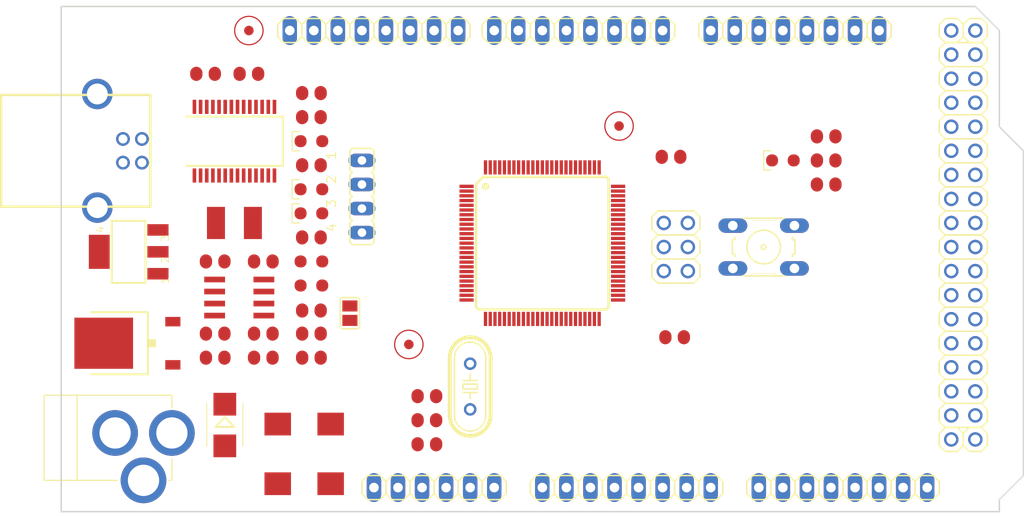
<source format=kicad_pcb>
(kicad_pcb (version 20171130) (host pcbnew "(5.1.2-1)-1")

  (general
    (thickness 1.6)
    (drawings 9)
    (tracks 0)
    (zones 0)
    (modules 64)
    (nets 100)
  )

  (page A4)
  (layers
    (0 Top signal)
    (31 Bottom signal)
    (32 B.Adhes user)
    (33 F.Adhes user)
    (34 B.Paste user)
    (35 F.Paste user)
    (36 B.SilkS user)
    (37 F.SilkS user)
    (38 B.Mask user)
    (39 F.Mask user)
    (40 Dwgs.User user)
    (41 Cmts.User user)
    (42 Eco1.User user)
    (43 Eco2.User user)
    (44 Edge.Cuts user)
    (45 Margin user)
    (46 B.CrtYd user)
    (47 F.CrtYd user)
    (48 B.Fab user)
    (49 F.Fab user)
  )

  (setup
    (last_trace_width 0.25)
    (trace_clearance 0.2)
    (zone_clearance 0.508)
    (zone_45_only no)
    (trace_min 0.2)
    (via_size 0.8)
    (via_drill 0.4)
    (via_min_size 0.4)
    (via_min_drill 0.3)
    (uvia_size 0.3)
    (uvia_drill 0.1)
    (uvias_allowed no)
    (uvia_min_size 0.2)
    (uvia_min_drill 0.1)
    (edge_width 0.05)
    (segment_width 0.2)
    (pcb_text_width 0.3)
    (pcb_text_size 1.5 1.5)
    (mod_edge_width 0.12)
    (mod_text_size 1 1)
    (mod_text_width 0.15)
    (pad_size 1.524 1.524)
    (pad_drill 0.762)
    (pad_to_mask_clearance 0.051)
    (solder_mask_min_width 0.25)
    (aux_axis_origin 0 0)
    (visible_elements FFFFEF7F)
    (pcbplotparams
      (layerselection 0x010fc_ffffffff)
      (usegerberextensions false)
      (usegerberattributes false)
      (usegerberadvancedattributes false)
      (creategerberjobfile false)
      (excludeedgelayer true)
      (linewidth 0.100000)
      (plotframeref false)
      (viasonmask false)
      (mode 1)
      (useauxorigin false)
      (hpglpennumber 1)
      (hpglpenspeed 20)
      (hpglpendiameter 15.000000)
      (psnegative false)
      (psa4output false)
      (plotreference true)
      (plotvalue true)
      (plotinvisibletext false)
      (padsonsilk false)
      (subtractmaskfromsilk false)
      (outputformat 1)
      (mirror false)
      (drillshape 1)
      (scaleselection 1)
      (outputdirectory ""))
  )

  (net 0 "")
  (net 1 +5V)
  (net 2 GND)
  (net 3 N$6)
  (net 4 N$7)
  (net 5 AREF)
  (net 6 RESET)
  (net 7 VIN)
  (net 8 N$3)
  (net 9 PWRIN)
  (net 10 M8RXD)
  (net 11 M8TXD)
  (net 12 ADC0)
  (net 13 ADC2)
  (net 14 ADC1)
  (net 15 ADC3)
  (net 16 ADC4)
  (net 17 ADC5)
  (net 18 ADC6)
  (net 19 ADC7)
  (net 20 +3V3)
  (net 21 SDA)
  (net 22 SCL)
  (net 23 ADC9)
  (net 24 ADC8)
  (net 25 ADC10)
  (net 26 ADC11)
  (net 27 ADC12)
  (net 28 ADC13)
  (net 29 ADC14)
  (net 30 ADC15)
  (net 31 PB3)
  (net 32 PB2)
  (net 33 PB1)
  (net 34 PB5)
  (net 35 PB4)
  (net 36 PE5)
  (net 37 PE4)
  (net 38 PE3)
  (net 39 PE1)
  (net 40 PE0)
  (net 41 N$15)
  (net 42 N$53)
  (net 43 N$54)
  (net 44 N$55)
  (net 45 D-)
  (net 46 D+)
  (net 47 N$60)
  (net 48 DTR)
  (net 49 USBVCC)
  (net 50 N$2)
  (net 51 N$4)
  (net 52 GATE_CMD)
  (net 53 CMP)
  (net 54 PB6)
  (net 55 PH3)
  (net 56 PH4)
  (net 57 PH5)
  (net 58 PH6)
  (net 59 PG5)
  (net 60 RXD1)
  (net 61 TXD1)
  (net 62 RXD2)
  (net 63 RXD3)
  (net 64 TXD2)
  (net 65 TXD3)
  (net 66 PC0)
  (net 67 PC1)
  (net 68 PC2)
  (net 69 PC3)
  (net 70 PC4)
  (net 71 PC5)
  (net 72 PC6)
  (net 73 PC7)
  (net 74 PB0)
  (net 75 PG0)
  (net 76 PG1)
  (net 77 PG2)
  (net 78 PD7)
  (net 79 PA0)
  (net 80 PA1)
  (net 81 PA2)
  (net 82 PA3)
  (net 83 PA4)
  (net 84 PA5)
  (net 85 PA6)
  (net 86 PA7)
  (net 87 PL0)
  (net 88 PL1)
  (net 89 PL2)
  (net 90 PL3)
  (net 91 PL4)
  (net 92 PL5)
  (net 93 PL6)
  (net 94 PL7)
  (net 95 PB7)
  (net 96 CTS)
  (net 97 DSR)
  (net 98 DCD)
  (net 99 RI)

  (net_class Default "This is the default net class."
    (clearance 0.2)
    (trace_width 0.25)
    (via_dia 0.8)
    (via_drill 0.4)
    (uvia_dia 0.3)
    (uvia_drill 0.1)
    (add_net +3V3)
    (add_net +5V)
    (add_net ADC0)
    (add_net ADC1)
    (add_net ADC10)
    (add_net ADC11)
    (add_net ADC12)
    (add_net ADC13)
    (add_net ADC14)
    (add_net ADC15)
    (add_net ADC2)
    (add_net ADC3)
    (add_net ADC4)
    (add_net ADC5)
    (add_net ADC6)
    (add_net ADC7)
    (add_net ADC8)
    (add_net ADC9)
    (add_net AREF)
    (add_net CMP)
    (add_net CTS)
    (add_net D+)
    (add_net D-)
    (add_net DCD)
    (add_net DSR)
    (add_net DTR)
    (add_net GATE_CMD)
    (add_net GND)
    (add_net M8RXD)
    (add_net M8TXD)
    (add_net N$15)
    (add_net N$2)
    (add_net N$3)
    (add_net N$4)
    (add_net N$53)
    (add_net N$54)
    (add_net N$55)
    (add_net N$6)
    (add_net N$60)
    (add_net N$7)
    (add_net PA0)
    (add_net PA1)
    (add_net PA2)
    (add_net PA3)
    (add_net PA4)
    (add_net PA5)
    (add_net PA6)
    (add_net PA7)
    (add_net PB0)
    (add_net PB1)
    (add_net PB2)
    (add_net PB3)
    (add_net PB4)
    (add_net PB5)
    (add_net PB6)
    (add_net PB7)
    (add_net PC0)
    (add_net PC1)
    (add_net PC2)
    (add_net PC3)
    (add_net PC4)
    (add_net PC5)
    (add_net PC6)
    (add_net PC7)
    (add_net PD7)
    (add_net PE0)
    (add_net PE1)
    (add_net PE3)
    (add_net PE4)
    (add_net PE5)
    (add_net PG0)
    (add_net PG1)
    (add_net PG2)
    (add_net PG5)
    (add_net PH3)
    (add_net PH4)
    (add_net PH5)
    (add_net PH6)
    (add_net PL0)
    (add_net PL1)
    (add_net PL2)
    (add_net PL3)
    (add_net PL4)
    (add_net PL5)
    (add_net PL6)
    (add_net PL7)
    (add_net PWRIN)
    (add_net RESET)
    (add_net RI)
    (add_net RXD1)
    (add_net RXD2)
    (add_net RXD3)
    (add_net SCL)
    (add_net SDA)
    (add_net TXD1)
    (add_net TXD2)
    (add_net TXD3)
    (add_net USBVCC)
    (add_net VIN)
  )

  (module "" (layer Top) (tedit 0) (tstamp 0)
    (at 194.2211 129.1336)
    (fp_text reference @HOLE0 (at 0 0) (layer F.SilkS) hide
      (effects (font (size 1.27 1.27) (thickness 0.15)))
    )
    (fp_text value "" (at 0 0) (layer F.SilkS)
      (effects (font (size 1.27 1.27) (thickness 0.15)))
    )
    (pad "" np_thru_hole circle (at 0 0) (size 3.2 3.2) (drill 3.2) (layers *.Cu *.Mask))
  )

  (module "" (layer Top) (tedit 0) (tstamp 0)
    (at 112.9411 80.8736)
    (fp_text reference @HOLE1 (at 0 0) (layer F.SilkS) hide
      (effects (font (size 1.27 1.27) (thickness 0.15)))
    )
    (fp_text value "" (at 0 0) (layer F.SilkS)
      (effects (font (size 1.27 1.27) (thickness 0.15)))
    )
    (pad "" np_thru_hole circle (at 0 0) (size 3.2 3.2) (drill 3.2) (layers *.Cu *.Mask))
  )

  (module "" (layer Top) (tedit 0) (tstamp 0)
    (at 187.8711 80.8736)
    (fp_text reference @HOLE2 (at 0 0) (layer F.SilkS) hide
      (effects (font (size 1.27 1.27) (thickness 0.15)))
    )
    (fp_text value "" (at 0 0) (layer F.SilkS)
      (effects (font (size 1.27 1.27) (thickness 0.15)))
    )
    (pad "" np_thru_hole circle (at 0 0) (size 3.2 3.2) (drill 3.2) (layers *.Cu *.Mask))
  )

  (module "" (layer Top) (tedit 0) (tstamp 0)
    (at 112.9411 129.1336)
    (fp_text reference @HOLE3 (at 0 0) (layer F.SilkS) hide
      (effects (font (size 1.27 1.27) (thickness 0.15)))
    )
    (fp_text value "" (at 0 0) (layer F.SilkS)
      (effects (font (size 1.27 1.27) (thickness 0.15)))
    )
    (pad "" np_thru_hole circle (at 0 0) (size 3.2 3.2) (drill 3.2) (layers *.Cu *.Mask))
  )

  (module 2X03 (layer Top) (tedit 0) (tstamp 5D7BE6AF)
    (at 162.5981 103.7336 270)
    (descr "<b>PIN HEADER</b>")
    (fp_text reference ICSP (at -3.81 -3.175 270) (layer F.SilkS) hide
      (effects (font (size 1.2065 1.2065) (thickness 0.127)) (justify right top))
    )
    (fp_text value ICSP (at -3.81 4.445 270) (layer F.Fab) hide
      (effects (font (size 1.2065 1.2065) (thickness 0.1016)) (justify right top))
    )
    (fp_poly (pts (xy 2.286 1.524) (xy 2.794 1.524) (xy 2.794 1.016) (xy 2.286 1.016)) (layer F.Fab) (width 0))
    (fp_poly (pts (xy 2.286 -1.016) (xy 2.794 -1.016) (xy 2.794 -1.524) (xy 2.286 -1.524)) (layer F.Fab) (width 0))
    (fp_poly (pts (xy -0.254 1.524) (xy 0.254 1.524) (xy 0.254 1.016) (xy -0.254 1.016)) (layer F.Fab) (width 0))
    (fp_poly (pts (xy -0.254 -1.016) (xy 0.254 -1.016) (xy 0.254 -1.524) (xy -0.254 -1.524)) (layer F.Fab) (width 0))
    (fp_poly (pts (xy -2.794 -1.016) (xy -2.286 -1.016) (xy -2.286 -1.524) (xy -2.794 -1.524)) (layer F.Fab) (width 0))
    (fp_poly (pts (xy -2.794 1.524) (xy -2.286 1.524) (xy -2.286 1.016) (xy -2.794 1.016)) (layer F.Fab) (width 0))
    (fp_line (start 1.905 2.54) (end 3.175 2.54) (layer F.SilkS) (width 0.1524))
    (fp_line (start 3.81 -1.905) (end 3.81 1.905) (layer F.SilkS) (width 0.1524))
    (fp_line (start 3.175 -2.54) (end 3.81 -1.905) (layer F.SilkS) (width 0.1524))
    (fp_line (start 1.905 -2.54) (end 3.175 -2.54) (layer F.SilkS) (width 0.1524))
    (fp_line (start 1.27 -1.905) (end 1.905 -2.54) (layer F.SilkS) (width 0.1524))
    (fp_line (start 3.175 2.54) (end 3.81 1.905) (layer F.SilkS) (width 0.1524))
    (fp_line (start 1.27 1.905) (end 1.905 2.54) (layer F.SilkS) (width 0.1524))
    (fp_line (start -3.175 2.54) (end -1.905 2.54) (layer F.SilkS) (width 0.1524))
    (fp_line (start -0.635 2.54) (end 0.635 2.54) (layer F.SilkS) (width 0.1524))
    (fp_line (start 1.27 -1.905) (end 1.27 1.905) (layer F.SilkS) (width 0.1524))
    (fp_line (start -1.27 -1.905) (end -1.27 1.905) (layer F.SilkS) (width 0.1524))
    (fp_line (start 0.635 -2.54) (end 1.27 -1.905) (layer F.SilkS) (width 0.1524))
    (fp_line (start -0.635 -2.54) (end 0.635 -2.54) (layer F.SilkS) (width 0.1524))
    (fp_line (start -1.27 -1.905) (end -0.635 -2.54) (layer F.SilkS) (width 0.1524))
    (fp_line (start -1.905 -2.54) (end -1.27 -1.905) (layer F.SilkS) (width 0.1524))
    (fp_line (start -3.175 -2.54) (end -1.905 -2.54) (layer F.SilkS) (width 0.1524))
    (fp_line (start -3.81 -1.905) (end -3.175 -2.54) (layer F.SilkS) (width 0.1524))
    (fp_line (start -3.81 1.905) (end -3.81 -1.905) (layer F.SilkS) (width 0.1524))
    (fp_line (start 0.635 2.54) (end 1.27 1.905) (layer F.SilkS) (width 0.1524))
    (fp_line (start -1.27 1.905) (end -0.635 2.54) (layer F.SilkS) (width 0.1524))
    (fp_line (start -1.905 2.54) (end -1.27 1.905) (layer F.SilkS) (width 0.1524))
    (fp_line (start -3.81 1.905) (end -3.175 2.54) (layer F.SilkS) (width 0.1524))
    (pad 6 thru_hole circle (at 2.54 -1.27 270) (size 1.524 1.524) (drill 1.016) (layers *.Cu *.Mask)
      (net 2 GND) (solder_mask_margin 0.1524))
    (pad 5 thru_hole circle (at 2.54 1.27 270) (size 1.524 1.524) (drill 1.016) (layers *.Cu *.Mask)
      (net 6 RESET) (solder_mask_margin 0.1524))
    (pad 4 thru_hole circle (at 0 -1.27 270) (size 1.524 1.524) (drill 1.016) (layers *.Cu *.Mask)
      (net 32 PB2) (solder_mask_margin 0.1524))
    (pad 3 thru_hole circle (at 0 1.27 270) (size 1.524 1.524) (drill 1.016) (layers *.Cu *.Mask)
      (net 33 PB1) (solder_mask_margin 0.1524))
    (pad 2 thru_hole circle (at -2.54 -1.27 270) (size 1.524 1.524) (drill 1.016) (layers *.Cu *.Mask)
      (net 1 +5V) (solder_mask_margin 0.1524))
    (pad 1 thru_hole circle (at -2.54 1.27 270) (size 1.524 1.524) (drill 1.016) (layers *.Cu *.Mask)
      (net 31 PB3) (solder_mask_margin 0.1524))
  )

  (module 1X08 (layer Top) (tedit 0) (tstamp 5D7BE6D4)
    (at 152.3111 80.8736 180)
    (descr "<b>PIN HEADER</b>")
    (fp_text reference PWML (at -10.2362 -1.8288 180) (layer F.SilkS) hide
      (effects (font (size 1.2065 1.2065) (thickness 0.127)) (justify right top))
    )
    (fp_text value "" (at -10.16 3.175) (layer F.Fab)
      (effects (font (size 1.2065 1.2065) (thickness 0.09652)) (justify right top))
    )
    (fp_poly (pts (xy 8.636 0.254) (xy 9.144 0.254) (xy 9.144 -0.254) (xy 8.636 -0.254)) (layer F.Fab) (width 0))
    (fp_poly (pts (xy -9.144 0.254) (xy -8.636 0.254) (xy -8.636 -0.254) (xy -9.144 -0.254)) (layer F.Fab) (width 0))
    (fp_poly (pts (xy -6.604 0.254) (xy -6.096 0.254) (xy -6.096 -0.254) (xy -6.604 -0.254)) (layer F.Fab) (width 0))
    (fp_poly (pts (xy -4.064 0.254) (xy -3.556 0.254) (xy -3.556 -0.254) (xy -4.064 -0.254)) (layer F.Fab) (width 0))
    (fp_poly (pts (xy -1.524 0.254) (xy -1.016 0.254) (xy -1.016 -0.254) (xy -1.524 -0.254)) (layer F.Fab) (width 0))
    (fp_poly (pts (xy 1.016 0.254) (xy 1.524 0.254) (xy 1.524 -0.254) (xy 1.016 -0.254)) (layer F.Fab) (width 0))
    (fp_poly (pts (xy 3.556 0.254) (xy 4.064 0.254) (xy 4.064 -0.254) (xy 3.556 -0.254)) (layer F.Fab) (width 0))
    (fp_poly (pts (xy 6.096 0.254) (xy 6.604 0.254) (xy 6.604 -0.254) (xy 6.096 -0.254)) (layer F.Fab) (width 0))
    (fp_line (start 9.525 1.27) (end 8.255 1.27) (layer F.SilkS) (width 0.1524))
    (fp_line (start 7.62 0.635) (end 8.255 1.27) (layer F.SilkS) (width 0.1524))
    (fp_line (start 8.255 -1.27) (end 7.62 -0.635) (layer F.SilkS) (width 0.1524))
    (fp_line (start 10.16 0.635) (end 9.525 1.27) (layer F.SilkS) (width 0.1524))
    (fp_line (start 10.16 -0.635) (end 10.16 0.635) (layer F.SilkS) (width 0.1524))
    (fp_line (start 9.525 -1.27) (end 10.16 -0.635) (layer F.SilkS) (width 0.1524))
    (fp_line (start 8.255 -1.27) (end 9.525 -1.27) (layer F.SilkS) (width 0.1524))
    (fp_line (start -8.255 1.27) (end -9.525 1.27) (layer F.SilkS) (width 0.1524))
    (fp_line (start -10.16 0.635) (end -9.525 1.27) (layer F.SilkS) (width 0.1524))
    (fp_line (start -9.525 -1.27) (end -10.16 -0.635) (layer F.SilkS) (width 0.1524))
    (fp_line (start -10.16 -0.635) (end -10.16 0.635) (layer F.SilkS) (width 0.1524))
    (fp_line (start -6.985 1.27) (end -7.62 0.635) (layer F.SilkS) (width 0.1524))
    (fp_line (start -5.715 1.27) (end -6.985 1.27) (layer F.SilkS) (width 0.1524))
    (fp_line (start -5.08 0.635) (end -5.715 1.27) (layer F.SilkS) (width 0.1524))
    (fp_line (start -5.08 -0.635) (end -5.08 0.635) (layer F.SilkS) (width 0.1524))
    (fp_line (start -5.715 -1.27) (end -5.08 -0.635) (layer F.SilkS) (width 0.1524))
    (fp_line (start -6.985 -1.27) (end -5.715 -1.27) (layer F.SilkS) (width 0.1524))
    (fp_line (start -7.62 -0.635) (end -6.985 -1.27) (layer F.SilkS) (width 0.1524))
    (fp_line (start -7.62 0.635) (end -8.255 1.27) (layer F.SilkS) (width 0.1524))
    (fp_line (start -7.62 -0.635) (end -7.62 0.635) (layer F.SilkS) (width 0.1524))
    (fp_line (start -8.255 -1.27) (end -7.62 -0.635) (layer F.SilkS) (width 0.1524))
    (fp_line (start -9.525 -1.27) (end -8.255 -1.27) (layer F.SilkS) (width 0.1524))
    (fp_line (start -0.635 1.27) (end -1.905 1.27) (layer F.SilkS) (width 0.1524))
    (fp_line (start -2.54 0.635) (end -1.905 1.27) (layer F.SilkS) (width 0.1524))
    (fp_line (start -1.905 -1.27) (end -2.54 -0.635) (layer F.SilkS) (width 0.1524))
    (fp_line (start -4.445 1.27) (end -5.08 0.635) (layer F.SilkS) (width 0.1524))
    (fp_line (start -3.175 1.27) (end -4.445 1.27) (layer F.SilkS) (width 0.1524))
    (fp_line (start -2.54 0.635) (end -3.175 1.27) (layer F.SilkS) (width 0.1524))
    (fp_line (start -2.54 -0.635) (end -2.54 0.635) (layer F.SilkS) (width 0.1524))
    (fp_line (start -3.175 -1.27) (end -2.54 -0.635) (layer F.SilkS) (width 0.1524))
    (fp_line (start -4.445 -1.27) (end -3.175 -1.27) (layer F.SilkS) (width 0.1524))
    (fp_line (start -5.08 -0.635) (end -4.445 -1.27) (layer F.SilkS) (width 0.1524))
    (fp_line (start 0.635 1.27) (end 0 0.635) (layer F.SilkS) (width 0.1524))
    (fp_line (start 1.905 1.27) (end 0.635 1.27) (layer F.SilkS) (width 0.1524))
    (fp_line (start 2.54 0.635) (end 1.905 1.27) (layer F.SilkS) (width 0.1524))
    (fp_line (start 2.54 -0.635) (end 2.54 0.635) (layer F.SilkS) (width 0.1524))
    (fp_line (start 1.905 -1.27) (end 2.54 -0.635) (layer F.SilkS) (width 0.1524))
    (fp_line (start 0.635 -1.27) (end 1.905 -1.27) (layer F.SilkS) (width 0.1524))
    (fp_line (start 0 -0.635) (end 0.635 -1.27) (layer F.SilkS) (width 0.1524))
    (fp_line (start 0 0.635) (end -0.635 1.27) (layer F.SilkS) (width 0.1524))
    (fp_line (start 0 -0.635) (end 0 0.635) (layer F.SilkS) (width 0.1524))
    (fp_line (start -0.635 -1.27) (end 0 -0.635) (layer F.SilkS) (width 0.1524))
    (fp_line (start -1.905 -1.27) (end -0.635 -1.27) (layer F.SilkS) (width 0.1524))
    (fp_line (start 6.985 1.27) (end 5.715 1.27) (layer F.SilkS) (width 0.1524))
    (fp_line (start 5.08 0.635) (end 5.715 1.27) (layer F.SilkS) (width 0.1524))
    (fp_line (start 5.715 -1.27) (end 5.08 -0.635) (layer F.SilkS) (width 0.1524))
    (fp_line (start 3.175 1.27) (end 2.54 0.635) (layer F.SilkS) (width 0.1524))
    (fp_line (start 4.445 1.27) (end 3.175 1.27) (layer F.SilkS) (width 0.1524))
    (fp_line (start 5.08 0.635) (end 4.445 1.27) (layer F.SilkS) (width 0.1524))
    (fp_line (start 5.08 -0.635) (end 5.08 0.635) (layer F.SilkS) (width 0.1524))
    (fp_line (start 4.445 -1.27) (end 5.08 -0.635) (layer F.SilkS) (width 0.1524))
    (fp_line (start 3.175 -1.27) (end 4.445 -1.27) (layer F.SilkS) (width 0.1524))
    (fp_line (start 2.54 -0.635) (end 3.175 -1.27) (layer F.SilkS) (width 0.1524))
    (fp_line (start 7.62 0.635) (end 6.985 1.27) (layer F.SilkS) (width 0.1524))
    (fp_line (start 7.62 -0.635) (end 7.62 0.635) (layer F.SilkS) (width 0.1524))
    (fp_line (start 6.985 -1.27) (end 7.62 -0.635) (layer F.SilkS) (width 0.1524))
    (fp_line (start 5.715 -1.27) (end 6.985 -1.27) (layer F.SilkS) (width 0.1524))
    (pad 8 thru_hole oval (at 8.89 0 270) (size 3.048 1.524) (drill 1.016) (layers *.Cu *.Mask)
      (net 56 PH4) (solder_mask_margin 0.1524))
    (pad 7 thru_hole oval (at 6.35 0 270) (size 3.048 1.524) (drill 1.016) (layers *.Cu *.Mask)
      (net 55 PH3) (solder_mask_margin 0.1524))
    (pad 6 thru_hole oval (at 3.81 0 270) (size 3.048 1.524) (drill 1.016) (layers *.Cu *.Mask)
      (net 38 PE3) (solder_mask_margin 0.1524))
    (pad 5 thru_hole oval (at 1.27 0 270) (size 3.048 1.524) (drill 1.016) (layers *.Cu *.Mask)
      (net 59 PG5) (solder_mask_margin 0.1524))
    (pad 4 thru_hole oval (at -1.27 0 270) (size 3.048 1.524) (drill 1.016) (layers *.Cu *.Mask)
      (net 36 PE5) (solder_mask_margin 0.1524))
    (pad 3 thru_hole oval (at -3.81 0 270) (size 3.048 1.524) (drill 1.016) (layers *.Cu *.Mask)
      (net 37 PE4) (solder_mask_margin 0.1524))
    (pad 2 thru_hole oval (at -6.35 0 270) (size 3.048 1.524) (drill 1.016) (layers *.Cu *.Mask)
      (net 39 PE1) (solder_mask_margin 0.1524))
    (pad 1 thru_hole oval (at -8.89 0 270) (size 3.048 1.524) (drill 1.016) (layers *.Cu *.Mask)
      (net 40 PE0) (solder_mask_margin 0.1524))
  )

  (module 1X08 (layer Top) (tedit 0) (tstamp 5D7BE720)
    (at 130.7211 80.8736 180)
    (descr "<b>PIN HEADER</b>")
    (fp_text reference PWMH (at -10.2362 -1.8288 180) (layer F.SilkS) hide
      (effects (font (size 1.2065 1.2065) (thickness 0.127)) (justify right top))
    )
    (fp_text value "" (at -10.16 3.175) (layer F.Fab)
      (effects (font (size 1.2065 1.2065) (thickness 0.09652)) (justify right top))
    )
    (fp_poly (pts (xy 8.636 0.254) (xy 9.144 0.254) (xy 9.144 -0.254) (xy 8.636 -0.254)) (layer F.Fab) (width 0))
    (fp_poly (pts (xy -9.144 0.254) (xy -8.636 0.254) (xy -8.636 -0.254) (xy -9.144 -0.254)) (layer F.Fab) (width 0))
    (fp_poly (pts (xy -6.604 0.254) (xy -6.096 0.254) (xy -6.096 -0.254) (xy -6.604 -0.254)) (layer F.Fab) (width 0))
    (fp_poly (pts (xy -4.064 0.254) (xy -3.556 0.254) (xy -3.556 -0.254) (xy -4.064 -0.254)) (layer F.Fab) (width 0))
    (fp_poly (pts (xy -1.524 0.254) (xy -1.016 0.254) (xy -1.016 -0.254) (xy -1.524 -0.254)) (layer F.Fab) (width 0))
    (fp_poly (pts (xy 1.016 0.254) (xy 1.524 0.254) (xy 1.524 -0.254) (xy 1.016 -0.254)) (layer F.Fab) (width 0))
    (fp_poly (pts (xy 3.556 0.254) (xy 4.064 0.254) (xy 4.064 -0.254) (xy 3.556 -0.254)) (layer F.Fab) (width 0))
    (fp_poly (pts (xy 6.096 0.254) (xy 6.604 0.254) (xy 6.604 -0.254) (xy 6.096 -0.254)) (layer F.Fab) (width 0))
    (fp_line (start 9.525 1.27) (end 8.255 1.27) (layer F.SilkS) (width 0.1524))
    (fp_line (start 7.62 0.635) (end 8.255 1.27) (layer F.SilkS) (width 0.1524))
    (fp_line (start 8.255 -1.27) (end 7.62 -0.635) (layer F.SilkS) (width 0.1524))
    (fp_line (start 10.16 0.635) (end 9.525 1.27) (layer F.SilkS) (width 0.1524))
    (fp_line (start 10.16 -0.635) (end 10.16 0.635) (layer F.SilkS) (width 0.1524))
    (fp_line (start 9.525 -1.27) (end 10.16 -0.635) (layer F.SilkS) (width 0.1524))
    (fp_line (start 8.255 -1.27) (end 9.525 -1.27) (layer F.SilkS) (width 0.1524))
    (fp_line (start -8.255 1.27) (end -9.525 1.27) (layer F.SilkS) (width 0.1524))
    (fp_line (start -10.16 0.635) (end -9.525 1.27) (layer F.SilkS) (width 0.1524))
    (fp_line (start -9.525 -1.27) (end -10.16 -0.635) (layer F.SilkS) (width 0.1524))
    (fp_line (start -10.16 -0.635) (end -10.16 0.635) (layer F.SilkS) (width 0.1524))
    (fp_line (start -6.985 1.27) (end -7.62 0.635) (layer F.SilkS) (width 0.1524))
    (fp_line (start -5.715 1.27) (end -6.985 1.27) (layer F.SilkS) (width 0.1524))
    (fp_line (start -5.08 0.635) (end -5.715 1.27) (layer F.SilkS) (width 0.1524))
    (fp_line (start -5.08 -0.635) (end -5.08 0.635) (layer F.SilkS) (width 0.1524))
    (fp_line (start -5.715 -1.27) (end -5.08 -0.635) (layer F.SilkS) (width 0.1524))
    (fp_line (start -6.985 -1.27) (end -5.715 -1.27) (layer F.SilkS) (width 0.1524))
    (fp_line (start -7.62 -0.635) (end -6.985 -1.27) (layer F.SilkS) (width 0.1524))
    (fp_line (start -7.62 0.635) (end -8.255 1.27) (layer F.SilkS) (width 0.1524))
    (fp_line (start -7.62 -0.635) (end -7.62 0.635) (layer F.SilkS) (width 0.1524))
    (fp_line (start -8.255 -1.27) (end -7.62 -0.635) (layer F.SilkS) (width 0.1524))
    (fp_line (start -9.525 -1.27) (end -8.255 -1.27) (layer F.SilkS) (width 0.1524))
    (fp_line (start -0.635 1.27) (end -1.905 1.27) (layer F.SilkS) (width 0.1524))
    (fp_line (start -2.54 0.635) (end -1.905 1.27) (layer F.SilkS) (width 0.1524))
    (fp_line (start -1.905 -1.27) (end -2.54 -0.635) (layer F.SilkS) (width 0.1524))
    (fp_line (start -4.445 1.27) (end -5.08 0.635) (layer F.SilkS) (width 0.1524))
    (fp_line (start -3.175 1.27) (end -4.445 1.27) (layer F.SilkS) (width 0.1524))
    (fp_line (start -2.54 0.635) (end -3.175 1.27) (layer F.SilkS) (width 0.1524))
    (fp_line (start -2.54 -0.635) (end -2.54 0.635) (layer F.SilkS) (width 0.1524))
    (fp_line (start -3.175 -1.27) (end -2.54 -0.635) (layer F.SilkS) (width 0.1524))
    (fp_line (start -4.445 -1.27) (end -3.175 -1.27) (layer F.SilkS) (width 0.1524))
    (fp_line (start -5.08 -0.635) (end -4.445 -1.27) (layer F.SilkS) (width 0.1524))
    (fp_line (start 0.635 1.27) (end 0 0.635) (layer F.SilkS) (width 0.1524))
    (fp_line (start 1.905 1.27) (end 0.635 1.27) (layer F.SilkS) (width 0.1524))
    (fp_line (start 2.54 0.635) (end 1.905 1.27) (layer F.SilkS) (width 0.1524))
    (fp_line (start 2.54 -0.635) (end 2.54 0.635) (layer F.SilkS) (width 0.1524))
    (fp_line (start 1.905 -1.27) (end 2.54 -0.635) (layer F.SilkS) (width 0.1524))
    (fp_line (start 0.635 -1.27) (end 1.905 -1.27) (layer F.SilkS) (width 0.1524))
    (fp_line (start 0 -0.635) (end 0.635 -1.27) (layer F.SilkS) (width 0.1524))
    (fp_line (start 0 0.635) (end -0.635 1.27) (layer F.SilkS) (width 0.1524))
    (fp_line (start 0 -0.635) (end 0 0.635) (layer F.SilkS) (width 0.1524))
    (fp_line (start -0.635 -1.27) (end 0 -0.635) (layer F.SilkS) (width 0.1524))
    (fp_line (start -1.905 -1.27) (end -0.635 -1.27) (layer F.SilkS) (width 0.1524))
    (fp_line (start 6.985 1.27) (end 5.715 1.27) (layer F.SilkS) (width 0.1524))
    (fp_line (start 5.08 0.635) (end 5.715 1.27) (layer F.SilkS) (width 0.1524))
    (fp_line (start 5.715 -1.27) (end 5.08 -0.635) (layer F.SilkS) (width 0.1524))
    (fp_line (start 3.175 1.27) (end 2.54 0.635) (layer F.SilkS) (width 0.1524))
    (fp_line (start 4.445 1.27) (end 3.175 1.27) (layer F.SilkS) (width 0.1524))
    (fp_line (start 5.08 0.635) (end 4.445 1.27) (layer F.SilkS) (width 0.1524))
    (fp_line (start 5.08 -0.635) (end 5.08 0.635) (layer F.SilkS) (width 0.1524))
    (fp_line (start 4.445 -1.27) (end 5.08 -0.635) (layer F.SilkS) (width 0.1524))
    (fp_line (start 3.175 -1.27) (end 4.445 -1.27) (layer F.SilkS) (width 0.1524))
    (fp_line (start 2.54 -0.635) (end 3.175 -1.27) (layer F.SilkS) (width 0.1524))
    (fp_line (start 7.62 0.635) (end 6.985 1.27) (layer F.SilkS) (width 0.1524))
    (fp_line (start 7.62 -0.635) (end 7.62 0.635) (layer F.SilkS) (width 0.1524))
    (fp_line (start 6.985 -1.27) (end 7.62 -0.635) (layer F.SilkS) (width 0.1524))
    (fp_line (start 5.715 -1.27) (end 6.985 -1.27) (layer F.SilkS) (width 0.1524))
    (pad 8 thru_hole oval (at 8.89 0 270) (size 3.048 1.524) (drill 1.016) (layers *.Cu *.Mask)
      (net 5 AREF) (solder_mask_margin 0.1524))
    (pad 7 thru_hole oval (at 6.35 0 270) (size 3.048 1.524) (drill 1.016) (layers *.Cu *.Mask)
      (net 2 GND) (solder_mask_margin 0.1524))
    (pad 6 thru_hole oval (at 3.81 0 270) (size 3.048 1.524) (drill 1.016) (layers *.Cu *.Mask)
      (net 95 PB7) (solder_mask_margin 0.1524))
    (pad 5 thru_hole oval (at 1.27 0 270) (size 3.048 1.524) (drill 1.016) (layers *.Cu *.Mask)
      (net 54 PB6) (solder_mask_margin 0.1524))
    (pad 4 thru_hole oval (at -1.27 0 270) (size 3.048 1.524) (drill 1.016) (layers *.Cu *.Mask)
      (net 34 PB5) (solder_mask_margin 0.1524))
    (pad 3 thru_hole oval (at -3.81 0 270) (size 3.048 1.524) (drill 1.016) (layers *.Cu *.Mask)
      (net 35 PB4) (solder_mask_margin 0.1524))
    (pad 2 thru_hole oval (at -6.35 0 270) (size 3.048 1.524) (drill 1.016) (layers *.Cu *.Mask)
      (net 58 PH6) (solder_mask_margin 0.1524))
    (pad 1 thru_hole oval (at -8.89 0 270) (size 3.048 1.524) (drill 1.016) (layers *.Cu *.Mask)
      (net 57 PH5) (solder_mask_margin 0.1524))
  )

  (module SMC_D (layer Top) (tedit 0) (tstamp 5D7BE76C)
    (at 120.5611 125.5776 270)
    (descr "<b>Chip Capacitor </b> Polar tantalum capacitors with solid electrolyte<p>\nSiemens Matsushita Components B 45 194, B 45 197, B 45 198<br>\nSource: www.farnell.com/datasheets/247.pdf")
    (fp_text reference C6 (at -2.54 -2.54 270) (layer F.SilkS) hide
      (effects (font (size 0.9652 0.9652) (thickness 0.08128)) (justify right top))
    )
    (fp_text value 100u (at -2.54 3.81 270) (layer F.Fab) hide
      (effects (font (size 0.9652 0.9652) (thickness 0.08128)) (justify right top))
    )
    (fp_poly (pts (xy -3.5 2.1) (xy -2.4 2.1) (xy -2.4 -2.1) (xy -3.5 -2.1)) (layer F.Fab) (width 0))
    (fp_poly (pts (xy 3.65 -1.2) (xy 3.45 -1.2) (xy 3.45 1.2) (xy 3.65 1.2)) (layer F.Fab) (width 0))
    (fp_poly (pts (xy -3.65 1.2) (xy -3.45 1.2) (xy -3.45 -1.2) (xy -3.65 -1.2)) (layer F.Fab) (width 0))
    (fp_line (start -3.5 2.1) (end -3.5 -2.1) (layer F.Fab) (width 0.1016))
    (fp_line (start 3.5 2.1) (end -3.5 2.1) (layer F.Fab) (width 0.1016))
    (fp_line (start 3.5 -2.1) (end 3.5 2.1) (layer F.Fab) (width 0.1016))
    (fp_line (start -3.5 -2.1) (end 3.5 -2.1) (layer F.Fab) (width 0.1016))
    (pad - smd rect (at 3.15 0 90) (size 2.4 2.8) (layers Top F.Paste F.Mask)
      (net 2 GND) (solder_mask_margin 0.1524))
    (pad + smd rect (at -3.15 0 270) (size 2.4 2.8) (layers Top F.Paste F.Mask)
      (net 7 VIN) (solder_mask_margin 0.1524))
  )

  (module SMC_D (layer Top) (tedit 0) (tstamp 5D7BE778)
    (at 126.1491 125.5776 270)
    (descr "<b>Chip Capacitor </b> Polar tantalum capacitors with solid electrolyte<p>\nSiemens Matsushita Components B 45 194, B 45 197, B 45 198<br>\nSource: www.farnell.com/datasheets/247.pdf")
    (fp_text reference C7 (at -2.54 -2.54 270) (layer F.SilkS) hide
      (effects (font (size 0.9652 0.9652) (thickness 0.08128)) (justify right top))
    )
    (fp_text value 100u (at -2.54 3.81 270) (layer F.Fab) hide
      (effects (font (size 0.9652 0.9652) (thickness 0.08128)) (justify right top))
    )
    (fp_poly (pts (xy -3.5 2.1) (xy -2.4 2.1) (xy -2.4 -2.1) (xy -3.5 -2.1)) (layer F.Fab) (width 0))
    (fp_poly (pts (xy 3.65 -1.2) (xy 3.45 -1.2) (xy 3.45 1.2) (xy 3.65 1.2)) (layer F.Fab) (width 0))
    (fp_poly (pts (xy -3.65 1.2) (xy -3.45 1.2) (xy -3.45 -1.2) (xy -3.65 -1.2)) (layer F.Fab) (width 0))
    (fp_line (start -3.5 2.1) (end -3.5 -2.1) (layer F.Fab) (width 0.1016))
    (fp_line (start 3.5 2.1) (end -3.5 2.1) (layer F.Fab) (width 0.1016))
    (fp_line (start 3.5 -2.1) (end 3.5 2.1) (layer F.Fab) (width 0.1016))
    (fp_line (start -3.5 -2.1) (end 3.5 -2.1) (layer F.Fab) (width 0.1016))
    (pad - smd rect (at 3.15 0 90) (size 2.4 2.8) (layers Top F.Paste F.Mask)
      (net 2 GND) (solder_mask_margin 0.1524))
    (pad + smd rect (at -3.15 0 270) (size 2.4 2.8) (layers Top F.Paste F.Mask)
      (net 1 +5V) (solder_mask_margin 0.1524))
  )

  (module B3F-10XX (layer Top) (tedit 0) (tstamp 5D7BE784)
    (at 171.8691 103.7336 180)
    (descr "<b>OMRON SWITCH</b>")
    (fp_text reference S1 (at -3.048 -3.683 180) (layer F.SilkS) hide
      (effects (font (size 1.2065 1.2065) (thickness 0.127)) (justify right top))
    )
    (fp_text value "" (at -3.048 5.08) (layer F.Fab)
      (effects (font (size 1.2065 1.2065) (thickness 0.12065)) (justify right top))
    )
    (fp_text user 4 (at 3.556 2.794 180) (layer F.Fab)
      (effects (font (size 1.2065 1.2065) (thickness 0.127)) (justify left bottom))
    )
    (fp_text user 3 (at -4.572 2.794 180) (layer F.Fab)
      (effects (font (size 1.2065 1.2065) (thickness 0.127)) (justify left bottom))
    )
    (fp_text user 2 (at 3.556 -1.524 180) (layer F.Fab)
      (effects (font (size 1.2065 1.2065) (thickness 0.127)) (justify left bottom))
    )
    (fp_text user 1 (at -4.318 -1.651 180) (layer F.Fab)
      (effects (font (size 1.2065 1.2065) (thickness 0.127)) (justify left bottom))
    )
    (fp_circle (center 0 0) (end 0.254 0) (layer F.SilkS) (width 0.1524))
    (fp_circle (center 0 0) (end 0.635 0) (layer F.Fab) (width 0.0508))
    (fp_circle (center -2.159 -2.159) (end -1.651 -2.159) (layer F.Fab) (width 0.1524))
    (fp_circle (center 2.159 -2.159) (end 2.667 -2.159) (layer F.Fab) (width 0.1524))
    (fp_circle (center 2.159 2.032) (end 2.667 2.032) (layer F.Fab) (width 0.1524))
    (fp_circle (center -2.159 2.159) (end -1.651 2.159) (layer F.Fab) (width 0.1524))
    (fp_circle (center 0 0) (end 1.778 0) (layer F.SilkS) (width 0.1524))
    (fp_line (start -2.413 -0.508) (end -2.159 0.381) (layer F.Fab) (width 0.1524))
    (fp_line (start -2.413 0.508) (end -2.413 1.27) (layer F.Fab) (width 0.1524))
    (fp_line (start -2.413 -1.27) (end -2.413 -0.508) (layer F.Fab) (width 0.1524))
    (fp_line (start 1.27 -2.286) (end -1.27 -2.286) (layer F.Fab) (width 0.1524))
    (fp_line (start -1.27 2.159) (end 1.27 2.159) (layer F.Fab) (width 0.1524))
    (fp_line (start -3.048 -0.762) (end -3.048 -1.016) (layer F.SilkS) (width 0.1524))
    (fp_line (start -3.048 0.762) (end -3.048 1.016) (layer F.SilkS) (width 0.1524))
    (fp_line (start 3.048 -0.762) (end 3.048 -1.016) (layer F.SilkS) (width 0.1524))
    (fp_line (start 3.048 0.762) (end 3.048 1.016) (layer F.SilkS) (width 0.1524))
    (fp_line (start 1.143 3.048) (end 2.159 3.048) (layer F.SilkS) (width 0.1524))
    (fp_line (start -1.27 3.048) (end 1.143 3.048) (layer F.SilkS) (width 0.1524))
    (fp_line (start -1.27 -3.048) (end -2.159 -3.048) (layer F.SilkS) (width 0.1524))
    (fp_line (start 1.27 -3.048) (end -1.27 -3.048) (layer F.SilkS) (width 0.1524))
    (fp_line (start 2.159 -3.048) (end 1.27 -3.048) (layer F.SilkS) (width 0.1524))
    (fp_line (start 2.54 -3.048) (end 2.159 -3.048) (layer F.Fab) (width 0.1524))
    (fp_line (start -2.54 -3.048) (end -2.159 -3.048) (layer F.Fab) (width 0.1524))
    (fp_line (start -2.159 3.048) (end -1.27 3.048) (layer F.SilkS) (width 0.1524))
    (fp_line (start -2.54 3.048) (end -2.159 3.048) (layer F.Fab) (width 0.1524))
    (fp_line (start 2.54 3.048) (end 2.159 3.048) (layer F.Fab) (width 0.1524))
    (fp_line (start -1.27 2.794) (end -1.27 3.048) (layer F.SilkS) (width 0.0508))
    (fp_line (start 1.143 2.794) (end 1.143 3.048) (layer F.SilkS) (width 0.0508))
    (fp_line (start 1.143 2.794) (end -1.27 2.794) (layer F.SilkS) (width 0.0508))
    (fp_line (start 1.27 -2.794) (end 1.27 -3.048) (layer F.SilkS) (width 0.0508))
    (fp_line (start 1.27 -2.794) (end -1.27 -2.794) (layer F.SilkS) (width 0.0508))
    (fp_line (start -1.27 -3.048) (end -1.27 -2.794) (layer F.SilkS) (width 0.0508))
    (fp_line (start -1.27 -1.27) (end 1.27 -1.27) (layer F.Fab) (width 0.0508))
    (fp_line (start 1.27 1.27) (end 1.27 -1.27) (layer F.Fab) (width 0.0508))
    (fp_line (start 1.27 1.27) (end -1.27 1.27) (layer F.Fab) (width 0.0508))
    (fp_line (start -1.27 -1.27) (end -1.27 1.27) (layer F.Fab) (width 0.0508))
    (fp_line (start -3.048 2.54) (end -3.048 1.016) (layer F.Fab) (width 0.1524))
    (fp_line (start -2.54 3.048) (end -3.048 2.54) (layer F.Fab) (width 0.1524))
    (fp_line (start -3.048 -2.54) (end -3.048 -1.016) (layer F.Fab) (width 0.1524))
    (fp_line (start -2.54 -3.048) (end -3.048 -2.54) (layer F.Fab) (width 0.1524))
    (fp_line (start 3.048 2.54) (end 3.048 1.016) (layer F.Fab) (width 0.1524))
    (fp_line (start 2.54 3.048) (end 3.048 2.54) (layer F.Fab) (width 0.1524))
    (fp_line (start 3.048 -2.54) (end 2.54 -3.048) (layer F.Fab) (width 0.1524))
    (fp_line (start -3.048 0.762) (end -3.302 0.762) (layer F.SilkS) (width 0.1524))
    (fp_line (start -3.302 -0.762) (end -3.302 0.762) (layer F.SilkS) (width 0.1524))
    (fp_line (start -3.302 -0.762) (end -3.048 -0.762) (layer F.SilkS) (width 0.1524))
    (fp_line (start 3.048 -1.016) (end 3.048 -2.54) (layer F.Fab) (width 0.1524))
    (fp_line (start 3.048 -0.762) (end 3.302 -0.762) (layer F.SilkS) (width 0.1524))
    (fp_line (start 3.302 0.762) (end 3.302 -0.762) (layer F.SilkS) (width 0.1524))
    (fp_line (start 3.302 0.762) (end 3.048 0.762) (layer F.SilkS) (width 0.1524))
    (pad 4 thru_hole oval (at 3.2512 2.2606 180) (size 3.048 1.524) (drill 1.016) (layers *.Cu *.Mask)
      (net 6 RESET) (solder_mask_margin 0.1524))
    (pad 2 thru_hole oval (at 3.2512 -2.2606 180) (size 3.048 1.524) (drill 1.016) (layers *.Cu *.Mask)
      (net 2 GND) (solder_mask_margin 0.1524))
    (pad 3 thru_hole oval (at -3.2512 2.2606 180) (size 3.048 1.524) (drill 1.016) (layers *.Cu *.Mask)
      (net 6 RESET) (solder_mask_margin 0.1524))
    (pad 1 thru_hole oval (at -3.2512 -2.2606 180) (size 3.048 1.524) (drill 1.016) (layers *.Cu *.Mask)
      (net 2 GND) (solder_mask_margin 0.1524))
  )

  (module 0805RND (layer Top) (tedit 0) (tstamp 5D7BE7C1)
    (at 173.9011 94.5896 180)
    (fp_text reference PWR (at -2.54 -1.27 180) (layer F.SilkS) hide
      (effects (font (size 1.2065 1.2065) (thickness 0.1016)) (justify right top))
    )
    (fp_text value "" (at -2.54 2.54 90) (layer F.Fab)
      (effects (font (size 1.2065 1.2065) (thickness 0.09652)) (justify right top))
    )
    (fp_line (start 2.032 1.016) (end 1.27 1.016) (layer F.SilkS) (width 0.127))
    (fp_line (start 2.032 -1.016) (end 2.032 1.016) (layer F.SilkS) (width 0.127))
    (fp_line (start 1.27 -1.016) (end 2.032 -1.016) (layer F.SilkS) (width 0.127))
    (pad P$2 smd roundrect (at 1.143 0 270) (size 1.27 1.27) (layers Top F.Paste F.Mask) (roundrect_rratio 0.45)
      (net 2 GND) (solder_mask_margin 0.1524))
    (pad P$1 smd roundrect (at -1.143 0 270) (size 1.27 1.27) (layers Top F.Paste F.Mask) (roundrect_rratio 0.45)
      (net 8 N$3) (solder_mask_margin 0.1524))
  )

  (module SMB (layer Top) (tedit 0) (tstamp 5D7BE7C9)
    (at 114.9731 122.5296 270)
    (descr <B>DIODE</B>)
    (fp_text reference D1 (at -2.159 -2.159 270) (layer F.SilkS) hide
      (effects (font (size 1.2065 1.2065) (thickness 0.1016)) (justify right top))
    )
    (fp_text value "" (at -2.159 3.429 90) (layer F.Fab)
      (effects (font (size 1.2065 1.2065) (thickness 0.09652)) (justify right top))
    )
    (fp_poly (pts (xy -1.35 1.9) (xy -0.8 1.9) (xy -0.8 -1.9) (xy -1.35 -1.9)) (layer F.Fab) (width 0))
    (fp_poly (pts (xy 2.2606 1.0922) (xy 2.794 1.0922) (xy 2.794 -1.0922) (xy 2.2606 -1.0922)) (layer F.Fab) (width 0))
    (fp_poly (pts (xy -2.794 1.0922) (xy -2.2606 1.0922) (xy -2.2606 -1.0922) (xy -2.794 -1.0922)) (layer F.Fab) (width 0))
    (fp_line (start 0.193 1) (end 0.193 -1) (layer F.SilkS) (width 0.2032))
    (fp_line (start -0.83 0) (end 0.193 1) (layer F.SilkS) (width 0.2032))
    (fp_line (start 0.193 -1) (end -0.83 0) (layer F.SilkS) (width 0.2032))
    (fp_line (start 2.2606 1.905) (end 2.2606 -1.905) (layer F.Fab) (width 0.1016))
    (fp_line (start -2.2606 1.905) (end -2.2606 -1.905) (layer F.Fab) (width 0.1016))
    (fp_line (start -2.2606 1.905) (end 2.2606 1.905) (layer F.SilkS) (width 0.1016))
    (fp_line (start -2.2606 -1.905) (end 2.2606 -1.905) (layer F.SilkS) (width 0.1016))
    (pad A smd rect (at 2.2 0 270) (size 2.4 2.4) (layers Top F.Paste F.Mask)
      (net 9 PWRIN) (solder_mask_margin 0.1524))
    (pad C smd rect (at -2.2 0 270) (size 2.4 2.4) (layers Top F.Paste F.Mask)
      (net 7 VIN) (solder_mask_margin 0.1524))
  )

  (module DC-21MM (layer Top) (tedit 0) (tstamp 5D7BE7D8)
    (at 103.0351 123.2916 90)
    (descr "DC 2.1mm Jack")
    (fp_text reference X2 (at 6.35 6.35 180) (layer F.SilkS) hide
      (effects (font (size 1.6891 1.6891) (thickness 0.0889)) (justify right top))
    )
    (fp_text value DC21MMX (at 8.89 6.35 180) (layer F.Fab) hide
      (effects (font (size 1.6891 1.6891) (thickness 0.0889)) (justify right top))
    )
    (fp_line (start -5.0546 -3.6576) (end 3.9116 -3.6576) (layer F.SilkS) (width 0.127))
    (fp_line (start -5.08 -7.1374) (end -5.08 0.635) (layer F.SilkS) (width 0.127))
    (fp_line (start 3.9116 -7.1374) (end -5.08 -7.1374) (layer F.SilkS) (width 0.127))
    (fp_line (start 3.9116 -3.6576) (end 3.9116 -7.1374) (layer F.SilkS) (width 0.127))
    (fp_line (start 3.9116 6.35) (end 3.9116 -3.6576) (layer F.SilkS) (width 0.127))
    (fp_line (start 2.54 6.35) (end 3.9116 6.35) (layer F.SilkS) (width 0.127))
    (fp_line (start -5.08 6.35) (end -5.08 6.0325) (layer F.SilkS) (width 0.127))
    (fp_line (start -2.8575 6.35) (end -5.08 6.35) (layer F.SilkS) (width 0.127))
    (pad 3 thru_hole circle (at -0.0762 0.3556 90) (size 4.826 4.826) (drill 3.302) (layers *.Cu *.Mask)
      (net 2 GND) (solder_mask_margin 0.1524))
    (pad 2 thru_hole circle (at -0.0762 6.35 90) (size 4.826 4.826) (drill 3.302) (layers *.Cu *.Mask)
      (net 9 PWRIN) (solder_mask_margin 0.1524))
    (pad 1 thru_hole circle (at -5.08 3.3528 90) (size 4.826 4.826) (drill 3.302) (layers *.Cu *.Mask)
      (net 2 GND) (solder_mask_margin 0.1524))
  )

  (module HC49_S (layer Top) (tedit 0) (tstamp 5D7BE7E6)
    (at 140.8811 118.4656 90)
    (descr <b>CRYSTAL</b>)
    (fp_text reference Q2 (at -5.08 -2.667 90) (layer F.SilkS) hide
      (effects (font (size 1.2065 1.2065) (thickness 0.127)) (justify left bottom))
    )
    (fp_text value 16MHz (at -5.08 3.937 90) (layer F.Fab) hide
      (effects (font (size 1.2065 1.2065) (thickness 0.127)) (justify left bottom))
    )
    (fp_poly (pts (xy 5.08 1.27) (xy 5.715 1.27) (xy 5.715 -1.27) (xy 5.08 -1.27)) (layer Dwgs.User) (width 0))
    (fp_poly (pts (xy 4.445 1.905) (xy 5.08 1.905) (xy 5.08 -1.905) (xy 4.445 -1.905)) (layer Dwgs.User) (width 0))
    (fp_poly (pts (xy -5.715 1.27) (xy -5.08 1.27) (xy -5.08 -1.27) (xy -5.715 -1.27)) (layer Dwgs.User) (width 0))
    (fp_poly (pts (xy -5.08 1.905) (xy -4.445 1.905) (xy -4.445 -1.905) (xy -5.08 -1.905)) (layer Dwgs.User) (width 0))
    (fp_poly (pts (xy -4.445 2.54) (xy 4.445 2.54) (xy 4.445 -2.54) (xy -4.445 -2.54)) (layer Dwgs.User) (width 0))
    (fp_arc (start 3.048 0) (end 3.048 1.651) (angle -180) (layer F.SilkS) (width 0.1524))
    (fp_arc (start -3.048 0) (end -3.048 -1.651) (angle -180) (layer F.SilkS) (width 0.1524))
    (fp_arc (start 3.048 0) (end 3.048 2.159) (angle -180) (layer F.SilkS) (width 0.4064))
    (fp_arc (start -3.048 0) (end -3.048 -2.159) (angle -180) (layer F.SilkS) (width 0.4064))
    (fp_line (start -0.635 0) (end -1.27 0) (layer F.SilkS) (width 0.1524))
    (fp_line (start 0.635 0) (end 1.27 0) (layer F.SilkS) (width 0.1524))
    (fp_line (start -0.635 0) (end -0.635 0.762) (layer F.SilkS) (width 0.1524))
    (fp_line (start -0.635 -0.762) (end -0.635 0) (layer F.SilkS) (width 0.1524))
    (fp_line (start 0.635 0) (end 0.635 0.762) (layer F.SilkS) (width 0.1524))
    (fp_line (start 0.635 -0.762) (end 0.635 0) (layer F.SilkS) (width 0.1524))
    (fp_line (start -0.254 0.762) (end -0.254 -0.762) (layer F.SilkS) (width 0.1524))
    (fp_line (start 0.254 0.762) (end -0.254 0.762) (layer F.SilkS) (width 0.1524))
    (fp_line (start 0.254 -0.762) (end 0.254 0.762) (layer F.SilkS) (width 0.1524))
    (fp_line (start -0.254 -0.762) (end 0.254 -0.762) (layer F.SilkS) (width 0.1524))
    (fp_line (start 3.048 -1.651) (end -3.048 -1.651) (layer F.SilkS) (width 0.1524))
    (fp_line (start -3.048 1.651) (end 3.048 1.651) (layer F.SilkS) (width 0.1524))
    (fp_line (start -3.048 -2.159) (end 3.048 -2.159) (layer F.SilkS) (width 0.4064))
    (fp_line (start -3.048 2.159) (end 3.048 2.159) (layer F.SilkS) (width 0.4064))
    (pad 2 thru_hole circle (at 2.413 0 90) (size 1.3208 1.3208) (drill 0.8128) (layers *.Cu *.Mask)
      (net 4 N$7) (solder_mask_margin 0.1524))
    (pad 1 thru_hole circle (at -2.413 0 90) (size 1.3208 1.3208) (drill 0.8128) (layers *.Cu *.Mask)
      (net 3 N$6) (solder_mask_margin 0.1524))
  )

  (module FIDUCIA-MOUNT (layer Top) (tedit 0) (tstamp 5D7BE802)
    (at 156.6037 90.9574)
    (fp_text reference U$1 (at 0 0) (layer F.SilkS) hide
      (effects (font (size 1.27 1.27) (thickness 0.15)))
    )
    (fp_text value FIDUCIALMOUNT (at 0 0) (layer F.SilkS) hide
      (effects (font (size 1.27 1.27) (thickness 0.15)))
    )
    (fp_circle (center 0 0) (end 0.5 0) (layer F.Mask) (width 2.1844))
    (fp_circle (center 0 0) (end 1.5 0) (layer Top) (width 0.127))
    (pad P$1 smd roundrect (at 0 0) (size 1.016 1.016) (layers Top F.Paste F.Mask) (roundrect_rratio 0.5)
      (solder_mask_margin 0.1524))
  )

  (module FIDUCIA-MOUNT (layer Top) (tedit 0) (tstamp 5D7BE808)
    (at 134.4041 114.0206)
    (fp_text reference U$2 (at 0 0) (layer F.SilkS) hide
      (effects (font (size 1.27 1.27) (thickness 0.15)))
    )
    (fp_text value FIDUCIALMOUNT (at 0 0) (layer F.SilkS) hide
      (effects (font (size 1.27 1.27) (thickness 0.15)))
    )
    (fp_circle (center 0 0) (end 0.5 0) (layer F.Mask) (width 2.1844))
    (fp_circle (center 0 0) (end 1.5 0) (layer Top) (width 0.127))
    (pad P$1 smd roundrect (at 0 0) (size 1.016 1.016) (layers Top F.Paste F.Mask) (roundrect_rratio 0.5)
      (solder_mask_margin 0.1524))
  )

  (module FIDUCIA-MOUNT (layer Top) (tedit 0) (tstamp 5D7BE80E)
    (at 117.5131 80.8736)
    (fp_text reference U$3 (at 0 0) (layer F.SilkS) hide
      (effects (font (size 1.27 1.27) (thickness 0.15)))
    )
    (fp_text value FIDUCIALMOUNT (at 0 0) (layer F.SilkS) hide
      (effects (font (size 1.27 1.27) (thickness 0.15)))
    )
    (fp_circle (center 0 0) (end 0.5 0) (layer F.Mask) (width 2.1844))
    (fp_circle (center 0 0) (end 1.5 0) (layer Top) (width 0.127))
    (pad P$1 smd roundrect (at 0 0) (size 1.016 1.016) (layers Top F.Paste F.Mask) (roundrect_rratio 0.5)
      (solder_mask_margin 0.1524))
  )

  (module DPACK (layer Top) (tedit 0) (tstamp 5D7BE814)
    (at 104.6861 113.8936 90)
    (descr "<b>DPAK</b><p>\n(Motorola)")
    (fp_text reference IC4 (at -3.81 2.54 180) (layer F.SilkS) hide
      (effects (font (size 1.2065 1.2065) (thickness 0.1016)) (justify right top))
    )
    (fp_text value MC33269D-5.0 (at 5.08 2.54 180) (layer F.Fab) hide
      (effects (font (size 1.2065 1.2065) (thickness 0.1016)) (justify right top))
    )
    (fp_poly (pts (xy -2.5654 -3.937) (xy -2.5654 -4.6482) (xy -2.1082 -5.1054) (xy 2.1082 -5.1054)
      (xy 2.5654 -4.6482) (xy 2.5654 -3.937)) (layer F.Fab) (width 0))
    (fp_poly (pts (xy -0.4318 3.0226) (xy 0.4318 3.0226) (xy 0.4318 2.2606) (xy -0.4318 2.2606)) (layer F.SilkS) (width 0))
    (fp_poly (pts (xy 1.8542 5.1562) (xy 2.7178 5.1562) (xy 2.7178 2.2606) (xy 1.8542 2.2606)) (layer F.Fab) (width 0))
    (fp_poly (pts (xy -2.7178 5.1562) (xy -1.8542 5.1562) (xy -1.8542 2.2606) (xy -2.7178 2.2606)) (layer F.Fab) (width 0))
    (fp_line (start 2.5654 -3.937) (end -2.5654 -3.937) (layer F.Fab) (width 0.2032))
    (fp_line (start 2.5654 -4.6482) (end 2.5654 -3.937) (layer F.Fab) (width 0.2032))
    (fp_line (start 2.1082 -5.1054) (end 2.5654 -4.6482) (layer F.Fab) (width 0.2032))
    (fp_line (start -2.1082 -5.1054) (end 2.1082 -5.1054) (layer F.Fab) (width 0.2032))
    (fp_line (start -2.5654 -4.6482) (end -2.1082 -5.1054) (layer F.Fab) (width 0.2032))
    (fp_line (start -2.5654 -3.937) (end -2.5654 -4.6482) (layer F.Fab) (width 0.2032))
    (fp_line (start -3.277 -3.835) (end 3.2774 -3.8346) (layer F.Fab) (width 0.2032))
    (fp_line (start -3.277 2.159) (end -3.2766 -3.8354) (layer F.SilkS) (width 0.2032))
    (fp_line (start 3.277 2.159) (end -3.277 2.159) (layer F.SilkS) (width 0.2032))
    (fp_line (start 3.2766 -3.8354) (end 3.277 2.159) (layer F.SilkS) (width 0.2032))
    (pad 3 smd rect (at 2.28 4.8 90) (size 1 1.6) (layers Top F.Paste F.Mask)
      (net 7 VIN) (solder_mask_margin 0.1524))
    (pad 1 smd rect (at -2.28 4.8 90) (size 1 1.6) (layers Top F.Paste F.Mask)
      (net 2 GND) (solder_mask_margin 0.1524))
    (pad 2 smd rect (at 0 -2.5 90) (size 5.4 6.2) (layers Top F.Paste F.Mask)
      (net 1 +5V) (solder_mask_margin 0.1524))
  )

  (module 1X06 (layer Top) (tedit 0) (tstamp 5D7BE828)
    (at 137.0711 129.1336)
    (descr "<b>PIN HEADER</b>")
    (fp_text reference POWER (at -7.6962 -1.8288) (layer F.SilkS) hide
      (effects (font (size 1.2065 1.2065) (thickness 0.127)) (justify left bottom))
    )
    (fp_text value "" (at -7.62 3.175) (layer F.Fab)
      (effects (font (size 1.2065 1.2065) (thickness 0.09652)) (justify left bottom))
    )
    (fp_poly (pts (xy 6.096 0.254) (xy 6.604 0.254) (xy 6.604 -0.254) (xy 6.096 -0.254)) (layer F.Fab) (width 0))
    (fp_poly (pts (xy -6.604 0.254) (xy -6.096 0.254) (xy -6.096 -0.254) (xy -6.604 -0.254)) (layer F.Fab) (width 0))
    (fp_poly (pts (xy -4.064 0.254) (xy -3.556 0.254) (xy -3.556 -0.254) (xy -4.064 -0.254)) (layer F.Fab) (width 0))
    (fp_poly (pts (xy -1.524 0.254) (xy -1.016 0.254) (xy -1.016 -0.254) (xy -1.524 -0.254)) (layer F.Fab) (width 0))
    (fp_poly (pts (xy 1.016 0.254) (xy 1.524 0.254) (xy 1.524 -0.254) (xy 1.016 -0.254)) (layer F.Fab) (width 0))
    (fp_poly (pts (xy 3.556 0.254) (xy 4.064 0.254) (xy 4.064 -0.254) (xy 3.556 -0.254)) (layer F.Fab) (width 0))
    (fp_line (start 6.985 1.27) (end 5.715 1.27) (layer F.SilkS) (width 0.1524))
    (fp_line (start 5.08 0.635) (end 5.715 1.27) (layer F.SilkS) (width 0.1524))
    (fp_line (start 5.715 -1.27) (end 5.08 -0.635) (layer F.SilkS) (width 0.1524))
    (fp_line (start 7.62 0.635) (end 6.985 1.27) (layer F.SilkS) (width 0.1524))
    (fp_line (start 7.62 -0.635) (end 7.62 0.635) (layer F.SilkS) (width 0.1524))
    (fp_line (start 6.985 -1.27) (end 7.62 -0.635) (layer F.SilkS) (width 0.1524))
    (fp_line (start 5.715 -1.27) (end 6.985 -1.27) (layer F.SilkS) (width 0.1524))
    (fp_line (start -5.715 1.27) (end -6.985 1.27) (layer F.SilkS) (width 0.1524))
    (fp_line (start -7.62 0.635) (end -6.985 1.27) (layer F.SilkS) (width 0.1524))
    (fp_line (start -6.985 -1.27) (end -7.62 -0.635) (layer F.SilkS) (width 0.1524))
    (fp_line (start -7.62 -0.635) (end -7.62 0.635) (layer F.SilkS) (width 0.1524))
    (fp_line (start -4.445 1.27) (end -5.08 0.635) (layer F.SilkS) (width 0.1524))
    (fp_line (start -3.175 1.27) (end -4.445 1.27) (layer F.SilkS) (width 0.1524))
    (fp_line (start -2.54 0.635) (end -3.175 1.27) (layer F.SilkS) (width 0.1524))
    (fp_line (start -2.54 -0.635) (end -2.54 0.635) (layer F.SilkS) (width 0.1524))
    (fp_line (start -3.175 -1.27) (end -2.54 -0.635) (layer F.SilkS) (width 0.1524))
    (fp_line (start -4.445 -1.27) (end -3.175 -1.27) (layer F.SilkS) (width 0.1524))
    (fp_line (start -5.08 -0.635) (end -4.445 -1.27) (layer F.SilkS) (width 0.1524))
    (fp_line (start -5.08 0.635) (end -5.715 1.27) (layer F.SilkS) (width 0.1524))
    (fp_line (start -5.08 -0.635) (end -5.08 0.635) (layer F.SilkS) (width 0.1524))
    (fp_line (start -5.715 -1.27) (end -5.08 -0.635) (layer F.SilkS) (width 0.1524))
    (fp_line (start -6.985 -1.27) (end -5.715 -1.27) (layer F.SilkS) (width 0.1524))
    (fp_line (start 1.905 1.27) (end 0.635 1.27) (layer F.SilkS) (width 0.1524))
    (fp_line (start 0 0.635) (end 0.635 1.27) (layer F.SilkS) (width 0.1524))
    (fp_line (start 0.635 -1.27) (end 0 -0.635) (layer F.SilkS) (width 0.1524))
    (fp_line (start -1.905 1.27) (end -2.54 0.635) (layer F.SilkS) (width 0.1524))
    (fp_line (start -0.635 1.27) (end -1.905 1.27) (layer F.SilkS) (width 0.1524))
    (fp_line (start 0 0.635) (end -0.635 1.27) (layer F.SilkS) (width 0.1524))
    (fp_line (start 0 -0.635) (end 0 0.635) (layer F.SilkS) (width 0.1524))
    (fp_line (start -0.635 -1.27) (end 0 -0.635) (layer F.SilkS) (width 0.1524))
    (fp_line (start -1.905 -1.27) (end -0.635 -1.27) (layer F.SilkS) (width 0.1524))
    (fp_line (start -2.54 -0.635) (end -1.905 -1.27) (layer F.SilkS) (width 0.1524))
    (fp_line (start 3.175 1.27) (end 2.54 0.635) (layer F.SilkS) (width 0.1524))
    (fp_line (start 4.445 1.27) (end 3.175 1.27) (layer F.SilkS) (width 0.1524))
    (fp_line (start 5.08 0.635) (end 4.445 1.27) (layer F.SilkS) (width 0.1524))
    (fp_line (start 5.08 -0.635) (end 5.08 0.635) (layer F.SilkS) (width 0.1524))
    (fp_line (start 4.445 -1.27) (end 5.08 -0.635) (layer F.SilkS) (width 0.1524))
    (fp_line (start 3.175 -1.27) (end 4.445 -1.27) (layer F.SilkS) (width 0.1524))
    (fp_line (start 2.54 -0.635) (end 3.175 -1.27) (layer F.SilkS) (width 0.1524))
    (fp_line (start 2.54 0.635) (end 1.905 1.27) (layer F.SilkS) (width 0.1524))
    (fp_line (start 2.54 -0.635) (end 2.54 0.635) (layer F.SilkS) (width 0.1524))
    (fp_line (start 1.905 -1.27) (end 2.54 -0.635) (layer F.SilkS) (width 0.1524))
    (fp_line (start 0.635 -1.27) (end 1.905 -1.27) (layer F.SilkS) (width 0.1524))
    (pad 6 thru_hole oval (at 6.35 0 90) (size 3.048 1.524) (drill 1.016) (layers *.Cu *.Mask)
      (net 7 VIN) (solder_mask_margin 0.1524))
    (pad 5 thru_hole oval (at 3.81 0 90) (size 3.048 1.524) (drill 1.016) (layers *.Cu *.Mask)
      (net 2 GND) (solder_mask_margin 0.1524))
    (pad 4 thru_hole oval (at 1.27 0 90) (size 3.048 1.524) (drill 1.016) (layers *.Cu *.Mask)
      (net 2 GND) (solder_mask_margin 0.1524))
    (pad 3 thru_hole oval (at -1.27 0 90) (size 3.048 1.524) (drill 1.016) (layers *.Cu *.Mask)
      (net 1 +5V) (solder_mask_margin 0.1524))
    (pad 2 thru_hole oval (at -3.81 0 90) (size 3.048 1.524) (drill 1.016) (layers *.Cu *.Mask)
      (net 20 +3V3) (solder_mask_margin 0.1524))
    (pad 1 thru_hole oval (at -6.35 0 90) (size 3.048 1.524) (drill 1.016) (layers *.Cu *.Mask)
      (net 6 RESET) (solder_mask_margin 0.1524))
  )

  (module C0805RND (layer Top) (tedit 0) (tstamp 5D7BE862)
    (at 124.1171 87.4776)
    (descr "<b>CAPACITOR</b><p>\nchip")
    (fp_text reference C4 (at -0.889 -1.016) (layer F.SilkS) hide
      (effects (font (size 1.2065 1.2065) (thickness 0.1016)) (justify left bottom))
    )
    (fp_text value 100n (at -0.889 2.286) (layer F.Fab) hide
      (effects (font (size 1.2065 1.2065) (thickness 0.1016)) (justify left bottom))
    )
    (fp_poly (pts (xy -0.1001 0.4001) (xy 0.1001 0.4001) (xy 0.1001 -0.4001) (xy -0.1001 -0.4001)) (layer F.Adhes) (width 0))
    (fp_poly (pts (xy 0.3556 0.7239) (xy 1.1057 0.7239) (xy 1.1057 -0.7262) (xy 0.3556 -0.7262)) (layer F.Fab) (width 0))
    (fp_poly (pts (xy -1.0922 0.7239) (xy -0.3421 0.7239) (xy -0.3421 -0.7262) (xy -1.0922 -0.7262)) (layer F.Fab) (width 0))
    (fp_line (start 1.973 -0.983) (end 1.973 0.983) (layer Dwgs.User) (width 0.0508))
    (fp_line (start -0.356 0.66) (end 0.381 0.66) (layer F.Fab) (width 0.1016))
    (fp_line (start -0.381 -0.66) (end 0.381 -0.66) (layer F.Fab) (width 0.1016))
    (fp_line (start -1.973 0.983) (end -1.973 -0.983) (layer Dwgs.User) (width 0.0508))
    (fp_line (start 1.973 0.983) (end -1.973 0.983) (layer Dwgs.User) (width 0.0508))
    (fp_line (start -1.973 -0.983) (end 1.973 -0.983) (layer Dwgs.User) (width 0.0508))
    (pad 2 smd roundrect (at 0.977 0) (size 1.3 1.5) (layers Top F.Paste F.Mask) (roundrect_rratio 0.5)
      (net 2 GND) (solder_mask_margin 0.1524))
    (pad 1 smd roundrect (at -0.977 0) (size 1.3 1.5) (layers Top F.Paste F.Mask) (roundrect_rratio 0.5)
      (net 5 AREF) (solder_mask_margin 0.1524))
  )

  (module C0805RND (layer Top) (tedit 0) (tstamp 5D7BE870)
    (at 162.4711 113.2586)
    (descr "<b>CAPACITOR</b><p>\nchip")
    (fp_text reference C1 (at -0.889 -1.016) (layer F.SilkS) hide
      (effects (font (size 1.2065 1.2065) (thickness 0.1016)) (justify left bottom))
    )
    (fp_text value 100n (at -0.889 2.286) (layer F.Fab) hide
      (effects (font (size 1.2065 1.2065) (thickness 0.1016)) (justify left bottom))
    )
    (fp_poly (pts (xy -0.1001 0.4001) (xy 0.1001 0.4001) (xy 0.1001 -0.4001) (xy -0.1001 -0.4001)) (layer F.Adhes) (width 0))
    (fp_poly (pts (xy 0.3556 0.7239) (xy 1.1057 0.7239) (xy 1.1057 -0.7262) (xy 0.3556 -0.7262)) (layer F.Fab) (width 0))
    (fp_poly (pts (xy -1.0922 0.7239) (xy -0.3421 0.7239) (xy -0.3421 -0.7262) (xy -1.0922 -0.7262)) (layer F.Fab) (width 0))
    (fp_line (start 1.973 -0.983) (end 1.973 0.983) (layer Dwgs.User) (width 0.0508))
    (fp_line (start -0.356 0.66) (end 0.381 0.66) (layer F.Fab) (width 0.1016))
    (fp_line (start -0.381 -0.66) (end 0.381 -0.66) (layer F.Fab) (width 0.1016))
    (fp_line (start -1.973 0.983) (end -1.973 -0.983) (layer Dwgs.User) (width 0.0508))
    (fp_line (start 1.973 0.983) (end -1.973 0.983) (layer Dwgs.User) (width 0.0508))
    (fp_line (start -1.973 -0.983) (end 1.973 -0.983) (layer Dwgs.User) (width 0.0508))
    (pad 2 smd roundrect (at 0.977 0) (size 1.3 1.5) (layers Top F.Paste F.Mask) (roundrect_rratio 0.5)
      (net 2 GND) (solder_mask_margin 0.1524))
    (pad 1 smd roundrect (at -0.977 0) (size 1.3 1.5) (layers Top F.Paste F.Mask) (roundrect_rratio 0.5)
      (net 1 +5V) (solder_mask_margin 0.1524))
  )

  (module C0805RND (layer Top) (tedit 0) (tstamp 5D7BE87E)
    (at 136.3091 122.0216)
    (descr "<b>CAPACITOR</b><p>\nchip")
    (fp_text reference C2 (at -0.889 -1.016) (layer F.SilkS) hide
      (effects (font (size 1.2065 1.2065) (thickness 0.1016)) (justify left bottom))
    )
    (fp_text value 22p (at -0.889 2.286) (layer F.Fab) hide
      (effects (font (size 1.2065 1.2065) (thickness 0.1016)) (justify left bottom))
    )
    (fp_poly (pts (xy -0.1001 0.4001) (xy 0.1001 0.4001) (xy 0.1001 -0.4001) (xy -0.1001 -0.4001)) (layer F.Adhes) (width 0))
    (fp_poly (pts (xy 0.3556 0.7239) (xy 1.1057 0.7239) (xy 1.1057 -0.7262) (xy 0.3556 -0.7262)) (layer F.Fab) (width 0))
    (fp_poly (pts (xy -1.0922 0.7239) (xy -0.3421 0.7239) (xy -0.3421 -0.7262) (xy -1.0922 -0.7262)) (layer F.Fab) (width 0))
    (fp_line (start 1.973 -0.983) (end 1.973 0.983) (layer Dwgs.User) (width 0.0508))
    (fp_line (start -0.356 0.66) (end 0.381 0.66) (layer F.Fab) (width 0.1016))
    (fp_line (start -0.381 -0.66) (end 0.381 -0.66) (layer F.Fab) (width 0.1016))
    (fp_line (start -1.973 0.983) (end -1.973 -0.983) (layer Dwgs.User) (width 0.0508))
    (fp_line (start 1.973 0.983) (end -1.973 0.983) (layer Dwgs.User) (width 0.0508))
    (fp_line (start -1.973 -0.983) (end 1.973 -0.983) (layer Dwgs.User) (width 0.0508))
    (pad 2 smd roundrect (at 0.977 0) (size 1.3 1.5) (layers Top F.Paste F.Mask) (roundrect_rratio 0.5)
      (net 3 N$6) (solder_mask_margin 0.1524))
    (pad 1 smd roundrect (at -0.977 0) (size 1.3 1.5) (layers Top F.Paste F.Mask) (roundrect_rratio 0.5)
      (net 2 GND) (solder_mask_margin 0.1524))
  )

  (module C0805RND (layer Top) (tedit 0) (tstamp 5D7BE88C)
    (at 136.3091 119.4816)
    (descr "<b>CAPACITOR</b><p>\nchip")
    (fp_text reference C3 (at -0.889 -1.016) (layer F.SilkS) hide
      (effects (font (size 1.2065 1.2065) (thickness 0.1016)) (justify left bottom))
    )
    (fp_text value 22p (at -0.889 2.286) (layer F.Fab) hide
      (effects (font (size 1.2065 1.2065) (thickness 0.1016)) (justify left bottom))
    )
    (fp_poly (pts (xy -0.1001 0.4001) (xy 0.1001 0.4001) (xy 0.1001 -0.4001) (xy -0.1001 -0.4001)) (layer F.Adhes) (width 0))
    (fp_poly (pts (xy 0.3556 0.7239) (xy 1.1057 0.7239) (xy 1.1057 -0.7262) (xy 0.3556 -0.7262)) (layer F.Fab) (width 0))
    (fp_poly (pts (xy -1.0922 0.7239) (xy -0.3421 0.7239) (xy -0.3421 -0.7262) (xy -1.0922 -0.7262)) (layer F.Fab) (width 0))
    (fp_line (start 1.973 -0.983) (end 1.973 0.983) (layer Dwgs.User) (width 0.0508))
    (fp_line (start -0.356 0.66) (end 0.381 0.66) (layer F.Fab) (width 0.1016))
    (fp_line (start -0.381 -0.66) (end 0.381 -0.66) (layer F.Fab) (width 0.1016))
    (fp_line (start -1.973 0.983) (end -1.973 -0.983) (layer Dwgs.User) (width 0.0508))
    (fp_line (start 1.973 0.983) (end -1.973 0.983) (layer Dwgs.User) (width 0.0508))
    (fp_line (start -1.973 -0.983) (end 1.973 -0.983) (layer Dwgs.User) (width 0.0508))
    (pad 2 smd roundrect (at 0.977 0) (size 1.3 1.5) (layers Top F.Paste F.Mask) (roundrect_rratio 0.5)
      (net 4 N$7) (solder_mask_margin 0.1524))
    (pad 1 smd roundrect (at -0.977 0) (size 1.3 1.5) (layers Top F.Paste F.Mask) (roundrect_rratio 0.5)
      (net 2 GND) (solder_mask_margin 0.1524))
  )

  (module C0805RND (layer Top) (tedit 0) (tstamp 5D7BE89A)
    (at 113.9571 112.8776)
    (descr "<b>CAPACITOR</b><p>\nchip")
    (fp_text reference C5 (at -0.889 -1.016) (layer F.SilkS) hide
      (effects (font (size 1.2065 1.2065) (thickness 0.1016)) (justify left bottom))
    )
    (fp_text value 100n (at -0.889 2.286) (layer F.Fab) hide
      (effects (font (size 1.2065 1.2065) (thickness 0.1016)) (justify left bottom))
    )
    (fp_poly (pts (xy -0.1001 0.4001) (xy 0.1001 0.4001) (xy 0.1001 -0.4001) (xy -0.1001 -0.4001)) (layer F.Adhes) (width 0))
    (fp_poly (pts (xy 0.3556 0.7239) (xy 1.1057 0.7239) (xy 1.1057 -0.7262) (xy 0.3556 -0.7262)) (layer F.Fab) (width 0))
    (fp_poly (pts (xy -1.0922 0.7239) (xy -0.3421 0.7239) (xy -0.3421 -0.7262) (xy -1.0922 -0.7262)) (layer F.Fab) (width 0))
    (fp_line (start 1.973 -0.983) (end 1.973 0.983) (layer Dwgs.User) (width 0.0508))
    (fp_line (start -0.356 0.66) (end 0.381 0.66) (layer F.Fab) (width 0.1016))
    (fp_line (start -0.381 -0.66) (end 0.381 -0.66) (layer F.Fab) (width 0.1016))
    (fp_line (start -1.973 0.983) (end -1.973 -0.983) (layer Dwgs.User) (width 0.0508))
    (fp_line (start 1.973 0.983) (end -1.973 0.983) (layer Dwgs.User) (width 0.0508))
    (fp_line (start -1.973 -0.983) (end 1.973 -0.983) (layer Dwgs.User) (width 0.0508))
    (pad 2 smd roundrect (at 0.977 0) (size 1.3 1.5) (layers Top F.Paste F.Mask) (roundrect_rratio 0.5)
      (net 2 GND) (solder_mask_margin 0.1524))
    (pad 1 smd roundrect (at -0.977 0) (size 1.3 1.5) (layers Top F.Paste F.Mask) (roundrect_rratio 0.5)
      (net 7 VIN) (solder_mask_margin 0.1524))
  )

  (module RCL_0805RND (layer Top) (tedit 0) (tstamp 5D7BE8A8)
    (at 124.1171 105.2576)
    (fp_text reference R11 (at -2.54 -1.27) (layer F.SilkS) hide
      (effects (font (size 1.2065 1.2065) (thickness 0.1016)) (justify left bottom))
    )
    (fp_text value 1K (at -2.54 2.54) (layer F.Fab) hide
      (effects (font (size 1.2065 1.2065) (thickness 0.1016)) (justify left bottom))
    )
    (pad P$2 smd roundrect (at 1.143 0 90) (size 1.27 1.27) (layers Top F.Paste F.Mask) (roundrect_rratio 0.45)
      (net 40 PE0) (solder_mask_margin 0.1524))
    (pad P$1 smd roundrect (at -1.143 0 90) (size 1.27 1.27) (layers Top F.Paste F.Mask) (roundrect_rratio 0.45)
      (net 10 M8RXD) (solder_mask_margin 0.1524))
  )

  (module RCL_0805RND (layer Top) (tedit 0) (tstamp 5D7BE8AD)
    (at 124.1171 107.7976)
    (fp_text reference R12 (at -2.54 -1.27) (layer F.SilkS) hide
      (effects (font (size 1.2065 1.2065) (thickness 0.1016)) (justify left bottom))
    )
    (fp_text value 1K (at -2.54 2.54) (layer F.Fab) hide
      (effects (font (size 1.2065 1.2065) (thickness 0.1016)) (justify left bottom))
    )
    (pad P$2 smd roundrect (at 1.143 0 90) (size 1.27 1.27) (layers Top F.Paste F.Mask) (roundrect_rratio 0.45)
      (net 39 PE1) (solder_mask_margin 0.1524))
    (pad P$1 smd roundrect (at -1.143 0 90) (size 1.27 1.27) (layers Top F.Paste F.Mask) (roundrect_rratio 0.45)
      (net 11 M8TXD) (solder_mask_margin 0.1524))
  )

  (module 1X08 (layer Top) (tedit 0) (tstamp 5D7BE8B2)
    (at 157.3911 129.1336)
    (descr "<b>PIN HEADER</b>")
    (fp_text reference ADCL (at -10.2362 -1.8288) (layer F.SilkS) hide
      (effects (font (size 1.2065 1.2065) (thickness 0.127)) (justify left bottom))
    )
    (fp_text value "" (at -10.16 3.175) (layer F.Fab)
      (effects (font (size 1.2065 1.2065) (thickness 0.09652)) (justify left bottom))
    )
    (fp_poly (pts (xy 8.636 0.254) (xy 9.144 0.254) (xy 9.144 -0.254) (xy 8.636 -0.254)) (layer F.Fab) (width 0))
    (fp_poly (pts (xy -9.144 0.254) (xy -8.636 0.254) (xy -8.636 -0.254) (xy -9.144 -0.254)) (layer F.Fab) (width 0))
    (fp_poly (pts (xy -6.604 0.254) (xy -6.096 0.254) (xy -6.096 -0.254) (xy -6.604 -0.254)) (layer F.Fab) (width 0))
    (fp_poly (pts (xy -4.064 0.254) (xy -3.556 0.254) (xy -3.556 -0.254) (xy -4.064 -0.254)) (layer F.Fab) (width 0))
    (fp_poly (pts (xy -1.524 0.254) (xy -1.016 0.254) (xy -1.016 -0.254) (xy -1.524 -0.254)) (layer F.Fab) (width 0))
    (fp_poly (pts (xy 1.016 0.254) (xy 1.524 0.254) (xy 1.524 -0.254) (xy 1.016 -0.254)) (layer F.Fab) (width 0))
    (fp_poly (pts (xy 3.556 0.254) (xy 4.064 0.254) (xy 4.064 -0.254) (xy 3.556 -0.254)) (layer F.Fab) (width 0))
    (fp_poly (pts (xy 6.096 0.254) (xy 6.604 0.254) (xy 6.604 -0.254) (xy 6.096 -0.254)) (layer F.Fab) (width 0))
    (fp_line (start 9.525 1.27) (end 8.255 1.27) (layer F.SilkS) (width 0.1524))
    (fp_line (start 7.62 0.635) (end 8.255 1.27) (layer F.SilkS) (width 0.1524))
    (fp_line (start 8.255 -1.27) (end 7.62 -0.635) (layer F.SilkS) (width 0.1524))
    (fp_line (start 10.16 0.635) (end 9.525 1.27) (layer F.SilkS) (width 0.1524))
    (fp_line (start 10.16 -0.635) (end 10.16 0.635) (layer F.SilkS) (width 0.1524))
    (fp_line (start 9.525 -1.27) (end 10.16 -0.635) (layer F.SilkS) (width 0.1524))
    (fp_line (start 8.255 -1.27) (end 9.525 -1.27) (layer F.SilkS) (width 0.1524))
    (fp_line (start -8.255 1.27) (end -9.525 1.27) (layer F.SilkS) (width 0.1524))
    (fp_line (start -10.16 0.635) (end -9.525 1.27) (layer F.SilkS) (width 0.1524))
    (fp_line (start -9.525 -1.27) (end -10.16 -0.635) (layer F.SilkS) (width 0.1524))
    (fp_line (start -10.16 -0.635) (end -10.16 0.635) (layer F.SilkS) (width 0.1524))
    (fp_line (start -6.985 1.27) (end -7.62 0.635) (layer F.SilkS) (width 0.1524))
    (fp_line (start -5.715 1.27) (end -6.985 1.27) (layer F.SilkS) (width 0.1524))
    (fp_line (start -5.08 0.635) (end -5.715 1.27) (layer F.SilkS) (width 0.1524))
    (fp_line (start -5.08 -0.635) (end -5.08 0.635) (layer F.SilkS) (width 0.1524))
    (fp_line (start -5.715 -1.27) (end -5.08 -0.635) (layer F.SilkS) (width 0.1524))
    (fp_line (start -6.985 -1.27) (end -5.715 -1.27) (layer F.SilkS) (width 0.1524))
    (fp_line (start -7.62 -0.635) (end -6.985 -1.27) (layer F.SilkS) (width 0.1524))
    (fp_line (start -7.62 0.635) (end -8.255 1.27) (layer F.SilkS) (width 0.1524))
    (fp_line (start -7.62 -0.635) (end -7.62 0.635) (layer F.SilkS) (width 0.1524))
    (fp_line (start -8.255 -1.27) (end -7.62 -0.635) (layer F.SilkS) (width 0.1524))
    (fp_line (start -9.525 -1.27) (end -8.255 -1.27) (layer F.SilkS) (width 0.1524))
    (fp_line (start -0.635 1.27) (end -1.905 1.27) (layer F.SilkS) (width 0.1524))
    (fp_line (start -2.54 0.635) (end -1.905 1.27) (layer F.SilkS) (width 0.1524))
    (fp_line (start -1.905 -1.27) (end -2.54 -0.635) (layer F.SilkS) (width 0.1524))
    (fp_line (start -4.445 1.27) (end -5.08 0.635) (layer F.SilkS) (width 0.1524))
    (fp_line (start -3.175 1.27) (end -4.445 1.27) (layer F.SilkS) (width 0.1524))
    (fp_line (start -2.54 0.635) (end -3.175 1.27) (layer F.SilkS) (width 0.1524))
    (fp_line (start -2.54 -0.635) (end -2.54 0.635) (layer F.SilkS) (width 0.1524))
    (fp_line (start -3.175 -1.27) (end -2.54 -0.635) (layer F.SilkS) (width 0.1524))
    (fp_line (start -4.445 -1.27) (end -3.175 -1.27) (layer F.SilkS) (width 0.1524))
    (fp_line (start -5.08 -0.635) (end -4.445 -1.27) (layer F.SilkS) (width 0.1524))
    (fp_line (start 0.635 1.27) (end 0 0.635) (layer F.SilkS) (width 0.1524))
    (fp_line (start 1.905 1.27) (end 0.635 1.27) (layer F.SilkS) (width 0.1524))
    (fp_line (start 2.54 0.635) (end 1.905 1.27) (layer F.SilkS) (width 0.1524))
    (fp_line (start 2.54 -0.635) (end 2.54 0.635) (layer F.SilkS) (width 0.1524))
    (fp_line (start 1.905 -1.27) (end 2.54 -0.635) (layer F.SilkS) (width 0.1524))
    (fp_line (start 0.635 -1.27) (end 1.905 -1.27) (layer F.SilkS) (width 0.1524))
    (fp_line (start 0 -0.635) (end 0.635 -1.27) (layer F.SilkS) (width 0.1524))
    (fp_line (start 0 0.635) (end -0.635 1.27) (layer F.SilkS) (width 0.1524))
    (fp_line (start 0 -0.635) (end 0 0.635) (layer F.SilkS) (width 0.1524))
    (fp_line (start -0.635 -1.27) (end 0 -0.635) (layer F.SilkS) (width 0.1524))
    (fp_line (start -1.905 -1.27) (end -0.635 -1.27) (layer F.SilkS) (width 0.1524))
    (fp_line (start 6.985 1.27) (end 5.715 1.27) (layer F.SilkS) (width 0.1524))
    (fp_line (start 5.08 0.635) (end 5.715 1.27) (layer F.SilkS) (width 0.1524))
    (fp_line (start 5.715 -1.27) (end 5.08 -0.635) (layer F.SilkS) (width 0.1524))
    (fp_line (start 3.175 1.27) (end 2.54 0.635) (layer F.SilkS) (width 0.1524))
    (fp_line (start 4.445 1.27) (end 3.175 1.27) (layer F.SilkS) (width 0.1524))
    (fp_line (start 5.08 0.635) (end 4.445 1.27) (layer F.SilkS) (width 0.1524))
    (fp_line (start 5.08 -0.635) (end 5.08 0.635) (layer F.SilkS) (width 0.1524))
    (fp_line (start 4.445 -1.27) (end 5.08 -0.635) (layer F.SilkS) (width 0.1524))
    (fp_line (start 3.175 -1.27) (end 4.445 -1.27) (layer F.SilkS) (width 0.1524))
    (fp_line (start 2.54 -0.635) (end 3.175 -1.27) (layer F.SilkS) (width 0.1524))
    (fp_line (start 7.62 0.635) (end 6.985 1.27) (layer F.SilkS) (width 0.1524))
    (fp_line (start 7.62 -0.635) (end 7.62 0.635) (layer F.SilkS) (width 0.1524))
    (fp_line (start 6.985 -1.27) (end 7.62 -0.635) (layer F.SilkS) (width 0.1524))
    (fp_line (start 5.715 -1.27) (end 6.985 -1.27) (layer F.SilkS) (width 0.1524))
    (pad 8 thru_hole oval (at 8.89 0 90) (size 3.048 1.524) (drill 1.016) (layers *.Cu *.Mask)
      (net 19 ADC7) (solder_mask_margin 0.1524))
    (pad 7 thru_hole oval (at 6.35 0 90) (size 3.048 1.524) (drill 1.016) (layers *.Cu *.Mask)
      (net 18 ADC6) (solder_mask_margin 0.1524))
    (pad 6 thru_hole oval (at 3.81 0 90) (size 3.048 1.524) (drill 1.016) (layers *.Cu *.Mask)
      (net 17 ADC5) (solder_mask_margin 0.1524))
    (pad 5 thru_hole oval (at 1.27 0 90) (size 3.048 1.524) (drill 1.016) (layers *.Cu *.Mask)
      (net 16 ADC4) (solder_mask_margin 0.1524))
    (pad 4 thru_hole oval (at -1.27 0 90) (size 3.048 1.524) (drill 1.016) (layers *.Cu *.Mask)
      (net 15 ADC3) (solder_mask_margin 0.1524))
    (pad 3 thru_hole oval (at -3.81 0 90) (size 3.048 1.524) (drill 1.016) (layers *.Cu *.Mask)
      (net 13 ADC2) (solder_mask_margin 0.1524))
    (pad 2 thru_hole oval (at -6.35 0 90) (size 3.048 1.524) (drill 1.016) (layers *.Cu *.Mask)
      (net 14 ADC1) (solder_mask_margin 0.1524))
    (pad 1 thru_hole oval (at -8.89 0 90) (size 3.048 1.524) (drill 1.016) (layers *.Cu *.Mask)
      (net 12 ADC0) (solder_mask_margin 0.1524))
  )

  (module 1X08 (layer Top) (tedit 0) (tstamp 5D7BE8FE)
    (at 175.1711 80.8736 180)
    (descr "<b>PIN HEADER</b>")
    (fp_text reference COMMUNICATION (at -10.2362 -1.8288 180) (layer F.SilkS) hide
      (effects (font (size 1.2065 1.2065) (thickness 0.127)) (justify right top))
    )
    (fp_text value "" (at -10.16 3.175) (layer F.Fab)
      (effects (font (size 1.2065 1.2065) (thickness 0.09652)) (justify right top))
    )
    (fp_poly (pts (xy 8.636 0.254) (xy 9.144 0.254) (xy 9.144 -0.254) (xy 8.636 -0.254)) (layer F.Fab) (width 0))
    (fp_poly (pts (xy -9.144 0.254) (xy -8.636 0.254) (xy -8.636 -0.254) (xy -9.144 -0.254)) (layer F.Fab) (width 0))
    (fp_poly (pts (xy -6.604 0.254) (xy -6.096 0.254) (xy -6.096 -0.254) (xy -6.604 -0.254)) (layer F.Fab) (width 0))
    (fp_poly (pts (xy -4.064 0.254) (xy -3.556 0.254) (xy -3.556 -0.254) (xy -4.064 -0.254)) (layer F.Fab) (width 0))
    (fp_poly (pts (xy -1.524 0.254) (xy -1.016 0.254) (xy -1.016 -0.254) (xy -1.524 -0.254)) (layer F.Fab) (width 0))
    (fp_poly (pts (xy 1.016 0.254) (xy 1.524 0.254) (xy 1.524 -0.254) (xy 1.016 -0.254)) (layer F.Fab) (width 0))
    (fp_poly (pts (xy 3.556 0.254) (xy 4.064 0.254) (xy 4.064 -0.254) (xy 3.556 -0.254)) (layer F.Fab) (width 0))
    (fp_poly (pts (xy 6.096 0.254) (xy 6.604 0.254) (xy 6.604 -0.254) (xy 6.096 -0.254)) (layer F.Fab) (width 0))
    (fp_line (start 9.525 1.27) (end 8.255 1.27) (layer F.SilkS) (width 0.1524))
    (fp_line (start 7.62 0.635) (end 8.255 1.27) (layer F.SilkS) (width 0.1524))
    (fp_line (start 8.255 -1.27) (end 7.62 -0.635) (layer F.SilkS) (width 0.1524))
    (fp_line (start 10.16 0.635) (end 9.525 1.27) (layer F.SilkS) (width 0.1524))
    (fp_line (start 10.16 -0.635) (end 10.16 0.635) (layer F.SilkS) (width 0.1524))
    (fp_line (start 9.525 -1.27) (end 10.16 -0.635) (layer F.SilkS) (width 0.1524))
    (fp_line (start 8.255 -1.27) (end 9.525 -1.27) (layer F.SilkS) (width 0.1524))
    (fp_line (start -8.255 1.27) (end -9.525 1.27) (layer F.SilkS) (width 0.1524))
    (fp_line (start -10.16 0.635) (end -9.525 1.27) (layer F.SilkS) (width 0.1524))
    (fp_line (start -9.525 -1.27) (end -10.16 -0.635) (layer F.SilkS) (width 0.1524))
    (fp_line (start -10.16 -0.635) (end -10.16 0.635) (layer F.SilkS) (width 0.1524))
    (fp_line (start -6.985 1.27) (end -7.62 0.635) (layer F.SilkS) (width 0.1524))
    (fp_line (start -5.715 1.27) (end -6.985 1.27) (layer F.SilkS) (width 0.1524))
    (fp_line (start -5.08 0.635) (end -5.715 1.27) (layer F.SilkS) (width 0.1524))
    (fp_line (start -5.08 -0.635) (end -5.08 0.635) (layer F.SilkS) (width 0.1524))
    (fp_line (start -5.715 -1.27) (end -5.08 -0.635) (layer F.SilkS) (width 0.1524))
    (fp_line (start -6.985 -1.27) (end -5.715 -1.27) (layer F.SilkS) (width 0.1524))
    (fp_line (start -7.62 -0.635) (end -6.985 -1.27) (layer F.SilkS) (width 0.1524))
    (fp_line (start -7.62 0.635) (end -8.255 1.27) (layer F.SilkS) (width 0.1524))
    (fp_line (start -7.62 -0.635) (end -7.62 0.635) (layer F.SilkS) (width 0.1524))
    (fp_line (start -8.255 -1.27) (end -7.62 -0.635) (layer F.SilkS) (width 0.1524))
    (fp_line (start -9.525 -1.27) (end -8.255 -1.27) (layer F.SilkS) (width 0.1524))
    (fp_line (start -0.635 1.27) (end -1.905 1.27) (layer F.SilkS) (width 0.1524))
    (fp_line (start -2.54 0.635) (end -1.905 1.27) (layer F.SilkS) (width 0.1524))
    (fp_line (start -1.905 -1.27) (end -2.54 -0.635) (layer F.SilkS) (width 0.1524))
    (fp_line (start -4.445 1.27) (end -5.08 0.635) (layer F.SilkS) (width 0.1524))
    (fp_line (start -3.175 1.27) (end -4.445 1.27) (layer F.SilkS) (width 0.1524))
    (fp_line (start -2.54 0.635) (end -3.175 1.27) (layer F.SilkS) (width 0.1524))
    (fp_line (start -2.54 -0.635) (end -2.54 0.635) (layer F.SilkS) (width 0.1524))
    (fp_line (start -3.175 -1.27) (end -2.54 -0.635) (layer F.SilkS) (width 0.1524))
    (fp_line (start -4.445 -1.27) (end -3.175 -1.27) (layer F.SilkS) (width 0.1524))
    (fp_line (start -5.08 -0.635) (end -4.445 -1.27) (layer F.SilkS) (width 0.1524))
    (fp_line (start 0.635 1.27) (end 0 0.635) (layer F.SilkS) (width 0.1524))
    (fp_line (start 1.905 1.27) (end 0.635 1.27) (layer F.SilkS) (width 0.1524))
    (fp_line (start 2.54 0.635) (end 1.905 1.27) (layer F.SilkS) (width 0.1524))
    (fp_line (start 2.54 -0.635) (end 2.54 0.635) (layer F.SilkS) (width 0.1524))
    (fp_line (start 1.905 -1.27) (end 2.54 -0.635) (layer F.SilkS) (width 0.1524))
    (fp_line (start 0.635 -1.27) (end 1.905 -1.27) (layer F.SilkS) (width 0.1524))
    (fp_line (start 0 -0.635) (end 0.635 -1.27) (layer F.SilkS) (width 0.1524))
    (fp_line (start 0 0.635) (end -0.635 1.27) (layer F.SilkS) (width 0.1524))
    (fp_line (start 0 -0.635) (end 0 0.635) (layer F.SilkS) (width 0.1524))
    (fp_line (start -0.635 -1.27) (end 0 -0.635) (layer F.SilkS) (width 0.1524))
    (fp_line (start -1.905 -1.27) (end -0.635 -1.27) (layer F.SilkS) (width 0.1524))
    (fp_line (start 6.985 1.27) (end 5.715 1.27) (layer F.SilkS) (width 0.1524))
    (fp_line (start 5.08 0.635) (end 5.715 1.27) (layer F.SilkS) (width 0.1524))
    (fp_line (start 5.715 -1.27) (end 5.08 -0.635) (layer F.SilkS) (width 0.1524))
    (fp_line (start 3.175 1.27) (end 2.54 0.635) (layer F.SilkS) (width 0.1524))
    (fp_line (start 4.445 1.27) (end 3.175 1.27) (layer F.SilkS) (width 0.1524))
    (fp_line (start 5.08 0.635) (end 4.445 1.27) (layer F.SilkS) (width 0.1524))
    (fp_line (start 5.08 -0.635) (end 5.08 0.635) (layer F.SilkS) (width 0.1524))
    (fp_line (start 4.445 -1.27) (end 5.08 -0.635) (layer F.SilkS) (width 0.1524))
    (fp_line (start 3.175 -1.27) (end 4.445 -1.27) (layer F.SilkS) (width 0.1524))
    (fp_line (start 2.54 -0.635) (end 3.175 -1.27) (layer F.SilkS) (width 0.1524))
    (fp_line (start 7.62 0.635) (end 6.985 1.27) (layer F.SilkS) (width 0.1524))
    (fp_line (start 7.62 -0.635) (end 7.62 0.635) (layer F.SilkS) (width 0.1524))
    (fp_line (start 6.985 -1.27) (end 7.62 -0.635) (layer F.SilkS) (width 0.1524))
    (fp_line (start 5.715 -1.27) (end 6.985 -1.27) (layer F.SilkS) (width 0.1524))
    (pad 8 thru_hole oval (at 8.89 0 270) (size 3.048 1.524) (drill 1.016) (layers *.Cu *.Mask)
      (net 65 TXD3) (solder_mask_margin 0.1524))
    (pad 7 thru_hole oval (at 6.35 0 270) (size 3.048 1.524) (drill 1.016) (layers *.Cu *.Mask)
      (net 63 RXD3) (solder_mask_margin 0.1524))
    (pad 6 thru_hole oval (at 3.81 0 270) (size 3.048 1.524) (drill 1.016) (layers *.Cu *.Mask)
      (net 64 TXD2) (solder_mask_margin 0.1524))
    (pad 5 thru_hole oval (at 1.27 0 270) (size 3.048 1.524) (drill 1.016) (layers *.Cu *.Mask)
      (net 62 RXD2) (solder_mask_margin 0.1524))
    (pad 4 thru_hole oval (at -1.27 0 270) (size 3.048 1.524) (drill 1.016) (layers *.Cu *.Mask)
      (net 61 TXD1) (solder_mask_margin 0.1524))
    (pad 3 thru_hole oval (at -3.81 0 270) (size 3.048 1.524) (drill 1.016) (layers *.Cu *.Mask)
      (net 60 RXD1) (solder_mask_margin 0.1524))
    (pad 2 thru_hole oval (at -6.35 0 270) (size 3.048 1.524) (drill 1.016) (layers *.Cu *.Mask)
      (net 21 SDA) (solder_mask_margin 0.1524))
    (pad 1 thru_hole oval (at -8.89 0 270) (size 3.048 1.524) (drill 1.016) (layers *.Cu *.Mask)
      (net 22 SCL) (solder_mask_margin 0.1524))
  )

  (module R0805RND (layer Top) (tedit 0) (tstamp 5D7BE94A)
    (at 178.4731 94.5896 180)
    (descr "<b>RESISTOR</b><p>\nchip")
    (fp_text reference R2 (at -0.762 -1.016 180) (layer F.SilkS) hide
      (effects (font (size 1.2065 1.2065) (thickness 0.1016)) (justify right top))
    )
    (fp_text value 10k (at -0.762 2.286 180) (layer F.Fab) hide
      (effects (font (size 1.2065 1.2065) (thickness 0.1016)) (justify right top))
    )
    (fp_poly (pts (xy -0.1999 0.5001) (xy 0.1999 0.5001) (xy 0.1999 -0.5001) (xy -0.1999 -0.5001)) (layer F.Adhes) (width 0))
    (fp_poly (pts (xy -1.0668 0.6985) (xy -0.4168 0.6985) (xy -0.4168 -0.7015) (xy -1.0668 -0.7015)) (layer F.Fab) (width 0))
    (fp_poly (pts (xy 0.4064 0.6985) (xy 1.0564 0.6985) (xy 1.0564 -0.7015) (xy 0.4064 -0.7015)) (layer F.Fab) (width 0))
    (fp_line (start -1.973 0.983) (end -1.973 -0.983) (layer Dwgs.User) (width 0.0508))
    (fp_line (start 1.973 0.983) (end -1.973 0.983) (layer Dwgs.User) (width 0.0508))
    (fp_line (start 1.973 -0.983) (end 1.973 0.983) (layer Dwgs.User) (width 0.0508))
    (fp_line (start -1.973 -0.983) (end 1.973 -0.983) (layer Dwgs.User) (width 0.0508))
    (fp_line (start -0.41 0.635) (end 0.41 0.635) (layer F.Fab) (width 0.1524))
    (fp_line (start -0.41 -0.635) (end 0.41 -0.635) (layer F.Fab) (width 0.1524))
    (pad 2 smd roundrect (at 0.977 0 180) (size 1.3 1.5) (layers Top F.Paste F.Mask) (roundrect_rratio 0.5)
      (net 22 SCL) (solder_mask_margin 0.1524))
    (pad 1 smd roundrect (at -0.977 0 180) (size 1.3 1.5) (layers Top F.Paste F.Mask) (roundrect_rratio 0.5)
      (net 1 +5V) (solder_mask_margin 0.1524))
  )

  (module R0805RND (layer Top) (tedit 0) (tstamp 5D7BE958)
    (at 178.4731 92.0496 180)
    (descr "<b>RESISTOR</b><p>\nchip")
    (fp_text reference R3 (at -0.762 -1.016 180) (layer F.SilkS) hide
      (effects (font (size 1.2065 1.2065) (thickness 0.1016)) (justify right top))
    )
    (fp_text value 10k (at -0.762 2.286 180) (layer F.Fab) hide
      (effects (font (size 1.2065 1.2065) (thickness 0.1016)) (justify right top))
    )
    (fp_poly (pts (xy -0.1999 0.5001) (xy 0.1999 0.5001) (xy 0.1999 -0.5001) (xy -0.1999 -0.5001)) (layer F.Adhes) (width 0))
    (fp_poly (pts (xy -1.0668 0.6985) (xy -0.4168 0.6985) (xy -0.4168 -0.7015) (xy -1.0668 -0.7015)) (layer F.Fab) (width 0))
    (fp_poly (pts (xy 0.4064 0.6985) (xy 1.0564 0.6985) (xy 1.0564 -0.7015) (xy 0.4064 -0.7015)) (layer F.Fab) (width 0))
    (fp_line (start -1.973 0.983) (end -1.973 -0.983) (layer Dwgs.User) (width 0.0508))
    (fp_line (start 1.973 0.983) (end -1.973 0.983) (layer Dwgs.User) (width 0.0508))
    (fp_line (start 1.973 -0.983) (end 1.973 0.983) (layer Dwgs.User) (width 0.0508))
    (fp_line (start -1.973 -0.983) (end 1.973 -0.983) (layer Dwgs.User) (width 0.0508))
    (fp_line (start -0.41 0.635) (end 0.41 0.635) (layer F.Fab) (width 0.1524))
    (fp_line (start -0.41 -0.635) (end 0.41 -0.635) (layer F.Fab) (width 0.1524))
    (pad 2 smd roundrect (at 0.977 0 180) (size 1.3 1.5) (layers Top F.Paste F.Mask) (roundrect_rratio 0.5)
      (net 21 SDA) (solder_mask_margin 0.1524))
    (pad 1 smd roundrect (at -0.977 0 180) (size 1.3 1.5) (layers Top F.Paste F.Mask) (roundrect_rratio 0.5)
      (net 1 +5V) (solder_mask_margin 0.1524))
  )

  (module TQFP100 (layer Top) (tedit 0) (tstamp 5D7BE966)
    (at 148.5011 103.3272)
    (descr "<b>100-lead Thin Quad Flat Pack Package Outline</b>")
    (fp_text reference IC2 (at -6.395 -9.2451) (layer F.SilkS) hide
      (effects (font (size 1.2065 1.2065) (thickness 0.1016)) (justify left bottom))
    )
    (fp_text value ATMEGA1280-16AU (at -3.1801 -2.8001) (layer F.Fab) hide
      (effects (font (size 1.2065 1.2065) (thickness 0.1016)) (justify left bottom))
    )
    (fp_poly (pts (xy -3.81 0.8699) (xy -3.81 1.27) (xy 2.49 1.27) (xy 2.6901 0.8699)) (layer F.Fab) (width 0))
    (fp_poly (pts (xy 2.19 -1.3299) (xy 2.19 0.6701) (xy 2.7899 0.6701) (xy 2.9901 0.27)
      (xy 2.59 0.27) (xy 2.59 -1.3299)) (layer F.Fab) (width 0))
    (fp_poly (pts (xy 0.6901 -1.3299) (xy 0.6901 0.6701) (xy 1.89 0.6701) (xy 1.89 0.0701)
      (xy 0.89 0.0701) (xy 0.89 -0.13) (xy 1.89 -0.13) (xy 1.89 -0.5301)
      (xy 0.89 -0.5301) (xy 0.89 -0.73) (xy 1.89 -0.73) (xy 1.89 -1.3299)) (layer F.Fab) (width 0))
    (fp_poly (pts (xy -1.2101 -1.3299) (xy -1.2101 0.6701) (xy -0.81 0.6701) (xy -0.81 -1.13)
      (xy -0.6101 -1.13) (xy -0.6101 0.6701) (xy -0.2101 0.6701) (xy -0.2101 -1.13)
      (xy -0.0099 -1.13) (xy -0.0099 0.6701) (xy 0.3899 0.6701) (xy 0.3899 -0.9299)
      (xy 0.2901 -1.13) (xy 0.19 -1.2301) (xy -0.0099 -1.3299)) (layer F.Fab) (width 0))
    (fp_poly (pts (xy -2.7099 -1.6299) (xy -2.51 -2.03) (xy 3.0899 -2.03) (xy 3.0899 -1.6299)
      (xy -1.51 -1.6299) (xy -1.51 0.6701) (xy -1.9101 0.6701) (xy -1.9101 -1.6299)) (layer F.Fab) (width 0))
    (fp_poly (pts (xy -3.81 0.6701) (xy -2.81 -1.3299) (xy -2.2101 -1.3299) (xy -2.2101 0.6701)
      (xy -2.6101 0.6701) (xy -2.6101 -0.73) (xy -3.2101 0.4699) (xy -3.0099 0.4699)
      (xy -3.0099 0.6701)) (layer F.Fab) (width 0))
    (fp_poly (pts (xy -6.1501 -7.1501) (xy -5.8498 -7.1501) (xy -5.8498 -8.2) (xy -6.1501 -8.2)) (layer F.Fab) (width 0))
    (fp_poly (pts (xy -5.65 -7.1501) (xy -5.3499 -7.1501) (xy -5.3499 -8.2) (xy -5.65 -8.2)) (layer F.Fab) (width 0))
    (fp_poly (pts (xy -5.1501 -7.1501) (xy -4.8498 -7.1501) (xy -4.8498 -8.2) (xy -5.1501 -8.2)) (layer F.Fab) (width 0))
    (fp_poly (pts (xy -4.65 -7.1501) (xy -4.3499 -7.1501) (xy -4.3499 -8.2) (xy -4.65 -8.2)) (layer F.Fab) (width 0))
    (fp_poly (pts (xy -4.1501 -7.1501) (xy -3.8498 -7.1501) (xy -3.8498 -8.2) (xy -4.1501 -8.2)) (layer F.Fab) (width 0))
    (fp_poly (pts (xy -3.65 -7.1501) (xy -3.3499 -7.1501) (xy -3.3499 -8.2) (xy -3.65 -8.2)) (layer F.Fab) (width 0))
    (fp_poly (pts (xy -3.1501 -7.1501) (xy -2.8498 -7.1501) (xy -2.8498 -8.2) (xy -3.1501 -8.2)) (layer F.Fab) (width 0))
    (fp_poly (pts (xy -2.65 -7.1501) (xy -2.3499 -7.1501) (xy -2.3499 -8.2) (xy -2.65 -8.2)) (layer F.Fab) (width 0))
    (fp_poly (pts (xy -2.1501 -7.1501) (xy -1.8498 -7.1501) (xy -1.8498 -8.2) (xy -2.1501 -8.2)) (layer F.Fab) (width 0))
    (fp_poly (pts (xy -1.65 -7.1501) (xy -1.3499 -7.1501) (xy -1.3499 -8.2) (xy -1.65 -8.2)) (layer F.Fab) (width 0))
    (fp_poly (pts (xy -1.1501 -7.1501) (xy -0.8498 -7.1501) (xy -0.8498 -8.2) (xy -1.1501 -8.2)) (layer F.Fab) (width 0))
    (fp_poly (pts (xy -0.65 -7.1501) (xy -0.3499 -7.1501) (xy -0.3499 -8.2) (xy -0.65 -8.2)) (layer F.Fab) (width 0))
    (fp_poly (pts (xy -0.1501 -7.1501) (xy 0.1502 -7.1501) (xy 0.1502 -8.2) (xy -0.1501 -8.2)) (layer F.Fab) (width 0))
    (fp_poly (pts (xy 0.35 -7.1501) (xy 0.6501 -7.1501) (xy 0.6501 -8.2) (xy 0.35 -8.2)) (layer F.Fab) (width 0))
    (fp_poly (pts (xy 0.8499 -7.1501) (xy 1.1502 -7.1501) (xy 1.1502 -8.2) (xy 0.8499 -8.2)) (layer F.Fab) (width 0))
    (fp_poly (pts (xy 1.35 -7.1501) (xy 1.6501 -7.1501) (xy 1.6501 -8.2) (xy 1.35 -8.2)) (layer F.Fab) (width 0))
    (fp_poly (pts (xy 1.8499 -7.1501) (xy 2.1502 -7.1501) (xy 2.1502 -8.2) (xy 1.8499 -8.2)) (layer F.Fab) (width 0))
    (fp_poly (pts (xy 2.35 -7.1501) (xy 2.6501 -7.1501) (xy 2.6501 -8.2) (xy 2.35 -8.2)) (layer F.Fab) (width 0))
    (fp_poly (pts (xy 2.8499 -7.1501) (xy 3.1502 -7.1501) (xy 3.1502 -8.2) (xy 2.8499 -8.2)) (layer F.Fab) (width 0))
    (fp_poly (pts (xy 3.35 -7.1501) (xy 3.6501 -7.1501) (xy 3.6501 -8.2) (xy 3.35 -8.2)) (layer F.Fab) (width 0))
    (fp_poly (pts (xy 3.8499 -7.1501) (xy 4.1502 -7.1501) (xy 4.1502 -8.2) (xy 3.8499 -8.2)) (layer F.Fab) (width 0))
    (fp_poly (pts (xy 4.35 -7.1501) (xy 4.6501 -7.1501) (xy 4.6501 -8.2) (xy 4.35 -8.2)) (layer F.Fab) (width 0))
    (fp_poly (pts (xy 4.8499 -7.1501) (xy 5.1502 -7.1501) (xy 5.1502 -8.2) (xy 4.8499 -8.2)) (layer F.Fab) (width 0))
    (fp_poly (pts (xy 5.35 -7.1501) (xy 5.6501 -7.1501) (xy 5.6501 -8.2) (xy 5.35 -8.2)) (layer F.Fab) (width 0))
    (fp_poly (pts (xy 5.8499 -7.1501) (xy 6.1502 -7.1501) (xy 6.1502 -8.2) (xy 5.8499 -8.2)) (layer F.Fab) (width 0))
    (fp_poly (pts (xy 7.1501 -5.8499) (xy 8.2 -5.8499) (xy 8.2 -6.1502) (xy 7.1501 -6.1502)) (layer F.Fab) (width 0))
    (fp_poly (pts (xy 7.1501 -5.35) (xy 8.2 -5.35) (xy 8.2 -5.6501) (xy 7.1501 -5.6501)) (layer F.Fab) (width 0))
    (fp_poly (pts (xy 7.1501 -4.8499) (xy 8.2 -4.8499) (xy 8.2 -5.1502) (xy 7.1501 -5.1502)) (layer F.Fab) (width 0))
    (fp_poly (pts (xy 7.1501 -4.35) (xy 8.2 -4.35) (xy 8.2 -4.6501) (xy 7.1501 -4.6501)) (layer F.Fab) (width 0))
    (fp_poly (pts (xy 7.1501 -3.8499) (xy 8.2 -3.8499) (xy 8.2 -4.1502) (xy 7.1501 -4.1502)) (layer F.Fab) (width 0))
    (fp_poly (pts (xy 7.1501 -3.35) (xy 8.2 -3.35) (xy 8.2 -3.6501) (xy 7.1501 -3.6501)) (layer F.Fab) (width 0))
    (fp_poly (pts (xy 7.1501 -2.8499) (xy 8.2 -2.8499) (xy 8.2 -3.1502) (xy 7.1501 -3.1502)) (layer F.Fab) (width 0))
    (fp_poly (pts (xy 7.1501 -2.35) (xy 8.2 -2.35) (xy 8.2 -2.6501) (xy 7.1501 -2.6501)) (layer F.Fab) (width 0))
    (fp_poly (pts (xy 7.1501 -1.8499) (xy 8.2 -1.8499) (xy 8.2 -2.1502) (xy 7.1501 -2.1502)) (layer F.Fab) (width 0))
    (fp_poly (pts (xy 7.1501 -1.35) (xy 8.2 -1.35) (xy 8.2 -1.6501) (xy 7.1501 -1.6501)) (layer F.Fab) (width 0))
    (fp_poly (pts (xy 7.1501 -0.8499) (xy 8.2 -0.8499) (xy 8.2 -1.1502) (xy 7.1501 -1.1502)) (layer F.Fab) (width 0))
    (fp_poly (pts (xy 7.1501 -0.35) (xy 8.2 -0.35) (xy 8.2 -0.6501) (xy 7.1501 -0.6501)) (layer F.Fab) (width 0))
    (fp_poly (pts (xy 7.1501 0.1501) (xy 8.2 0.1501) (xy 8.2 -0.1502) (xy 7.1501 -0.1502)) (layer F.Fab) (width 0))
    (fp_poly (pts (xy 7.1501 0.65) (xy 8.2 0.65) (xy 8.2 0.3499) (xy 7.1501 0.3499)) (layer F.Fab) (width 0))
    (fp_poly (pts (xy 7.1501 1.1501) (xy 8.2 1.1501) (xy 8.2 0.8498) (xy 7.1501 0.8498)) (layer F.Fab) (width 0))
    (fp_poly (pts (xy 7.1501 1.65) (xy 8.2 1.65) (xy 8.2 1.3499) (xy 7.1501 1.3499)) (layer F.Fab) (width 0))
    (fp_poly (pts (xy 7.1501 2.1501) (xy 8.2 2.1501) (xy 8.2 1.8498) (xy 7.1501 1.8498)) (layer F.Fab) (width 0))
    (fp_poly (pts (xy 7.1501 2.65) (xy 8.2 2.65) (xy 8.2 2.3499) (xy 7.1501 2.3499)) (layer F.Fab) (width 0))
    (fp_poly (pts (xy 7.1501 3.1501) (xy 8.2 3.1501) (xy 8.2 2.8498) (xy 7.1501 2.8498)) (layer F.Fab) (width 0))
    (fp_poly (pts (xy 7.1501 3.65) (xy 8.2 3.65) (xy 8.2 3.3499) (xy 7.1501 3.3499)) (layer F.Fab) (width 0))
    (fp_poly (pts (xy 7.1501 4.1501) (xy 8.2 4.1501) (xy 8.2 3.8498) (xy 7.1501 3.8498)) (layer F.Fab) (width 0))
    (fp_poly (pts (xy 7.1501 4.65) (xy 8.2 4.65) (xy 8.2 4.3499) (xy 7.1501 4.3499)) (layer F.Fab) (width 0))
    (fp_poly (pts (xy 7.1501 5.1501) (xy 8.2 5.1501) (xy 8.2 4.8498) (xy 7.1501 4.8498)) (layer F.Fab) (width 0))
    (fp_poly (pts (xy 7.1501 5.65) (xy 8.2 5.65) (xy 8.2 5.3499) (xy 7.1501 5.3499)) (layer F.Fab) (width 0))
    (fp_poly (pts (xy 7.1501 6.1501) (xy 8.2 6.1501) (xy 8.2 5.8498) (xy 7.1501 5.8498)) (layer F.Fab) (width 0))
    (fp_poly (pts (xy 5.8499 8.1999) (xy 6.1502 8.1999) (xy 6.1502 7.15) (xy 5.8499 7.15)) (layer F.Fab) (width 0))
    (fp_poly (pts (xy 5.35 8.1999) (xy 5.6501 8.1999) (xy 5.6501 7.15) (xy 5.35 7.15)) (layer F.Fab) (width 0))
    (fp_poly (pts (xy 4.8499 8.1999) (xy 5.1502 8.1999) (xy 5.1502 7.15) (xy 4.8499 7.15)) (layer F.Fab) (width 0))
    (fp_poly (pts (xy 4.35 8.1999) (xy 4.6501 8.1999) (xy 4.6501 7.15) (xy 4.35 7.15)) (layer F.Fab) (width 0))
    (fp_poly (pts (xy 3.8499 8.1999) (xy 4.1502 8.1999) (xy 4.1502 7.15) (xy 3.8499 7.15)) (layer F.Fab) (width 0))
    (fp_poly (pts (xy 3.35 8.1999) (xy 3.6501 8.1999) (xy 3.6501 7.15) (xy 3.35 7.15)) (layer F.Fab) (width 0))
    (fp_poly (pts (xy 2.8499 8.1999) (xy 3.1502 8.1999) (xy 3.1502 7.15) (xy 2.8499 7.15)) (layer F.Fab) (width 0))
    (fp_poly (pts (xy 2.35 8.1999) (xy 2.6501 8.1999) (xy 2.6501 7.15) (xy 2.35 7.15)) (layer F.Fab) (width 0))
    (fp_poly (pts (xy 1.8499 8.1999) (xy 2.1502 8.1999) (xy 2.1502 7.15) (xy 1.8499 7.15)) (layer F.Fab) (width 0))
    (fp_poly (pts (xy 1.35 8.1999) (xy 1.6501 8.1999) (xy 1.6501 7.15) (xy 1.35 7.15)) (layer F.Fab) (width 0))
    (fp_poly (pts (xy 0.8499 8.1999) (xy 1.1502 8.1999) (xy 1.1502 7.15) (xy 0.8499 7.15)) (layer F.Fab) (width 0))
    (fp_poly (pts (xy 0.35 8.1999) (xy 0.6501 8.1999) (xy 0.6501 7.15) (xy 0.35 7.15)) (layer F.Fab) (width 0))
    (fp_poly (pts (xy -0.1501 8.1999) (xy 0.1502 8.1999) (xy 0.1502 7.15) (xy -0.1501 7.15)) (layer F.Fab) (width 0))
    (fp_poly (pts (xy -0.65 8.1999) (xy -0.3499 8.1999) (xy -0.3499 7.15) (xy -0.65 7.15)) (layer F.Fab) (width 0))
    (fp_poly (pts (xy -1.1501 8.1999) (xy -0.8498 8.1999) (xy -0.8498 7.15) (xy -1.1501 7.15)) (layer F.Fab) (width 0))
    (fp_poly (pts (xy -1.65 8.1999) (xy -1.3499 8.1999) (xy -1.3499 7.15) (xy -1.65 7.15)) (layer F.Fab) (width 0))
    (fp_poly (pts (xy -2.1501 8.1999) (xy -1.8498 8.1999) (xy -1.8498 7.15) (xy -2.1501 7.15)) (layer F.Fab) (width 0))
    (fp_poly (pts (xy -2.65 8.1999) (xy -2.3499 8.1999) (xy -2.3499 7.15) (xy -2.65 7.15)) (layer F.Fab) (width 0))
    (fp_poly (pts (xy -3.1501 8.1999) (xy -2.8498 8.1999) (xy -2.8498 7.15) (xy -3.1501 7.15)) (layer F.Fab) (width 0))
    (fp_poly (pts (xy -3.65 8.1999) (xy -3.3499 8.1999) (xy -3.3499 7.15) (xy -3.65 7.15)) (layer F.Fab) (width 0))
    (fp_poly (pts (xy -4.1501 8.1999) (xy -3.8498 8.1999) (xy -3.8498 7.15) (xy -4.1501 7.15)) (layer F.Fab) (width 0))
    (fp_poly (pts (xy -4.65 8.1999) (xy -4.3499 8.1999) (xy -4.3499 7.15) (xy -4.65 7.15)) (layer F.Fab) (width 0))
    (fp_poly (pts (xy -5.1501 8.1999) (xy -4.8498 8.1999) (xy -4.8498 7.15) (xy -5.1501 7.15)) (layer F.Fab) (width 0))
    (fp_poly (pts (xy -5.65 8.1999) (xy -5.3499 8.1999) (xy -5.3499 7.15) (xy -5.65 7.15)) (layer F.Fab) (width 0))
    (fp_poly (pts (xy -6.1501 8.1999) (xy -5.8498 8.1999) (xy -5.8498 7.15) (xy -6.1501 7.15)) (layer F.Fab) (width 0))
    (fp_poly (pts (xy -8.1999 6.1501) (xy -7.15 6.1501) (xy -7.15 5.8498) (xy -8.1999 5.8498)) (layer F.Fab) (width 0))
    (fp_poly (pts (xy -8.1999 5.65) (xy -7.15 5.65) (xy -7.15 5.3499) (xy -8.1999 5.3499)) (layer F.Fab) (width 0))
    (fp_poly (pts (xy -8.1999 5.1501) (xy -7.15 5.1501) (xy -7.15 4.8498) (xy -8.1999 4.8498)) (layer F.Fab) (width 0))
    (fp_poly (pts (xy -8.1999 4.65) (xy -7.15 4.65) (xy -7.15 4.3499) (xy -8.1999 4.3499)) (layer F.Fab) (width 0))
    (fp_poly (pts (xy -8.1999 4.1501) (xy -7.15 4.1501) (xy -7.15 3.8498) (xy -8.1999 3.8498)) (layer F.Fab) (width 0))
    (fp_poly (pts (xy -8.1999 3.65) (xy -7.15 3.65) (xy -7.15 3.3499) (xy -8.1999 3.3499)) (layer F.Fab) (width 0))
    (fp_poly (pts (xy -8.1999 3.1501) (xy -7.15 3.1501) (xy -7.15 2.8498) (xy -8.1999 2.8498)) (layer F.Fab) (width 0))
    (fp_poly (pts (xy -8.1999 2.65) (xy -7.15 2.65) (xy -7.15 2.3499) (xy -8.1999 2.3499)) (layer F.Fab) (width 0))
    (fp_poly (pts (xy -8.1999 2.1501) (xy -7.15 2.1501) (xy -7.15 1.8498) (xy -8.1999 1.8498)) (layer F.Fab) (width 0))
    (fp_poly (pts (xy -8.1999 1.65) (xy -7.15 1.65) (xy -7.15 1.3499) (xy -8.1999 1.3499)) (layer F.Fab) (width 0))
    (fp_poly (pts (xy -8.1999 1.1501) (xy -7.15 1.1501) (xy -7.15 0.8498) (xy -8.1999 0.8498)) (layer F.Fab) (width 0))
    (fp_poly (pts (xy -8.1999 0.65) (xy -7.15 0.65) (xy -7.15 0.3499) (xy -8.1999 0.3499)) (layer F.Fab) (width 0))
    (fp_poly (pts (xy -8.1999 0.1501) (xy -7.15 0.1501) (xy -7.15 -0.1502) (xy -8.1999 -0.1502)) (layer F.Fab) (width 0))
    (fp_poly (pts (xy -8.1999 -0.35) (xy -7.15 -0.35) (xy -7.15 -0.6501) (xy -8.1999 -0.6501)) (layer F.Fab) (width 0))
    (fp_poly (pts (xy -8.1999 -0.8499) (xy -7.15 -0.8499) (xy -7.15 -1.1502) (xy -8.1999 -1.1502)) (layer F.Fab) (width 0))
    (fp_poly (pts (xy -8.1999 -1.35) (xy -7.15 -1.35) (xy -7.15 -1.6501) (xy -8.1999 -1.6501)) (layer F.Fab) (width 0))
    (fp_poly (pts (xy -8.1999 -1.8499) (xy -7.15 -1.8499) (xy -7.15 -2.1502) (xy -8.1999 -2.1502)) (layer F.Fab) (width 0))
    (fp_poly (pts (xy -8.1999 -2.35) (xy -7.15 -2.35) (xy -7.15 -2.6501) (xy -8.1999 -2.6501)) (layer F.Fab) (width 0))
    (fp_poly (pts (xy -8.1999 -2.8499) (xy -7.15 -2.8499) (xy -7.15 -3.1502) (xy -8.1999 -3.1502)) (layer F.Fab) (width 0))
    (fp_poly (pts (xy -8.1999 -3.35) (xy -7.15 -3.35) (xy -7.15 -3.6501) (xy -8.1999 -3.6501)) (layer F.Fab) (width 0))
    (fp_poly (pts (xy -8.1999 -3.8499) (xy -7.15 -3.8499) (xy -7.15 -4.1502) (xy -8.1999 -4.1502)) (layer F.Fab) (width 0))
    (fp_poly (pts (xy -8.1999 -4.35) (xy -7.15 -4.35) (xy -7.15 -4.6501) (xy -8.1999 -4.6501)) (layer F.Fab) (width 0))
    (fp_poly (pts (xy -8.1999 -4.8499) (xy -7.15 -4.8499) (xy -7.15 -5.1502) (xy -8.1999 -5.1502)) (layer F.Fab) (width 0))
    (fp_poly (pts (xy -8.1999 -5.35) (xy -7.15 -5.35) (xy -7.15 -5.6501) (xy -8.1999 -5.6501)) (layer F.Fab) (width 0))
    (fp_poly (pts (xy -8.1999 -5.8499) (xy -7.15 -5.8499) (xy -7.15 -6.1502) (xy -8.1999 -6.1502)) (layer F.Fab) (width 0))
    (fp_text user R (at 3.3899 1.0701) (layer F.Fab)
      (effects (font (size 0.57912 0.57912) (thickness 0.09144)) (justify left bottom))
    )
    (fp_text user "TQFP 100" (at -2.81 2.4801) (layer F.Fab)
      (effects (font (size 0.77216 0.77216) (thickness 0.065024)) (justify left bottom))
    )
    (fp_circle (center 3.59 0.7699) (end 4.0899 0.7699) (layer F.Fab) (width 0.1016))
    (fp_circle (center -6 -6) (end -5.7501 -6) (layer F.SilkS) (width 0.254))
    (fp_arc (start -0.0099 -0.9299) (end 0.39 -0.9299) (angle -90) (layer F.Fab) (width 0.1016))
    (fp_line (start -7 6.75) (end -7 -6.25) (layer F.SilkS) (width 0.254))
    (fp_line (start -6.75 7) (end -7 6.75) (layer F.SilkS) (width 0.254))
    (fp_line (start 6.75 7) (end -6.75 7) (layer F.SilkS) (width 0.254))
    (fp_line (start 7 6.75) (end 6.75 7) (layer F.SilkS) (width 0.254))
    (fp_line (start 7 -6.75) (end 7 6.75) (layer F.SilkS) (width 0.254))
    (fp_line (start 6.75 -7) (end 7 -6.75) (layer F.SilkS) (width 0.254))
    (fp_line (start -6.25 -7) (end 6.75 -7) (layer F.SilkS) (width 0.254))
    (fp_line (start -7 -6.25) (end -6.25 -7) (layer F.SilkS) (width 0.254))
    (pad 100 smd rect (at -6 -8) (size 0.35 1.5) (layers Top F.Paste F.Mask)
      (net 1 +5V) (solder_mask_margin 0.1524))
    (pad 99 smd rect (at -5.5 -8) (size 0.35 1.5) (layers Top F.Paste F.Mask)
      (net 2 GND) (solder_mask_margin 0.1524))
    (pad 98 smd rect (at -5 -8) (size 0.35 1.5) (layers Top F.Paste F.Mask)
      (net 5 AREF) (solder_mask_margin 0.1524))
    (pad 97 smd rect (at -4.5 -8) (size 0.35 1.5) (layers Top F.Paste F.Mask)
      (net 12 ADC0) (solder_mask_margin 0.1524))
    (pad 96 smd rect (at -4 -8) (size 0.35 1.5) (layers Top F.Paste F.Mask)
      (net 14 ADC1) (solder_mask_margin 0.1524))
    (pad 95 smd rect (at -3.5 -8) (size 0.35 1.5) (layers Top F.Paste F.Mask)
      (net 13 ADC2) (solder_mask_margin 0.1524))
    (pad 94 smd rect (at -3 -8) (size 0.35 1.5) (layers Top F.Paste F.Mask)
      (net 15 ADC3) (solder_mask_margin 0.1524))
    (pad 93 smd rect (at -2.5 -8) (size 0.35 1.5) (layers Top F.Paste F.Mask)
      (net 16 ADC4) (solder_mask_margin 0.1524))
    (pad 92 smd rect (at -2 -8) (size 0.35 1.5) (layers Top F.Paste F.Mask)
      (net 17 ADC5) (solder_mask_margin 0.1524))
    (pad 91 smd rect (at -1.5 -8) (size 0.35 1.5) (layers Top F.Paste F.Mask)
      (net 18 ADC6) (solder_mask_margin 0.1524))
    (pad 90 smd rect (at -1 -8) (size 0.35 1.5) (layers Top F.Paste F.Mask)
      (net 19 ADC7) (solder_mask_margin 0.1524))
    (pad 89 smd rect (at -0.5 -8) (size 0.35 1.5) (layers Top F.Paste F.Mask)
      (net 24 ADC8) (solder_mask_margin 0.1524))
    (pad 88 smd rect (at 0 -8) (size 0.35 1.5) (layers Top F.Paste F.Mask)
      (net 23 ADC9) (solder_mask_margin 0.1524))
    (pad 87 smd rect (at 0.5 -8) (size 0.35 1.5) (layers Top F.Paste F.Mask)
      (net 25 ADC10) (solder_mask_margin 0.1524))
    (pad 86 smd rect (at 1 -8) (size 0.35 1.5) (layers Top F.Paste F.Mask)
      (net 26 ADC11) (solder_mask_margin 0.1524))
    (pad 85 smd rect (at 1.5 -8) (size 0.35 1.5) (layers Top F.Paste F.Mask)
      (net 27 ADC12) (solder_mask_margin 0.1524))
    (pad 84 smd rect (at 2 -8) (size 0.35 1.5) (layers Top F.Paste F.Mask)
      (net 28 ADC13) (solder_mask_margin 0.1524))
    (pad 83 smd rect (at 2.5 -8) (size 0.35 1.5) (layers Top F.Paste F.Mask)
      (net 29 ADC14) (solder_mask_margin 0.1524))
    (pad 82 smd rect (at 3 -8) (size 0.35 1.5) (layers Top F.Paste F.Mask)
      (net 30 ADC15) (solder_mask_margin 0.1524))
    (pad 81 smd rect (at 3.5 -8) (size 0.35 1.5) (layers Top F.Paste F.Mask)
      (net 2 GND) (solder_mask_margin 0.1524))
    (pad 80 smd rect (at 4 -8) (size 0.35 1.5) (layers Top F.Paste F.Mask)
      (net 1 +5V) (solder_mask_margin 0.1524))
    (pad 79 smd rect (at 4.5 -8) (size 0.35 1.5) (layers Top F.Paste F.Mask)
      (solder_mask_margin 0.1524))
    (pad 78 smd rect (at 5 -8) (size 0.35 1.5) (layers Top F.Paste F.Mask)
      (net 79 PA0) (solder_mask_margin 0.1524))
    (pad 77 smd rect (at 5.5 -8) (size 0.35 1.5) (layers Top F.Paste F.Mask)
      (net 80 PA1) (solder_mask_margin 0.1524))
    (pad 76 smd rect (at 6 -8) (size 0.35 1.5) (layers Top F.Paste F.Mask)
      (net 81 PA2) (solder_mask_margin 0.1524))
    (pad 75 smd rect (at 8 -6) (size 1.5 0.35) (layers Top F.Paste F.Mask)
      (net 82 PA3) (solder_mask_margin 0.1524))
    (pad 74 smd rect (at 8 -5.5) (size 1.5 0.35) (layers Top F.Paste F.Mask)
      (net 83 PA4) (solder_mask_margin 0.1524))
    (pad 73 smd rect (at 8 -5) (size 1.5 0.35) (layers Top F.Paste F.Mask)
      (net 84 PA5) (solder_mask_margin 0.1524))
    (pad 72 smd rect (at 8 -4.5) (size 1.5 0.35) (layers Top F.Paste F.Mask)
      (net 85 PA6) (solder_mask_margin 0.1524))
    (pad 71 smd rect (at 8 -4) (size 1.5 0.35) (layers Top F.Paste F.Mask)
      (net 86 PA7) (solder_mask_margin 0.1524))
    (pad 70 smd rect (at 8 -3.5) (size 1.5 0.35) (layers Top F.Paste F.Mask)
      (net 77 PG2) (solder_mask_margin 0.1524))
    (pad 69 smd rect (at 8 -3) (size 1.5 0.35) (layers Top F.Paste F.Mask)
      (solder_mask_margin 0.1524))
    (pad 68 smd rect (at 8 -2.5) (size 1.5 0.35) (layers Top F.Paste F.Mask)
      (solder_mask_margin 0.1524))
    (pad 67 smd rect (at 8 -2) (size 1.5 0.35) (layers Top F.Paste F.Mask)
      (solder_mask_margin 0.1524))
    (pad 66 smd rect (at 8 -1.5) (size 1.5 0.35) (layers Top F.Paste F.Mask)
      (solder_mask_margin 0.1524))
    (pad 65 smd rect (at 8 -1) (size 1.5 0.35) (layers Top F.Paste F.Mask)
      (solder_mask_margin 0.1524))
    (pad 64 smd rect (at 8 -0.5) (size 1.5 0.35) (layers Top F.Paste F.Mask)
      (net 65 TXD3) (solder_mask_margin 0.1524))
    (pad 63 smd rect (at 8 0) (size 1.5 0.35) (layers Top F.Paste F.Mask)
      (net 63 RXD3) (solder_mask_margin 0.1524))
    (pad 62 smd rect (at 8 0.5) (size 1.5 0.35) (layers Top F.Paste F.Mask)
      (net 2 GND) (solder_mask_margin 0.1524))
    (pad 61 smd rect (at 8 1) (size 1.5 0.35) (layers Top F.Paste F.Mask)
      (net 1 +5V) (solder_mask_margin 0.1524))
    (pad 60 smd rect (at 8 1.5) (size 1.5 0.35) (layers Top F.Paste F.Mask)
      (net 73 PC7) (solder_mask_margin 0.1524))
    (pad 59 smd rect (at 8 2) (size 1.5 0.35) (layers Top F.Paste F.Mask)
      (net 72 PC6) (solder_mask_margin 0.1524))
    (pad 58 smd rect (at 8 2.5) (size 1.5 0.35) (layers Top F.Paste F.Mask)
      (net 71 PC5) (solder_mask_margin 0.1524))
    (pad 57 smd rect (at 8 3) (size 1.5 0.35) (layers Top F.Paste F.Mask)
      (net 70 PC4) (solder_mask_margin 0.1524))
    (pad 56 smd rect (at 8 3.5) (size 1.5 0.35) (layers Top F.Paste F.Mask)
      (net 69 PC3) (solder_mask_margin 0.1524))
    (pad 55 smd rect (at 8 4) (size 1.5 0.35) (layers Top F.Paste F.Mask)
      (net 68 PC2) (solder_mask_margin 0.1524))
    (pad 54 smd rect (at 8 4.5) (size 1.5 0.35) (layers Top F.Paste F.Mask)
      (net 67 PC1) (solder_mask_margin 0.1524))
    (pad 53 smd rect (at 8 5) (size 1.5 0.35) (layers Top F.Paste F.Mask)
      (net 66 PC0) (solder_mask_margin 0.1524))
    (pad 52 smd rect (at 8 5.5) (size 1.5 0.35) (layers Top F.Paste F.Mask)
      (net 76 PG1) (solder_mask_margin 0.1524))
    (pad 51 smd rect (at 8 6) (size 1.5 0.35) (layers Top F.Paste F.Mask)
      (net 75 PG0) (solder_mask_margin 0.1524))
    (pad 50 smd rect (at 6 8) (size 0.35 1.5) (layers Top F.Paste F.Mask)
      (net 78 PD7) (solder_mask_margin 0.1524))
    (pad 49 smd rect (at 5.5 8) (size 0.35 1.5) (layers Top F.Paste F.Mask)
      (solder_mask_margin 0.1524))
    (pad 48 smd rect (at 5 8) (size 0.35 1.5) (layers Top F.Paste F.Mask)
      (solder_mask_margin 0.1524))
    (pad 47 smd rect (at 4.5 8) (size 0.35 1.5) (layers Top F.Paste F.Mask)
      (solder_mask_margin 0.1524))
    (pad 46 smd rect (at 4 8) (size 0.35 1.5) (layers Top F.Paste F.Mask)
      (net 61 TXD1) (solder_mask_margin 0.1524))
    (pad 45 smd rect (at 3.5 8) (size 0.35 1.5) (layers Top F.Paste F.Mask)
      (net 60 RXD1) (solder_mask_margin 0.1524))
    (pad 44 smd rect (at 3 8) (size 0.35 1.5) (layers Top F.Paste F.Mask)
      (net 21 SDA) (solder_mask_margin 0.1524))
    (pad 43 smd rect (at 2.5 8) (size 0.35 1.5) (layers Top F.Paste F.Mask)
      (net 22 SCL) (solder_mask_margin 0.1524))
    (pad 42 smd rect (at 2 8) (size 0.35 1.5) (layers Top F.Paste F.Mask)
      (net 94 PL7) (solder_mask_margin 0.1524))
    (pad 41 smd rect (at 1.5 8) (size 0.35 1.5) (layers Top F.Paste F.Mask)
      (net 93 PL6) (solder_mask_margin 0.1524))
    (pad 40 smd rect (at 1 8) (size 0.35 1.5) (layers Top F.Paste F.Mask)
      (net 92 PL5) (solder_mask_margin 0.1524))
    (pad 39 smd rect (at 0.5 8) (size 0.35 1.5) (layers Top F.Paste F.Mask)
      (net 91 PL4) (solder_mask_margin 0.1524))
    (pad 38 smd rect (at 0 8) (size 0.35 1.5) (layers Top F.Paste F.Mask)
      (net 90 PL3) (solder_mask_margin 0.1524))
    (pad 37 smd rect (at -0.5 8) (size 0.35 1.5) (layers Top F.Paste F.Mask)
      (net 89 PL2) (solder_mask_margin 0.1524))
    (pad 36 smd rect (at -1 8) (size 0.35 1.5) (layers Top F.Paste F.Mask)
      (net 88 PL1) (solder_mask_margin 0.1524))
    (pad 35 smd rect (at -1.5 8) (size 0.35 1.5) (layers Top F.Paste F.Mask)
      (net 87 PL0) (solder_mask_margin 0.1524))
    (pad 34 smd rect (at -2 8) (size 0.35 1.5) (layers Top F.Paste F.Mask)
      (net 3 N$6) (solder_mask_margin 0.1524))
    (pad 33 smd rect (at -2.5 8) (size 0.35 1.5) (layers Top F.Paste F.Mask)
      (net 4 N$7) (solder_mask_margin 0.1524))
    (pad 32 smd rect (at -3 8) (size 0.35 1.5) (layers Top F.Paste F.Mask)
      (net 2 GND) (solder_mask_margin 0.1524))
    (pad 31 smd rect (at -3.5 8) (size 0.35 1.5) (layers Top F.Paste F.Mask)
      (net 1 +5V) (solder_mask_margin 0.1524))
    (pad 30 smd rect (at -4 8) (size 0.35 1.5) (layers Top F.Paste F.Mask)
      (net 6 RESET) (solder_mask_margin 0.1524))
    (pad 29 smd rect (at -4.5 8) (size 0.35 1.5) (layers Top F.Paste F.Mask)
      (solder_mask_margin 0.1524))
    (pad 28 smd rect (at -5 8) (size 0.35 1.5) (layers Top F.Paste F.Mask)
      (solder_mask_margin 0.1524))
    (pad 27 smd rect (at -5.5 8) (size 0.35 1.5) (layers Top F.Paste F.Mask)
      (solder_mask_margin 0.1524))
    (pad 26 smd rect (at -6 8) (size 0.35 1.5) (layers Top F.Paste F.Mask)
      (net 95 PB7) (solder_mask_margin 0.1524))
    (pad 25 smd rect (at -8 6) (size 1.5 0.35) (layers Top F.Paste F.Mask)
      (net 54 PB6) (solder_mask_margin 0.1524))
    (pad 24 smd rect (at -8 5.5) (size 1.5 0.35) (layers Top F.Paste F.Mask)
      (net 34 PB5) (solder_mask_margin 0.1524))
    (pad 23 smd rect (at -8 5) (size 1.5 0.35) (layers Top F.Paste F.Mask)
      (net 35 PB4) (solder_mask_margin 0.1524))
    (pad 22 smd rect (at -8 4.5) (size 1.5 0.35) (layers Top F.Paste F.Mask)
      (net 31 PB3) (solder_mask_margin 0.1524))
    (pad 21 smd rect (at -8 4) (size 1.5 0.35) (layers Top F.Paste F.Mask)
      (net 32 PB2) (solder_mask_margin 0.1524))
    (pad 20 smd rect (at -8 3.5) (size 1.5 0.35) (layers Top F.Paste F.Mask)
      (net 33 PB1) (solder_mask_margin 0.1524))
    (pad 19 smd rect (at -8 3) (size 1.5 0.35) (layers Top F.Paste F.Mask)
      (net 74 PB0) (solder_mask_margin 0.1524))
    (pad 18 smd rect (at -8 2.5) (size 1.5 0.35) (layers Top F.Paste F.Mask)
      (net 58 PH6) (solder_mask_margin 0.1524))
    (pad 17 smd rect (at -8 2) (size 1.5 0.35) (layers Top F.Paste F.Mask)
      (net 57 PH5) (solder_mask_margin 0.1524))
    (pad 16 smd rect (at -8 1.5) (size 1.5 0.35) (layers Top F.Paste F.Mask)
      (net 56 PH4) (solder_mask_margin 0.1524))
    (pad 15 smd rect (at -8 1) (size 1.5 0.35) (layers Top F.Paste F.Mask)
      (net 55 PH3) (solder_mask_margin 0.1524))
    (pad 14 smd rect (at -8 0.5) (size 1.5 0.35) (layers Top F.Paste F.Mask)
      (solder_mask_margin 0.1524))
    (pad 13 smd rect (at -8 0) (size 1.5 0.35) (layers Top F.Paste F.Mask)
      (net 64 TXD2) (solder_mask_margin 0.1524))
    (pad 12 smd rect (at -8 -0.5) (size 1.5 0.35) (layers Top F.Paste F.Mask)
      (net 62 RXD2) (solder_mask_margin 0.1524))
    (pad 11 smd rect (at -8 -1) (size 1.5 0.35) (layers Top F.Paste F.Mask)
      (net 2 GND) (solder_mask_margin 0.1524))
    (pad 10 smd rect (at -8 -1.5) (size 1.5 0.35) (layers Top F.Paste F.Mask)
      (net 1 +5V) (solder_mask_margin 0.1524))
    (pad 9 smd rect (at -8 -2) (size 1.5 0.35) (layers Top F.Paste F.Mask)
      (solder_mask_margin 0.1524))
    (pad 8 smd rect (at -8 -2.5) (size 1.5 0.35) (layers Top F.Paste F.Mask)
      (solder_mask_margin 0.1524))
    (pad 7 smd rect (at -8 -3) (size 1.5 0.35) (layers Top F.Paste F.Mask)
      (net 36 PE5) (solder_mask_margin 0.1524))
    (pad 6 smd rect (at -8 -3.5) (size 1.5 0.35) (layers Top F.Paste F.Mask)
      (net 37 PE4) (solder_mask_margin 0.1524))
    (pad 5 smd rect (at -8 -4) (size 1.5 0.35) (layers Top F.Paste F.Mask)
      (net 38 PE3) (solder_mask_margin 0.1524))
    (pad 4 smd rect (at -8 -4.5) (size 1.5 0.35) (layers Top F.Paste F.Mask)
      (solder_mask_margin 0.1524))
    (pad 3 smd rect (at -8 -5) (size 1.5 0.35) (layers Top F.Paste F.Mask)
      (net 39 PE1) (solder_mask_margin 0.1524))
    (pad 2 smd rect (at -8 -5.5) (size 1.5 0.35) (layers Top F.Paste F.Mask)
      (net 40 PE0) (solder_mask_margin 0.1524))
    (pad 1 smd rect (at -8 -6) (size 1.5 0.35) (layers Top F.Paste F.Mask)
      (net 59 PG5) (solder_mask_margin 0.1524))
  )

  (module C0805RND (layer Top) (tedit 0) (tstamp 5D7BEA44)
    (at 162.0901 94.2086 180)
    (descr "<b>CAPACITOR</b><p>\nchip")
    (fp_text reference C9 (at -0.889 -1.016 180) (layer F.SilkS) hide
      (effects (font (size 1.2065 1.2065) (thickness 0.1016)) (justify right top))
    )
    (fp_text value 100n (at -0.889 2.286 180) (layer F.Fab) hide
      (effects (font (size 1.2065 1.2065) (thickness 0.1016)) (justify right top))
    )
    (fp_poly (pts (xy -0.1001 0.4001) (xy 0.1001 0.4001) (xy 0.1001 -0.4001) (xy -0.1001 -0.4001)) (layer F.Adhes) (width 0))
    (fp_poly (pts (xy 0.3556 0.7239) (xy 1.1057 0.7239) (xy 1.1057 -0.7262) (xy 0.3556 -0.7262)) (layer F.Fab) (width 0))
    (fp_poly (pts (xy -1.0922 0.7239) (xy -0.3421 0.7239) (xy -0.3421 -0.7262) (xy -1.0922 -0.7262)) (layer F.Fab) (width 0))
    (fp_line (start 1.973 -0.983) (end 1.973 0.983) (layer Dwgs.User) (width 0.0508))
    (fp_line (start -0.356 0.66) (end 0.381 0.66) (layer F.Fab) (width 0.1016))
    (fp_line (start -0.381 -0.66) (end 0.381 -0.66) (layer F.Fab) (width 0.1016))
    (fp_line (start -1.973 0.983) (end -1.973 -0.983) (layer Dwgs.User) (width 0.0508))
    (fp_line (start 1.973 0.983) (end -1.973 0.983) (layer Dwgs.User) (width 0.0508))
    (fp_line (start -1.973 -0.983) (end 1.973 -0.983) (layer Dwgs.User) (width 0.0508))
    (pad 2 smd roundrect (at 0.977 0 180) (size 1.3 1.5) (layers Top F.Paste F.Mask) (roundrect_rratio 0.5)
      (net 2 GND) (solder_mask_margin 0.1524))
    (pad 1 smd roundrect (at -0.977 0 180) (size 1.3 1.5) (layers Top F.Paste F.Mask) (roundrect_rratio 0.5)
      (net 1 +5V) (solder_mask_margin 0.1524))
  )

  (module C0805RND (layer Top) (tedit 0) (tstamp 5D7BEA52)
    (at 136.3091 124.5616)
    (descr "<b>CAPACITOR</b><p>\nchip")
    (fp_text reference C10 (at -0.889 -1.016) (layer F.SilkS) hide
      (effects (font (size 1.2065 1.2065) (thickness 0.1016)) (justify left bottom))
    )
    (fp_text value 100n (at -0.889 2.286) (layer F.Fab) hide
      (effects (font (size 1.2065 1.2065) (thickness 0.1016)) (justify left bottom))
    )
    (fp_poly (pts (xy -0.1001 0.4001) (xy 0.1001 0.4001) (xy 0.1001 -0.4001) (xy -0.1001 -0.4001)) (layer F.Adhes) (width 0))
    (fp_poly (pts (xy 0.3556 0.7239) (xy 1.1057 0.7239) (xy 1.1057 -0.7262) (xy 0.3556 -0.7262)) (layer F.Fab) (width 0))
    (fp_poly (pts (xy -1.0922 0.7239) (xy -0.3421 0.7239) (xy -0.3421 -0.7262) (xy -1.0922 -0.7262)) (layer F.Fab) (width 0))
    (fp_line (start 1.973 -0.983) (end 1.973 0.983) (layer Dwgs.User) (width 0.0508))
    (fp_line (start -0.356 0.66) (end 0.381 0.66) (layer F.Fab) (width 0.1016))
    (fp_line (start -0.381 -0.66) (end 0.381 -0.66) (layer F.Fab) (width 0.1016))
    (fp_line (start -1.973 0.983) (end -1.973 -0.983) (layer Dwgs.User) (width 0.0508))
    (fp_line (start 1.973 0.983) (end -1.973 0.983) (layer Dwgs.User) (width 0.0508))
    (fp_line (start -1.973 -0.983) (end 1.973 -0.983) (layer Dwgs.User) (width 0.0508))
    (pad 2 smd roundrect (at 0.977 0) (size 1.3 1.5) (layers Top F.Paste F.Mask) (roundrect_rratio 0.5)
      (net 2 GND) (solder_mask_margin 0.1524))
    (pad 1 smd roundrect (at -0.977 0) (size 1.3 1.5) (layers Top F.Paste F.Mask) (roundrect_rratio 0.5)
      (net 1 +5V) (solder_mask_margin 0.1524))
  )

  (module 1X08 (layer Top) (tedit 0) (tstamp 5D7BEA60)
    (at 180.2511 129.1336)
    (descr "<b>PIN HEADER</b>")
    (fp_text reference ADCH (at -10.2362 -1.8288) (layer F.SilkS) hide
      (effects (font (size 1.2065 1.2065) (thickness 0.127)) (justify left bottom))
    )
    (fp_text value "" (at -10.16 3.175) (layer F.Fab)
      (effects (font (size 1.2065 1.2065) (thickness 0.09652)) (justify left bottom))
    )
    (fp_poly (pts (xy 8.636 0.254) (xy 9.144 0.254) (xy 9.144 -0.254) (xy 8.636 -0.254)) (layer F.Fab) (width 0))
    (fp_poly (pts (xy -9.144 0.254) (xy -8.636 0.254) (xy -8.636 -0.254) (xy -9.144 -0.254)) (layer F.Fab) (width 0))
    (fp_poly (pts (xy -6.604 0.254) (xy -6.096 0.254) (xy -6.096 -0.254) (xy -6.604 -0.254)) (layer F.Fab) (width 0))
    (fp_poly (pts (xy -4.064 0.254) (xy -3.556 0.254) (xy -3.556 -0.254) (xy -4.064 -0.254)) (layer F.Fab) (width 0))
    (fp_poly (pts (xy -1.524 0.254) (xy -1.016 0.254) (xy -1.016 -0.254) (xy -1.524 -0.254)) (layer F.Fab) (width 0))
    (fp_poly (pts (xy 1.016 0.254) (xy 1.524 0.254) (xy 1.524 -0.254) (xy 1.016 -0.254)) (layer F.Fab) (width 0))
    (fp_poly (pts (xy 3.556 0.254) (xy 4.064 0.254) (xy 4.064 -0.254) (xy 3.556 -0.254)) (layer F.Fab) (width 0))
    (fp_poly (pts (xy 6.096 0.254) (xy 6.604 0.254) (xy 6.604 -0.254) (xy 6.096 -0.254)) (layer F.Fab) (width 0))
    (fp_line (start 9.525 1.27) (end 8.255 1.27) (layer F.SilkS) (width 0.1524))
    (fp_line (start 7.62 0.635) (end 8.255 1.27) (layer F.SilkS) (width 0.1524))
    (fp_line (start 8.255 -1.27) (end 7.62 -0.635) (layer F.SilkS) (width 0.1524))
    (fp_line (start 10.16 0.635) (end 9.525 1.27) (layer F.SilkS) (width 0.1524))
    (fp_line (start 10.16 -0.635) (end 10.16 0.635) (layer F.SilkS) (width 0.1524))
    (fp_line (start 9.525 -1.27) (end 10.16 -0.635) (layer F.SilkS) (width 0.1524))
    (fp_line (start 8.255 -1.27) (end 9.525 -1.27) (layer F.SilkS) (width 0.1524))
    (fp_line (start -8.255 1.27) (end -9.525 1.27) (layer F.SilkS) (width 0.1524))
    (fp_line (start -10.16 0.635) (end -9.525 1.27) (layer F.SilkS) (width 0.1524))
    (fp_line (start -9.525 -1.27) (end -10.16 -0.635) (layer F.SilkS) (width 0.1524))
    (fp_line (start -10.16 -0.635) (end -10.16 0.635) (layer F.SilkS) (width 0.1524))
    (fp_line (start -6.985 1.27) (end -7.62 0.635) (layer F.SilkS) (width 0.1524))
    (fp_line (start -5.715 1.27) (end -6.985 1.27) (layer F.SilkS) (width 0.1524))
    (fp_line (start -5.08 0.635) (end -5.715 1.27) (layer F.SilkS) (width 0.1524))
    (fp_line (start -5.08 -0.635) (end -5.08 0.635) (layer F.SilkS) (width 0.1524))
    (fp_line (start -5.715 -1.27) (end -5.08 -0.635) (layer F.SilkS) (width 0.1524))
    (fp_line (start -6.985 -1.27) (end -5.715 -1.27) (layer F.SilkS) (width 0.1524))
    (fp_line (start -7.62 -0.635) (end -6.985 -1.27) (layer F.SilkS) (width 0.1524))
    (fp_line (start -7.62 0.635) (end -8.255 1.27) (layer F.SilkS) (width 0.1524))
    (fp_line (start -7.62 -0.635) (end -7.62 0.635) (layer F.SilkS) (width 0.1524))
    (fp_line (start -8.255 -1.27) (end -7.62 -0.635) (layer F.SilkS) (width 0.1524))
    (fp_line (start -9.525 -1.27) (end -8.255 -1.27) (layer F.SilkS) (width 0.1524))
    (fp_line (start -0.635 1.27) (end -1.905 1.27) (layer F.SilkS) (width 0.1524))
    (fp_line (start -2.54 0.635) (end -1.905 1.27) (layer F.SilkS) (width 0.1524))
    (fp_line (start -1.905 -1.27) (end -2.54 -0.635) (layer F.SilkS) (width 0.1524))
    (fp_line (start -4.445 1.27) (end -5.08 0.635) (layer F.SilkS) (width 0.1524))
    (fp_line (start -3.175 1.27) (end -4.445 1.27) (layer F.SilkS) (width 0.1524))
    (fp_line (start -2.54 0.635) (end -3.175 1.27) (layer F.SilkS) (width 0.1524))
    (fp_line (start -2.54 -0.635) (end -2.54 0.635) (layer F.SilkS) (width 0.1524))
    (fp_line (start -3.175 -1.27) (end -2.54 -0.635) (layer F.SilkS) (width 0.1524))
    (fp_line (start -4.445 -1.27) (end -3.175 -1.27) (layer F.SilkS) (width 0.1524))
    (fp_line (start -5.08 -0.635) (end -4.445 -1.27) (layer F.SilkS) (width 0.1524))
    (fp_line (start 0.635 1.27) (end 0 0.635) (layer F.SilkS) (width 0.1524))
    (fp_line (start 1.905 1.27) (end 0.635 1.27) (layer F.SilkS) (width 0.1524))
    (fp_line (start 2.54 0.635) (end 1.905 1.27) (layer F.SilkS) (width 0.1524))
    (fp_line (start 2.54 -0.635) (end 2.54 0.635) (layer F.SilkS) (width 0.1524))
    (fp_line (start 1.905 -1.27) (end 2.54 -0.635) (layer F.SilkS) (width 0.1524))
    (fp_line (start 0.635 -1.27) (end 1.905 -1.27) (layer F.SilkS) (width 0.1524))
    (fp_line (start 0 -0.635) (end 0.635 -1.27) (layer F.SilkS) (width 0.1524))
    (fp_line (start 0 0.635) (end -0.635 1.27) (layer F.SilkS) (width 0.1524))
    (fp_line (start 0 -0.635) (end 0 0.635) (layer F.SilkS) (width 0.1524))
    (fp_line (start -0.635 -1.27) (end 0 -0.635) (layer F.SilkS) (width 0.1524))
    (fp_line (start -1.905 -1.27) (end -0.635 -1.27) (layer F.SilkS) (width 0.1524))
    (fp_line (start 6.985 1.27) (end 5.715 1.27) (layer F.SilkS) (width 0.1524))
    (fp_line (start 5.08 0.635) (end 5.715 1.27) (layer F.SilkS) (width 0.1524))
    (fp_line (start 5.715 -1.27) (end 5.08 -0.635) (layer F.SilkS) (width 0.1524))
    (fp_line (start 3.175 1.27) (end 2.54 0.635) (layer F.SilkS) (width 0.1524))
    (fp_line (start 4.445 1.27) (end 3.175 1.27) (layer F.SilkS) (width 0.1524))
    (fp_line (start 5.08 0.635) (end 4.445 1.27) (layer F.SilkS) (width 0.1524))
    (fp_line (start 5.08 -0.635) (end 5.08 0.635) (layer F.SilkS) (width 0.1524))
    (fp_line (start 4.445 -1.27) (end 5.08 -0.635) (layer F.SilkS) (width 0.1524))
    (fp_line (start 3.175 -1.27) (end 4.445 -1.27) (layer F.SilkS) (width 0.1524))
    (fp_line (start 2.54 -0.635) (end 3.175 -1.27) (layer F.SilkS) (width 0.1524))
    (fp_line (start 7.62 0.635) (end 6.985 1.27) (layer F.SilkS) (width 0.1524))
    (fp_line (start 7.62 -0.635) (end 7.62 0.635) (layer F.SilkS) (width 0.1524))
    (fp_line (start 6.985 -1.27) (end 7.62 -0.635) (layer F.SilkS) (width 0.1524))
    (fp_line (start 5.715 -1.27) (end 6.985 -1.27) (layer F.SilkS) (width 0.1524))
    (pad 8 thru_hole oval (at 8.89 0 90) (size 3.048 1.524) (drill 1.016) (layers *.Cu *.Mask)
      (net 30 ADC15) (solder_mask_margin 0.1524))
    (pad 7 thru_hole oval (at 6.35 0 90) (size 3.048 1.524) (drill 1.016) (layers *.Cu *.Mask)
      (net 29 ADC14) (solder_mask_margin 0.1524))
    (pad 6 thru_hole oval (at 3.81 0 90) (size 3.048 1.524) (drill 1.016) (layers *.Cu *.Mask)
      (net 28 ADC13) (solder_mask_margin 0.1524))
    (pad 5 thru_hole oval (at 1.27 0 90) (size 3.048 1.524) (drill 1.016) (layers *.Cu *.Mask)
      (net 27 ADC12) (solder_mask_margin 0.1524))
    (pad 4 thru_hole oval (at -1.27 0 90) (size 3.048 1.524) (drill 1.016) (layers *.Cu *.Mask)
      (net 26 ADC11) (solder_mask_margin 0.1524))
    (pad 3 thru_hole oval (at -3.81 0 90) (size 3.048 1.524) (drill 1.016) (layers *.Cu *.Mask)
      (net 25 ADC10) (solder_mask_margin 0.1524))
    (pad 2 thru_hole oval (at -6.35 0 90) (size 3.048 1.524) (drill 1.016) (layers *.Cu *.Mask)
      (net 23 ADC9) (solder_mask_margin 0.1524))
    (pad 1 thru_hole oval (at -8.89 0 90) (size 3.048 1.524) (drill 1.016) (layers *.Cu *.Mask)
      (net 24 ADC8) (solder_mask_margin 0.1524))
  )

  (module R0805RND (layer Top) (tedit 0) (tstamp 5D7BEAAC)
    (at 124.1171 112.8776)
    (descr "<b>RESISTOR</b><p>\nchip")
    (fp_text reference R5 (at -0.762 -1.016) (layer F.SilkS) hide
      (effects (font (size 1.2065 1.2065) (thickness 0.1016)) (justify left bottom))
    )
    (fp_text value 10K (at -0.762 2.286) (layer F.Fab) hide
      (effects (font (size 1.2065 1.2065) (thickness 0.1016)) (justify left bottom))
    )
    (fp_poly (pts (xy -0.1999 0.5001) (xy 0.1999 0.5001) (xy 0.1999 -0.5001) (xy -0.1999 -0.5001)) (layer F.Adhes) (width 0))
    (fp_poly (pts (xy -1.0668 0.6985) (xy -0.4168 0.6985) (xy -0.4168 -0.7015) (xy -1.0668 -0.7015)) (layer F.Fab) (width 0))
    (fp_poly (pts (xy 0.4064 0.6985) (xy 1.0564 0.6985) (xy 1.0564 -0.7015) (xy 0.4064 -0.7015)) (layer F.Fab) (width 0))
    (fp_line (start -1.973 0.983) (end -1.973 -0.983) (layer Dwgs.User) (width 0.0508))
    (fp_line (start 1.973 0.983) (end -1.973 0.983) (layer Dwgs.User) (width 0.0508))
    (fp_line (start 1.973 -0.983) (end 1.973 0.983) (layer Dwgs.User) (width 0.0508))
    (fp_line (start -1.973 -0.983) (end 1.973 -0.983) (layer Dwgs.User) (width 0.0508))
    (fp_line (start -0.41 0.635) (end 0.41 0.635) (layer F.Fab) (width 0.1524))
    (fp_line (start -0.41 -0.635) (end 0.41 -0.635) (layer F.Fab) (width 0.1524))
    (pad 2 smd roundrect (at 0.977 0) (size 1.3 1.5) (layers Top F.Paste F.Mask) (roundrect_rratio 0.5)
      (net 1 +5V) (solder_mask_margin 0.1524))
    (pad 1 smd roundrect (at -0.977 0) (size 1.3 1.5) (layers Top F.Paste F.Mask) (roundrect_rratio 0.5)
      (net 6 RESET) (solder_mask_margin 0.1524))
  )

  (module C0805RND (layer Top) (tedit 0) (tstamp 5D7BEABA)
    (at 124.1171 115.4176)
    (descr "<b>CAPACITOR</b><p>\nchip")
    (fp_text reference C11 (at -0.889 -1.016) (layer F.SilkS) hide
      (effects (font (size 1.2065 1.2065) (thickness 0.1016)) (justify left bottom))
    )
    (fp_text value 22p (at -0.889 2.286) (layer F.Fab) hide
      (effects (font (size 1.2065 1.2065) (thickness 0.1016)) (justify left bottom))
    )
    (fp_poly (pts (xy -0.1001 0.4001) (xy 0.1001 0.4001) (xy 0.1001 -0.4001) (xy -0.1001 -0.4001)) (layer F.Adhes) (width 0))
    (fp_poly (pts (xy 0.3556 0.7239) (xy 1.1057 0.7239) (xy 1.1057 -0.7262) (xy 0.3556 -0.7262)) (layer F.Fab) (width 0))
    (fp_poly (pts (xy -1.0922 0.7239) (xy -0.3421 0.7239) (xy -0.3421 -0.7262) (xy -1.0922 -0.7262)) (layer F.Fab) (width 0))
    (fp_line (start 1.973 -0.983) (end 1.973 0.983) (layer Dwgs.User) (width 0.0508))
    (fp_line (start -0.356 0.66) (end 0.381 0.66) (layer F.Fab) (width 0.1016))
    (fp_line (start -0.381 -0.66) (end 0.381 -0.66) (layer F.Fab) (width 0.1016))
    (fp_line (start -1.973 0.983) (end -1.973 -0.983) (layer Dwgs.User) (width 0.0508))
    (fp_line (start 1.973 0.983) (end -1.973 0.983) (layer Dwgs.User) (width 0.0508))
    (fp_line (start -1.973 -0.983) (end 1.973 -0.983) (layer Dwgs.User) (width 0.0508))
    (pad 2 smd roundrect (at 0.977 0) (size 1.3 1.5) (layers Top F.Paste F.Mask) (roundrect_rratio 0.5)
      (net 2 GND) (solder_mask_margin 0.1524))
    (pad 1 smd roundrect (at -0.977 0) (size 1.3 1.5) (layers Top F.Paste F.Mask) (roundrect_rratio 0.5)
      (net 6 RESET) (solder_mask_margin 0.1524))
  )

  (module C0805RND (layer Top) (tedit 0) (tstamp 5D7BEAC8)
    (at 113.9571 105.2576)
    (descr "<b>CAPACITOR</b><p>\nchip")
    (fp_text reference C14 (at -0.889 -1.016) (layer F.SilkS) hide
      (effects (font (size 1.2065 1.2065) (thickness 0.1016)) (justify left bottom))
    )
    (fp_text value 100n (at -0.889 2.286) (layer F.Fab) hide
      (effects (font (size 1.2065 1.2065) (thickness 0.1016)) (justify left bottom))
    )
    (fp_poly (pts (xy -0.1001 0.4001) (xy 0.1001 0.4001) (xy 0.1001 -0.4001) (xy -0.1001 -0.4001)) (layer F.Adhes) (width 0))
    (fp_poly (pts (xy 0.3556 0.7239) (xy 1.1057 0.7239) (xy 1.1057 -0.7262) (xy 0.3556 -0.7262)) (layer F.Fab) (width 0))
    (fp_poly (pts (xy -1.0922 0.7239) (xy -0.3421 0.7239) (xy -0.3421 -0.7262) (xy -1.0922 -0.7262)) (layer F.Fab) (width 0))
    (fp_line (start 1.973 -0.983) (end 1.973 0.983) (layer Dwgs.User) (width 0.0508))
    (fp_line (start -0.356 0.66) (end 0.381 0.66) (layer F.Fab) (width 0.1016))
    (fp_line (start -0.381 -0.66) (end 0.381 -0.66) (layer F.Fab) (width 0.1016))
    (fp_line (start -1.973 0.983) (end -1.973 -0.983) (layer Dwgs.User) (width 0.0508))
    (fp_line (start 1.973 0.983) (end -1.973 0.983) (layer Dwgs.User) (width 0.0508))
    (fp_line (start -1.973 -0.983) (end 1.973 -0.983) (layer Dwgs.User) (width 0.0508))
    (pad 2 smd roundrect (at 0.977 0) (size 1.3 1.5) (layers Top F.Paste F.Mask) (roundrect_rratio 0.5)
      (net 2 GND) (solder_mask_margin 0.1524))
    (pad 1 smd roundrect (at -0.977 0) (size 1.3 1.5) (layers Top F.Paste F.Mask) (roundrect_rratio 0.5)
      (net 49 USBVCC) (solder_mask_margin 0.1524))
  )

  (module C0805RND (layer Top) (tedit 0) (tstamp 5D7BEAD6)
    (at 112.9411 85.4456)
    (descr "<b>CAPACITOR</b><p>\nchip")
    (fp_text reference C15 (at -0.889 -1.016) (layer F.SilkS) hide
      (effects (font (size 1.2065 1.2065) (thickness 0.1016)) (justify left bottom))
    )
    (fp_text value 100n (at -0.889 2.286) (layer F.Fab) hide
      (effects (font (size 1.2065 1.2065) (thickness 0.1016)) (justify left bottom))
    )
    (fp_poly (pts (xy -0.1001 0.4001) (xy 0.1001 0.4001) (xy 0.1001 -0.4001) (xy -0.1001 -0.4001)) (layer F.Adhes) (width 0))
    (fp_poly (pts (xy 0.3556 0.7239) (xy 1.1057 0.7239) (xy 1.1057 -0.7262) (xy 0.3556 -0.7262)) (layer F.Fab) (width 0))
    (fp_poly (pts (xy -1.0922 0.7239) (xy -0.3421 0.7239) (xy -0.3421 -0.7262) (xy -1.0922 -0.7262)) (layer F.Fab) (width 0))
    (fp_line (start 1.973 -0.983) (end 1.973 0.983) (layer Dwgs.User) (width 0.0508))
    (fp_line (start -0.356 0.66) (end 0.381 0.66) (layer F.Fab) (width 0.1016))
    (fp_line (start -0.381 -0.66) (end 0.381 -0.66) (layer F.Fab) (width 0.1016))
    (fp_line (start -1.973 0.983) (end -1.973 -0.983) (layer Dwgs.User) (width 0.0508))
    (fp_line (start 1.973 0.983) (end -1.973 0.983) (layer Dwgs.User) (width 0.0508))
    (fp_line (start -1.973 -0.983) (end 1.973 -0.983) (layer Dwgs.User) (width 0.0508))
    (pad 2 smd roundrect (at 0.977 0) (size 1.3 1.5) (layers Top F.Paste F.Mask) (roundrect_rratio 0.5)
      (net 20 +3V3) (solder_mask_margin 0.1524))
    (pad 1 smd roundrect (at -0.977 0) (size 1.3 1.5) (layers Top F.Paste F.Mask) (roundrect_rratio 0.5)
      (net 2 GND) (solder_mask_margin 0.1524))
  )

  (module 0805RND (layer Top) (tedit 0) (tstamp 5D7BEAE4)
    (at 124.1171 100.1776 180)
    (fp_text reference RX (at -2.54 -1.27 180) (layer F.SilkS) hide
      (effects (font (size 1.2065 1.2065) (thickness 0.1016)) (justify right top))
    )
    (fp_text value "" (at -2.54 2.54) (layer F.Fab)
      (effects (font (size 1.2065 1.2065) (thickness 0.09652)) (justify right top))
    )
    (fp_line (start 2.032 1.016) (end 1.27 1.016) (layer F.SilkS) (width 0.127))
    (fp_line (start 2.032 -1.016) (end 2.032 1.016) (layer F.SilkS) (width 0.127))
    (fp_line (start 1.27 -1.016) (end 2.032 -1.016) (layer F.SilkS) (width 0.127))
    (pad P$2 smd roundrect (at 1.143 0 270) (size 1.27 1.27) (layers Top F.Paste F.Mask) (roundrect_rratio 0.45)
      (net 41 N$15) (solder_mask_margin 0.1524))
    (pad P$1 smd roundrect (at -1.143 0 270) (size 1.27 1.27) (layers Top F.Paste F.Mask) (roundrect_rratio 0.45)
      (net 43 N$54) (solder_mask_margin 0.1524))
  )

  (module 0805RND (layer Top) (tedit 0) (tstamp 5D7BEAEC)
    (at 124.1171 97.6376 180)
    (fp_text reference TX (at -2.54 -1.27 180) (layer F.SilkS) hide
      (effects (font (size 1.2065 1.2065) (thickness 0.1016)) (justify right top))
    )
    (fp_text value "" (at -2.54 2.54) (layer F.Fab)
      (effects (font (size 1.2065 1.2065) (thickness 0.09652)) (justify right top))
    )
    (fp_line (start 2.032 1.016) (end 1.27 1.016) (layer F.SilkS) (width 0.127))
    (fp_line (start 2.032 -1.016) (end 2.032 1.016) (layer F.SilkS) (width 0.127))
    (fp_line (start 1.27 -1.016) (end 2.032 -1.016) (layer F.SilkS) (width 0.127))
    (pad P$2 smd roundrect (at 1.143 0 270) (size 1.27 1.27) (layers Top F.Paste F.Mask) (roundrect_rratio 0.45)
      (net 42 N$53) (solder_mask_margin 0.1524))
    (pad P$1 smd roundrect (at -1.143 0 270) (size 1.27 1.27) (layers Top F.Paste F.Mask) (roundrect_rratio 0.45)
      (net 44 N$55) (solder_mask_margin 0.1524))
  )

  (module R0805RND (layer Top) (tedit 0) (tstamp 5D7BEAF4)
    (at 124.1171 95.0976)
    (descr "<b>RESISTOR</b><p>\nchip")
    (fp_text reference R7 (at -0.762 -1.016) (layer F.SilkS) hide
      (effects (font (size 1.2065 1.2065) (thickness 0.1016)) (justify left bottom))
    )
    (fp_text value 1k (at -0.762 2.286) (layer F.Fab) hide
      (effects (font (size 1.2065 1.2065) (thickness 0.1016)) (justify left bottom))
    )
    (fp_poly (pts (xy -0.1999 0.5001) (xy 0.1999 0.5001) (xy 0.1999 -0.5001) (xy -0.1999 -0.5001)) (layer F.Adhes) (width 0))
    (fp_poly (pts (xy -1.0668 0.6985) (xy -0.4168 0.6985) (xy -0.4168 -0.7015) (xy -1.0668 -0.7015)) (layer F.Fab) (width 0))
    (fp_poly (pts (xy 0.4064 0.6985) (xy 1.0564 0.6985) (xy 1.0564 -0.7015) (xy 0.4064 -0.7015)) (layer F.Fab) (width 0))
    (fp_line (start -1.973 0.983) (end -1.973 -0.983) (layer Dwgs.User) (width 0.0508))
    (fp_line (start 1.973 0.983) (end -1.973 0.983) (layer Dwgs.User) (width 0.0508))
    (fp_line (start 1.973 -0.983) (end 1.973 0.983) (layer Dwgs.User) (width 0.0508))
    (fp_line (start -1.973 -0.983) (end 1.973 -0.983) (layer Dwgs.User) (width 0.0508))
    (fp_line (start -0.41 0.635) (end 0.41 0.635) (layer F.Fab) (width 0.1524))
    (fp_line (start -0.41 -0.635) (end 0.41 -0.635) (layer F.Fab) (width 0.1524))
    (pad 2 smd roundrect (at 0.977 0) (size 1.3 1.5) (layers Top F.Paste F.Mask) (roundrect_rratio 0.5)
      (net 1 +5V) (solder_mask_margin 0.1524))
    (pad 1 smd roundrect (at -0.977 0) (size 1.3 1.5) (layers Top F.Paste F.Mask) (roundrect_rratio 0.5)
      (net 43 N$54) (solder_mask_margin 0.1524))
  )

  (module R0805RND (layer Top) (tedit 0) (tstamp 5D7BEB02)
    (at 124.1171 102.7176)
    (descr "<b>RESISTOR</b><p>\nchip")
    (fp_text reference R9 (at -0.762 -1.016) (layer F.SilkS) hide
      (effects (font (size 1.2065 1.2065) (thickness 0.1016)) (justify left bottom))
    )
    (fp_text value 1k (at -0.762 2.286) (layer F.Fab) hide
      (effects (font (size 1.2065 1.2065) (thickness 0.1016)) (justify left bottom))
    )
    (fp_poly (pts (xy -0.1999 0.5001) (xy 0.1999 0.5001) (xy 0.1999 -0.5001) (xy -0.1999 -0.5001)) (layer F.Adhes) (width 0))
    (fp_poly (pts (xy -1.0668 0.6985) (xy -0.4168 0.6985) (xy -0.4168 -0.7015) (xy -1.0668 -0.7015)) (layer F.Fab) (width 0))
    (fp_poly (pts (xy 0.4064 0.6985) (xy 1.0564 0.6985) (xy 1.0564 -0.7015) (xy 0.4064 -0.7015)) (layer F.Fab) (width 0))
    (fp_line (start -1.973 0.983) (end -1.973 -0.983) (layer Dwgs.User) (width 0.0508))
    (fp_line (start 1.973 0.983) (end -1.973 0.983) (layer Dwgs.User) (width 0.0508))
    (fp_line (start 1.973 -0.983) (end 1.973 0.983) (layer Dwgs.User) (width 0.0508))
    (fp_line (start -1.973 -0.983) (end 1.973 -0.983) (layer Dwgs.User) (width 0.0508))
    (fp_line (start -0.41 0.635) (end 0.41 0.635) (layer F.Fab) (width 0.1524))
    (fp_line (start -0.41 -0.635) (end 0.41 -0.635) (layer F.Fab) (width 0.1524))
    (pad 2 smd roundrect (at 0.977 0) (size 1.3 1.5) (layers Top F.Paste F.Mask) (roundrect_rratio 0.5)
      (net 1 +5V) (solder_mask_margin 0.1524))
    (pad 1 smd roundrect (at -0.977 0) (size 1.3 1.5) (layers Top F.Paste F.Mask) (roundrect_rratio 0.5)
      (net 44 N$55) (solder_mask_margin 0.1524))
  )

  (module SSOP28 (layer Top) (tedit 0) (tstamp 5D7BEB10)
    (at 115.9891 92.5576)
    (descr "<b>Shrink Small Outline Package</b><p>\npackage type SS")
    (fp_text reference IC6 (at -5.476 2.6299 90) (layer F.SilkS) hide
      (effects (font (size 1.2065 1.2065) (thickness 0.1016)) (justify left bottom))
    )
    (fp_text value FT232RL (at -3.8999 0.68) (layer F.Fab) hide
      (effects (font (size 1.2065 1.2065) (thickness 0.1016)) (justify left bottom))
    )
    (fp_poly (pts (xy -5.1999 2.5999) (xy -4.225 2.5999) (xy -4.225 -2.5999) (xy -5.1999 -2.5999)) (layer F.Fab) (width 0))
    (fp_poly (pts (xy -4.4028 -2.6416) (xy -4.0472 -2.6416) (xy -4.0472 -3.937) (xy -4.4028 -3.937)) (layer F.Fab) (width 0))
    (fp_poly (pts (xy -3.7529 -2.6416) (xy -3.3973 -2.6416) (xy -3.3973 -3.937) (xy -3.7529 -3.937)) (layer F.Fab) (width 0))
    (fp_poly (pts (xy -3.1029 -2.6416) (xy -2.7473 -2.6416) (xy -2.7473 -3.937) (xy -3.1029 -3.937)) (layer F.Fab) (width 0))
    (fp_poly (pts (xy -2.4529 -2.6416) (xy -2.0973 -2.6416) (xy -2.0973 -3.937) (xy -2.4529 -3.937)) (layer F.Fab) (width 0))
    (fp_poly (pts (xy -1.8029 -2.6416) (xy -1.4473 -2.6416) (xy -1.4473 -3.937) (xy -1.8029 -3.937)) (layer F.Fab) (width 0))
    (fp_poly (pts (xy -1.1529 -2.6416) (xy -0.7973 -2.6416) (xy -0.7973 -3.937) (xy -1.1529 -3.937)) (layer F.Fab) (width 0))
    (fp_poly (pts (xy -0.5029 -2.6416) (xy -0.1473 -2.6416) (xy -0.1473 -3.937) (xy -0.5029 -3.937)) (layer F.Fab) (width 0))
    (fp_poly (pts (xy 0.1473 -2.6416) (xy 0.5029 -2.6416) (xy 0.5029 -3.937) (xy 0.1473 -3.937)) (layer F.Fab) (width 0))
    (fp_poly (pts (xy 0.7973 -2.6416) (xy 1.1529 -2.6416) (xy 1.1529 -3.937) (xy 0.7973 -3.937)) (layer F.Fab) (width 0))
    (fp_poly (pts (xy 1.4473 -2.6416) (xy 1.8029 -2.6416) (xy 1.8029 -3.937) (xy 1.4473 -3.937)) (layer F.Fab) (width 0))
    (fp_poly (pts (xy 2.0973 -2.6416) (xy 2.4529 -2.6416) (xy 2.4529 -3.937) (xy 2.0973 -3.937)) (layer F.Fab) (width 0))
    (fp_poly (pts (xy 2.7473 -2.6416) (xy 3.1029 -2.6416) (xy 3.1029 -3.937) (xy 2.7473 -3.937)) (layer F.Fab) (width 0))
    (fp_poly (pts (xy 3.3973 -2.6416) (xy 3.7529 -2.6416) (xy 3.7529 -3.937) (xy 3.3973 -3.937)) (layer F.Fab) (width 0))
    (fp_poly (pts (xy 4.0472 -2.6416) (xy 4.4028 -2.6416) (xy 4.4028 -3.937) (xy 4.0472 -3.937)) (layer F.Fab) (width 0))
    (fp_poly (pts (xy 4.0472 3.937) (xy 4.4028 3.937) (xy 4.4028 2.6416) (xy 4.0472 2.6416)) (layer F.Fab) (width 0))
    (fp_poly (pts (xy 3.3973 3.937) (xy 3.7529 3.937) (xy 3.7529 2.6416) (xy 3.3973 2.6416)) (layer F.Fab) (width 0))
    (fp_poly (pts (xy 2.7473 3.937) (xy 3.1029 3.937) (xy 3.1029 2.6416) (xy 2.7473 2.6416)) (layer F.Fab) (width 0))
    (fp_poly (pts (xy 2.0973 3.937) (xy 2.4529 3.937) (xy 2.4529 2.6416) (xy 2.0973 2.6416)) (layer F.Fab) (width 0))
    (fp_poly (pts (xy 1.4473 3.937) (xy 1.8029 3.937) (xy 1.8029 2.6416) (xy 1.4473 2.6416)) (layer F.Fab) (width 0))
    (fp_poly (pts (xy 0.7973 3.937) (xy 1.1529 3.937) (xy 1.1529 2.6416) (xy 0.7973 2.6416)) (layer F.Fab) (width 0))
    (fp_poly (pts (xy 0.1473 3.937) (xy 0.5029 3.937) (xy 0.5029 2.6416) (xy 0.1473 2.6416)) (layer F.Fab) (width 0))
    (fp_poly (pts (xy -0.5029 3.937) (xy -0.1473 3.937) (xy -0.1473 2.6416) (xy -0.5029 2.6416)) (layer F.Fab) (width 0))
    (fp_poly (pts (xy -1.1529 3.937) (xy -0.7973 3.937) (xy -0.7973 2.6416) (xy -1.1529 2.6416)) (layer F.Fab) (width 0))
    (fp_poly (pts (xy -1.8029 3.937) (xy -1.4473 3.937) (xy -1.4473 2.6416) (xy -1.8029 2.6416)) (layer F.Fab) (width 0))
    (fp_poly (pts (xy -2.4529 3.937) (xy -2.0973 3.937) (xy -2.0973 2.6416) (xy -2.4529 2.6416)) (layer F.Fab) (width 0))
    (fp_poly (pts (xy -3.1029 3.937) (xy -2.7473 3.937) (xy -2.7473 2.6416) (xy -3.1029 2.6416)) (layer F.Fab) (width 0))
    (fp_poly (pts (xy -3.7529 3.937) (xy -3.3973 3.937) (xy -3.3973 2.6416) (xy -3.7529 2.6416)) (layer F.Fab) (width 0))
    (fp_poly (pts (xy -4.4028 3.937) (xy -4.0472 3.937) (xy -4.0472 2.6416) (xy -4.4028 2.6416)) (layer F.Fab) (width 0))
    (fp_line (start 5.1 -2.6) (end -5.1 -2.6) (layer F.SilkS) (width 0.2032))
    (fp_line (start 5.1 2.6) (end 5.1 -2.6) (layer F.SilkS) (width 0.2032))
    (fp_line (start -5.1 2.6) (end 5.1 2.6) (layer F.SilkS) (width 0.2032))
    (pad 28 smd roundrect (at -4.225 -3.625) (size 0.381 1.4986) (layers Top F.Paste F.Mask) (roundrect_rratio 0.1)
      (solder_mask_margin 0.1524))
    (pad 27 smd roundrect (at -3.575 -3.625) (size 0.381 1.4986) (layers Top F.Paste F.Mask) (roundrect_rratio 0.1)
      (solder_mask_margin 0.1524))
    (pad 26 smd roundrect (at -2.925 -3.625) (size 0.381 1.4986) (layers Top F.Paste F.Mask) (roundrect_rratio 0.1)
      (net 2 GND) (solder_mask_margin 0.1524))
    (pad 25 smd roundrect (at -2.275 -3.625) (size 0.381 1.4986) (layers Top F.Paste F.Mask) (roundrect_rratio 0.1)
      (net 2 GND) (solder_mask_margin 0.1524))
    (pad 24 smd roundrect (at -1.625 -3.625) (size 0.381 1.4986) (layers Top F.Paste F.Mask) (roundrect_rratio 0.1)
      (solder_mask_margin 0.1524))
    (pad 23 smd roundrect (at -0.975 -3.625) (size 0.381 1.4986) (layers Top F.Paste F.Mask) (roundrect_rratio 0.1)
      (net 41 N$15) (solder_mask_margin 0.1524))
    (pad 22 smd roundrect (at -0.325 -3.625) (size 0.381 1.4986) (layers Top F.Paste F.Mask) (roundrect_rratio 0.1)
      (net 42 N$53) (solder_mask_margin 0.1524))
    (pad 21 smd roundrect (at 0.325 -3.625) (size 0.381 1.4986) (layers Top F.Paste F.Mask) (roundrect_rratio 0.1)
      (net 2 GND) (solder_mask_margin 0.1524))
    (pad 20 smd roundrect (at 0.975 -3.625) (size 0.381 1.4986) (layers Top F.Paste F.Mask) (roundrect_rratio 0.1)
      (net 1 +5V) (solder_mask_margin 0.1524))
    (pad 19 smd roundrect (at 1.625 -3.625) (size 0.381 1.4986) (layers Top F.Paste F.Mask) (roundrect_rratio 0.1)
      (net 1 +5V) (solder_mask_margin 0.1524))
    (pad 18 smd roundrect (at 2.275 -3.625) (size 0.381 1.4986) (layers Top F.Paste F.Mask) (roundrect_rratio 0.1)
      (net 2 GND) (solder_mask_margin 0.1524))
    (pad 17 smd roundrect (at 2.925 -3.625) (size 0.381 1.4986) (layers Top F.Paste F.Mask) (roundrect_rratio 0.1)
      (net 20 +3V3) (solder_mask_margin 0.1524))
    (pad 16 smd roundrect (at 3.575 -3.625) (size 0.381 1.4986) (layers Top F.Paste F.Mask) (roundrect_rratio 0.1)
      (net 45 D-) (solder_mask_margin 0.1524))
    (pad 15 smd roundrect (at 4.225 -3.625) (size 0.381 1.4986) (layers Top F.Paste F.Mask) (roundrect_rratio 0.1)
      (net 46 D+) (solder_mask_margin 0.1524))
    (pad 14 smd roundrect (at 4.225 3.625) (size 0.381 1.4986) (layers Top F.Paste F.Mask) (roundrect_rratio 0.1)
      (solder_mask_margin 0.1524))
    (pad 13 smd roundrect (at 3.575 3.625) (size 0.381 1.4986) (layers Top F.Paste F.Mask) (roundrect_rratio 0.1)
      (solder_mask_margin 0.1524))
    (pad 12 smd roundrect (at 2.925 3.625) (size 0.381 1.4986) (layers Top F.Paste F.Mask) (roundrect_rratio 0.1)
      (solder_mask_margin 0.1524))
    (pad 11 smd roundrect (at 2.275 3.625) (size 0.381 1.4986) (layers Top F.Paste F.Mask) (roundrect_rratio 0.1)
      (net 96 CTS) (solder_mask_margin 0.1524))
    (pad 10 smd roundrect (at 1.625 3.625) (size 0.381 1.4986) (layers Top F.Paste F.Mask) (roundrect_rratio 0.1)
      (net 98 DCD) (solder_mask_margin 0.1524))
    (pad 9 smd roundrect (at 0.975 3.625) (size 0.381 1.4986) (layers Top F.Paste F.Mask) (roundrect_rratio 0.1)
      (net 97 DSR) (solder_mask_margin 0.1524))
    (pad 8 smd roundrect (at 0.325 3.625) (size 0.381 1.4986) (layers Top F.Paste F.Mask) (roundrect_rratio 0.1)
      (solder_mask_margin 0.1524))
    (pad 7 smd roundrect (at -0.325 3.625) (size 0.381 1.4986) (layers Top F.Paste F.Mask) (roundrect_rratio 0.1)
      (net 2 GND) (solder_mask_margin 0.1524))
    (pad 6 smd roundrect (at -0.975 3.625) (size 0.381 1.4986) (layers Top F.Paste F.Mask) (roundrect_rratio 0.1)
      (net 99 RI) (solder_mask_margin 0.1524))
    (pad 5 smd roundrect (at -1.625 3.625) (size 0.381 1.4986) (layers Top F.Paste F.Mask) (roundrect_rratio 0.1)
      (net 11 M8TXD) (solder_mask_margin 0.1524))
    (pad 4 smd roundrect (at -2.275 3.625) (size 0.381 1.4986) (layers Top F.Paste F.Mask) (roundrect_rratio 0.1)
      (net 1 +5V) (solder_mask_margin 0.1524))
    (pad 3 smd roundrect (at -2.925 3.625) (size 0.381 1.4986) (layers Top F.Paste F.Mask) (roundrect_rratio 0.1)
      (solder_mask_margin 0.1524))
    (pad 2 smd roundrect (at -3.575 3.625) (size 0.381 1.4986) (layers Top F.Paste F.Mask) (roundrect_rratio 0.1)
      (net 48 DTR) (solder_mask_margin 0.1524))
    (pad 1 smd roundrect (at -4.225 3.625) (size 0.381 1.4986) (layers Top F.Paste F.Mask) (roundrect_rratio 0.1)
      (net 10 M8RXD) (solder_mask_margin 0.1524))
  )

  (module PN61729 (layer Top) (tedit 0) (tstamp 5D7BEB4F)
    (at 101.5111 93.5736 270)
    (descr <b>BERG</b>)
    (fp_text reference X4 (at -6.35 -6.35 270) (layer F.SilkS) hide
      (effects (font (size 1.2065 1.2065) (thickness 0.1016)) (justify right top))
    )
    (fp_text value "" (at 7.62 8.89) (layer F.Fab)
      (effects (font (size 1.2065 1.2065) (thickness 0.09652)) (justify left bottom))
    )
    (fp_line (start 5.9 -5.6) (end -5.9 -5.6) (layer F.SilkS) (width 0.254))
    (fp_line (start 5.9 10.15) (end 5.9 -5.6) (layer F.SilkS) (width 0.254))
    (fp_line (start -5.9 10.15) (end 5.9 10.15) (layer F.SilkS) (width 0.254))
    (fp_line (start -5.9 -5.6) (end -5.9 10.15) (layer F.SilkS) (width 0.254))
    (pad P$2 thru_hole circle (at 6 0 270) (size 3.216 3.216) (drill 2.2) (layers *.Cu *.Mask)
      (net 2 GND) (solder_mask_margin 0.1524))
    (pad P$1 thru_hole circle (at -6 0 270) (size 3.216 3.216) (drill 2.2) (layers *.Cu *.Mask)
      (net 2 GND) (solder_mask_margin 0.1524))
    (pad 4 thru_hole circle (at 1.25 -2.71 270) (size 1.458 1.458) (drill 0.95) (layers *.Cu *.Mask)
      (net 2 GND) (solder_mask_margin 0.1524))
    (pad 3 thru_hole circle (at -1.25 -2.71 270) (size 1.458 1.458) (drill 0.95) (layers *.Cu *.Mask)
      (net 46 D+) (solder_mask_margin 0.1524))
    (pad 2 thru_hole circle (at -1.25 -4.71 270) (size 1.458 1.458) (drill 0.95) (layers *.Cu *.Mask)
      (net 45 D-) (solder_mask_margin 0.1524))
    (pad 1 thru_hole circle (at 1.25 -4.71 270) (size 1.458 1.458) (drill 0.95) (layers *.Cu *.Mask)
      (net 47 N$60) (solder_mask_margin 0.1524))
  )

  (module L1812 (layer Top) (tedit 0) (tstamp 5D7BEB5C)
    (at 115.9891 101.1936)
    (descr "<b>INDUCTOR</b><p>\nchip")
    (fp_text reference F1 (at -1.905 -1.905) (layer F.SilkS) hide
      (effects (font (size 1.2065 1.2065) (thickness 0.1016)) (justify left bottom))
    )
    (fp_text value 500mA (at -1.905 3.175) (layer F.Fab) hide
      (effects (font (size 1.2065 1.2065) (thickness 0.1016)) (justify left bottom))
    )
    (fp_poly (pts (xy 1.4478 1.651) (xy 2.3978 1.651) (xy 2.3978 -1.649) (xy 1.4478 -1.649)) (layer F.Fab) (width 0))
    (fp_poly (pts (xy -2.3876 1.651) (xy -1.4376 1.651) (xy -1.4376 -1.649) (xy -2.3876 -1.649)) (layer F.Fab) (width 0))
    (fp_line (start -1.4478 1.6002) (end 1.4732 1.6002) (layer F.Fab) (width 0.1016))
    (fp_line (start -1.4732 -1.6002) (end 1.4732 -1.6002) (layer F.Fab) (width 0.1016))
    (pad 2 smd rect (at 1.95 0) (size 1.9 3.4) (layers Top F.Paste F.Mask)
      (net 47 N$60) (solder_mask_margin 0.1524))
    (pad 1 smd rect (at -1.95 0) (size 1.9 3.4) (layers Top F.Paste F.Mask)
      (net 49 USBVCC) (solder_mask_margin 0.1524))
  )

  (module C0805RND (layer Top) (tedit 0) (tstamp 5D7BEB65)
    (at 117.5131 85.4456)
    (descr "<b>CAPACITOR</b><p>\nchip")
    (fp_text reference C16 (at -0.889 -1.016) (layer F.SilkS) hide
      (effects (font (size 1.2065 1.2065) (thickness 0.1016)) (justify left bottom))
    )
    (fp_text value 100n (at -0.889 2.286) (layer F.Fab) hide
      (effects (font (size 1.2065 1.2065) (thickness 0.1016)) (justify left bottom))
    )
    (fp_poly (pts (xy -0.1001 0.4001) (xy 0.1001 0.4001) (xy 0.1001 -0.4001) (xy -0.1001 -0.4001)) (layer F.Adhes) (width 0))
    (fp_poly (pts (xy 0.3556 0.7239) (xy 1.1057 0.7239) (xy 1.1057 -0.7262) (xy 0.3556 -0.7262)) (layer F.Fab) (width 0))
    (fp_poly (pts (xy -1.0922 0.7239) (xy -0.3421 0.7239) (xy -0.3421 -0.7262) (xy -1.0922 -0.7262)) (layer F.Fab) (width 0))
    (fp_line (start 1.973 -0.983) (end 1.973 0.983) (layer Dwgs.User) (width 0.0508))
    (fp_line (start -0.356 0.66) (end 0.381 0.66) (layer F.Fab) (width 0.1016))
    (fp_line (start -0.381 -0.66) (end 0.381 -0.66) (layer F.Fab) (width 0.1016))
    (fp_line (start -1.973 0.983) (end -1.973 -0.983) (layer Dwgs.User) (width 0.0508))
    (fp_line (start 1.973 0.983) (end -1.973 0.983) (layer Dwgs.User) (width 0.0508))
    (fp_line (start -1.973 -0.983) (end 1.973 -0.983) (layer Dwgs.User) (width 0.0508))
    (pad 2 smd roundrect (at 0.977 0) (size 1.3 1.5) (layers Top F.Paste F.Mask) (roundrect_rratio 0.5)
      (net 2 GND) (solder_mask_margin 0.1524))
    (pad 1 smd roundrect (at -0.977 0) (size 1.3 1.5) (layers Top F.Paste F.Mask) (roundrect_rratio 0.5)
      (net 1 +5V) (solder_mask_margin 0.1524))
  )

  (module 0805RND (layer Top) (tedit 0) (tstamp 5D7BEB73)
    (at 124.1171 92.5576 180)
    (fp_text reference L (at -2.54 -1.27 180) (layer F.SilkS) hide
      (effects (font (size 1.2065 1.2065) (thickness 0.1016)) (justify right top))
    )
    (fp_text value "" (at -2.54 2.54) (layer F.Fab)
      (effects (font (size 1.2065 1.2065) (thickness 0.09652)) (justify right top))
    )
    (fp_line (start 2.032 1.016) (end 1.27 1.016) (layer F.SilkS) (width 0.127))
    (fp_line (start 2.032 -1.016) (end 2.032 1.016) (layer F.SilkS) (width 0.127))
    (fp_line (start 1.27 -1.016) (end 2.032 -1.016) (layer F.SilkS) (width 0.127))
    (pad P$2 smd roundrect (at 1.143 0 270) (size 1.27 1.27) (layers Top F.Paste F.Mask) (roundrect_rratio 0.45)
      (net 2 GND) (solder_mask_margin 0.1524))
    (pad P$1 smd roundrect (at -1.143 0 270) (size 1.27 1.27) (layers Top F.Paste F.Mask) (roundrect_rratio 0.45)
      (net 50 N$2) (solder_mask_margin 0.1524))
  )

  (module R0805RND (layer Top) (tedit 0) (tstamp 5D7BEB7B)
    (at 124.1171 90.0176 180)
    (descr "<b>RESISTOR</b><p>\nchip")
    (fp_text reference R1 (at -0.762 -1.016 180) (layer F.SilkS) hide
      (effects (font (size 1.2065 1.2065) (thickness 0.1016)) (justify right top))
    )
    (fp_text value 1K (at -0.762 2.286 180) (layer F.Fab) hide
      (effects (font (size 1.2065 1.2065) (thickness 0.1016)) (justify right top))
    )
    (fp_poly (pts (xy -0.1999 0.5001) (xy 0.1999 0.5001) (xy 0.1999 -0.5001) (xy -0.1999 -0.5001)) (layer F.Adhes) (width 0))
    (fp_poly (pts (xy -1.0668 0.6985) (xy -0.4168 0.6985) (xy -0.4168 -0.7015) (xy -1.0668 -0.7015)) (layer F.Fab) (width 0))
    (fp_poly (pts (xy 0.4064 0.6985) (xy 1.0564 0.6985) (xy 1.0564 -0.7015) (xy 0.4064 -0.7015)) (layer F.Fab) (width 0))
    (fp_line (start -1.973 0.983) (end -1.973 -0.983) (layer Dwgs.User) (width 0.0508))
    (fp_line (start 1.973 0.983) (end -1.973 0.983) (layer Dwgs.User) (width 0.0508))
    (fp_line (start 1.973 -0.983) (end 1.973 0.983) (layer Dwgs.User) (width 0.0508))
    (fp_line (start -1.973 -0.983) (end 1.973 -0.983) (layer Dwgs.User) (width 0.0508))
    (fp_line (start -0.41 0.635) (end 0.41 0.635) (layer F.Fab) (width 0.1524))
    (fp_line (start -0.41 -0.635) (end 0.41 -0.635) (layer F.Fab) (width 0.1524))
    (pad 2 smd roundrect (at 0.977 0 180) (size 1.3 1.5) (layers Top F.Paste F.Mask) (roundrect_rratio 0.5)
      (net 50 N$2) (solder_mask_margin 0.1524))
    (pad 1 smd roundrect (at -0.977 0 180) (size 1.3 1.5) (layers Top F.Paste F.Mask) (roundrect_rratio 0.5)
      (net 95 PB7) (solder_mask_margin 0.1524))
  )

  (module C0805RND (layer Top) (tedit 0) (tstamp 5D7BEB89)
    (at 124.1171 110.4392 180)
    (descr "<b>CAPACITOR</b><p>\nchip")
    (fp_text reference C12 (at -0.889 -1.016 180) (layer F.SilkS) hide
      (effects (font (size 1.2065 1.2065) (thickness 0.1016)) (justify right top))
    )
    (fp_text value 100n (at -0.889 2.286 180) (layer F.Fab) hide
      (effects (font (size 1.2065 1.2065) (thickness 0.1016)) (justify right top))
    )
    (fp_poly (pts (xy -0.1001 0.4001) (xy 0.1001 0.4001) (xy 0.1001 -0.4001) (xy -0.1001 -0.4001)) (layer F.Adhes) (width 0))
    (fp_poly (pts (xy 0.3556 0.7239) (xy 1.1057 0.7239) (xy 1.1057 -0.7262) (xy 0.3556 -0.7262)) (layer F.Fab) (width 0))
    (fp_poly (pts (xy -1.0922 0.7239) (xy -0.3421 0.7239) (xy -0.3421 -0.7262) (xy -1.0922 -0.7262)) (layer F.Fab) (width 0))
    (fp_line (start 1.973 -0.983) (end 1.973 0.983) (layer Dwgs.User) (width 0.0508))
    (fp_line (start -0.356 0.66) (end 0.381 0.66) (layer F.Fab) (width 0.1016))
    (fp_line (start -0.381 -0.66) (end 0.381 -0.66) (layer F.Fab) (width 0.1016))
    (fp_line (start -1.973 0.983) (end -1.973 -0.983) (layer Dwgs.User) (width 0.0508))
    (fp_line (start 1.973 0.983) (end -1.973 0.983) (layer Dwgs.User) (width 0.0508))
    (fp_line (start -1.973 -0.983) (end 1.973 -0.983) (layer Dwgs.User) (width 0.0508))
    (pad 2 smd roundrect (at 0.977 0 180) (size 1.3 1.5) (layers Top F.Paste F.Mask) (roundrect_rratio 0.5)
      (net 6 RESET) (solder_mask_margin 0.1524))
    (pad 1 smd roundrect (at -0.977 0 180) (size 1.3 1.5) (layers Top F.Paste F.Mask) (roundrect_rratio 0.5)
      (net 48 DTR) (solder_mask_margin 0.1524))
  )

  (module SOT223 (layer Top) (tedit 0) (tstamp 5D7BEB97)
    (at 104.8131 104.2416 90)
    (descr "<b>Small Outline Transistor</b>")
    (fp_text reference T1 (at -2.54 -0.0508 90) (layer F.SilkS) hide
      (effects (font (size 1.2065 1.2065) (thickness 0.1016)) (justify left bottom))
    )
    (fp_text value NDT2955 (at -2.54 1.3208 90) (layer F.Fab) hide
      (effects (font (size 1.2065 1.2065) (thickness 0.1016)) (justify left bottom))
    )
    (fp_poly (pts (xy 1.8796 3.6576) (xy 2.7432 3.6576) (xy 2.7432 1.8034) (xy 1.8796 1.8034)) (layer F.Fab) (width 0))
    (fp_poly (pts (xy -2.7432 3.6576) (xy -1.8796 3.6576) (xy -1.8796 1.8034) (xy -2.7432 1.8034)) (layer F.Fab) (width 0))
    (fp_poly (pts (xy -0.4318 3.6576) (xy 0.4318 3.6576) (xy 0.4318 1.8034) (xy -0.4318 1.8034)) (layer F.Fab) (width 0))
    (fp_poly (pts (xy -1.6002 -1.8034) (xy 1.6002 -1.8034) (xy 1.6002 -3.6576) (xy -1.6002 -3.6576)) (layer F.Fab) (width 0))
    (fp_poly (pts (xy 1.8796 3.6576) (xy 2.7432 3.6576) (xy 2.7432 1.8034) (xy 1.8796 1.8034)) (layer F.Fab) (width 0))
    (fp_poly (pts (xy -2.7432 3.6576) (xy -1.8796 3.6576) (xy -1.8796 1.8034) (xy -2.7432 1.8034)) (layer F.Fab) (width 0))
    (fp_poly (pts (xy -0.4318 3.6576) (xy 0.4318 3.6576) (xy 0.4318 1.8034) (xy -0.4318 1.8034)) (layer F.Fab) (width 0))
    (fp_poly (pts (xy -1.6002 -1.8034) (xy 1.6002 -1.8034) (xy 1.6002 -3.6576) (xy -1.6002 -3.6576)) (layer F.Fab) (width 0))
    (fp_text user 2 (at -1.2906 4.3274 90) (layer F.SilkS)
      (effects (font (size 0.77216 0.77216) (thickness 0.097536)) (justify left bottom))
    )
    (fp_text user 1 (at -3.4526 4.318 90) (layer F.SilkS)
      (effects (font (size 0.77216 0.77216) (thickness 0.097536)) (justify left bottom))
    )
    (fp_text user 4 (at 1.905 -2.54 90) (layer F.SilkS)
      (effects (font (size 0.77216 0.77216) (thickness 0.097536)) (justify left bottom))
    )
    (fp_text user 3 (at 1.0208 4.318 90) (layer F.SilkS)
      (effects (font (size 0.77216 0.77216) (thickness 0.097536)) (justify left bottom))
    )
    (fp_line (start -3.2766 -1.778) (end 3.2766 -1.778) (layer F.SilkS) (width 0.2032))
    (fp_line (start -3.2766 1.778) (end -3.2766 -1.778) (layer F.SilkS) (width 0.2032))
    (fp_line (start 3.2766 1.778) (end -3.2766 1.778) (layer F.SilkS) (width 0.2032))
    (fp_line (start 3.2766 -1.778) (end 3.2766 1.778) (layer F.SilkS) (width 0.2032))
    (pad 4 smd rect (at 0 -3.099 90) (size 3.6 2.2) (layers Top F.Paste F.Mask)
      (solder_mask_margin 0.1524))
    (pad 3 smd rect (at 2.3114 3.0988 90) (size 1.2192 2.2352) (layers Top F.Paste F.Mask)
      (net 1 +5V) (solder_mask_margin 0.1524))
    (pad 2 smd rect (at 0 3.0988 90) (size 1.2192 2.2352) (layers Top F.Paste F.Mask)
      (net 49 USBVCC) (solder_mask_margin 0.1524))
    (pad 1 smd rect (at -2.3114 3.0988 90) (size 1.2192 2.2352) (layers Top F.Paste F.Mask)
      (net 52 GATE_CMD) (solder_mask_margin 0.1524))
  )

  (module SO08 (layer Top) (tedit 0) (tstamp 5D7BEBAE)
    (at 116.4971 109.0676 270)
    (descr "<b>Small Outline Package 8</b><br>\nNS Package M08A")
    (fp_text reference IC7 (at -2.667 1.905) (layer F.SilkS) hide
      (effects (font (size 1.2065 1.2065) (thickness 0.1016)) (justify left bottom))
    )
    (fp_text value LM358D (at 3.937 1.905) (layer F.Fab) hide
      (effects (font (size 1.2065 1.2065) (thickness 0.1016)) (justify left bottom))
    )
    (fp_poly (pts (xy -2.15 -2) (xy -1.66 -2) (xy -1.66 -3.1) (xy -2.15 -3.1)) (layer F.Fab) (width 0))
    (fp_poly (pts (xy -0.88 -2) (xy -0.39 -2) (xy -0.39 -3.1) (xy -0.88 -3.1)) (layer F.Fab) (width 0))
    (fp_poly (pts (xy 0.39 -2) (xy 0.88 -2) (xy 0.88 -3.1) (xy 0.39 -3.1)) (layer F.Fab) (width 0))
    (fp_poly (pts (xy 1.66 -2) (xy 2.15 -2) (xy 2.15 -3.1) (xy 1.66 -3.1)) (layer F.Fab) (width 0))
    (fp_poly (pts (xy 1.66 3.1) (xy 2.15 3.1) (xy 2.15 2) (xy 1.66 2)) (layer F.Fab) (width 0))
    (fp_poly (pts (xy 0.39 3.1) (xy 0.88 3.1) (xy 0.88 2) (xy 0.39 2)) (layer F.Fab) (width 0))
    (fp_poly (pts (xy -0.88 3.1) (xy -0.39 3.1) (xy -0.39 2) (xy -0.88 2)) (layer F.Fab) (width 0))
    (fp_poly (pts (xy -2.15 3.1) (xy -1.66 3.1) (xy -1.66 2) (xy -2.15 2)) (layer F.Fab) (width 0))
    (fp_line (start 2.4 1.4) (end -2.4 1.4) (layer F.Fab) (width 0.2032))
    (fp_line (start -2.4 -1.9) (end 2.4 -1.9) (layer F.Fab) (width 0.2032))
    (fp_line (start -2.4 1.4) (end -2.4 -1.9) (layer F.Fab) (width 0.2032))
    (fp_line (start -2.4 1.9) (end -2.4 1.4) (layer F.Fab) (width 0.2032))
    (fp_line (start 2.4 1.9) (end -2.4 1.9) (layer F.Fab) (width 0.2032))
    (fp_line (start 2.4 1.4) (end 2.4 1.9) (layer F.Fab) (width 0.2032))
    (fp_line (start 2.4 -1.9) (end 2.4 1.4) (layer F.Fab) (width 0.2032))
    (pad 5 smd rect (at 1.905 -2.6 270) (size 0.6 2.2) (layers Top F.Paste F.Mask)
      (net 51 N$4) (solder_mask_margin 0.1524))
    (pad 6 smd rect (at 0.635 -2.6 270) (size 0.6 2.2) (layers Top F.Paste F.Mask)
      (net 52 GATE_CMD) (solder_mask_margin 0.1524))
    (pad 8 smd rect (at -1.905 -2.6 270) (size 0.6 2.2) (layers Top F.Paste F.Mask)
      (net 1 +5V) (solder_mask_margin 0.1524))
    (pad 4 smd rect (at 1.905 2.6 270) (size 0.6 2.2) (layers Top F.Paste F.Mask)
      (net 2 GND) (solder_mask_margin 0.1524))
    (pad 3 smd rect (at 0.635 2.6 270) (size 0.6 2.2) (layers Top F.Paste F.Mask)
      (net 53 CMP) (solder_mask_margin 0.1524))
    (pad 1 smd rect (at -1.905 2.6 270) (size 0.6 2.2) (layers Top F.Paste F.Mask)
      (net 51 N$4) (solder_mask_margin 0.1524))
    (pad 7 smd rect (at -0.635 -2.6 270) (size 0.6 2.2) (layers Top F.Paste F.Mask)
      (net 52 GATE_CMD) (solder_mask_margin 0.1524))
    (pad 2 smd rect (at -0.635 2.6 270) (size 0.6 2.2) (layers Top F.Paste F.Mask)
      (net 20 +3V3) (solder_mask_margin 0.1524))
  )

  (module R0805RND (layer Top) (tedit 0) (tstamp 5D7BEBC8)
    (at 113.9571 115.4176 180)
    (descr "<b>RESISTOR</b><p>\nchip")
    (fp_text reference R10 (at -0.762 -1.016 180) (layer F.SilkS) hide
      (effects (font (size 1.2065 1.2065) (thickness 0.1016)) (justify right top))
    )
    (fp_text value 10k (at -0.762 2.286 180) (layer F.Fab) hide
      (effects (font (size 1.2065 1.2065) (thickness 0.1016)) (justify right top))
    )
    (fp_poly (pts (xy -0.1999 0.5001) (xy 0.1999 0.5001) (xy 0.1999 -0.5001) (xy -0.1999 -0.5001)) (layer F.Adhes) (width 0))
    (fp_poly (pts (xy -1.0668 0.6985) (xy -0.4168 0.6985) (xy -0.4168 -0.7015) (xy -1.0668 -0.7015)) (layer F.Fab) (width 0))
    (fp_poly (pts (xy 0.4064 0.6985) (xy 1.0564 0.6985) (xy 1.0564 -0.7015) (xy 0.4064 -0.7015)) (layer F.Fab) (width 0))
    (fp_line (start -1.973 0.983) (end -1.973 -0.983) (layer Dwgs.User) (width 0.0508))
    (fp_line (start 1.973 0.983) (end -1.973 0.983) (layer Dwgs.User) (width 0.0508))
    (fp_line (start 1.973 -0.983) (end 1.973 0.983) (layer Dwgs.User) (width 0.0508))
    (fp_line (start -1.973 -0.983) (end 1.973 -0.983) (layer Dwgs.User) (width 0.0508))
    (fp_line (start -0.41 0.635) (end 0.41 0.635) (layer F.Fab) (width 0.1524))
    (fp_line (start -0.41 -0.635) (end 0.41 -0.635) (layer F.Fab) (width 0.1524))
    (pad 2 smd roundrect (at 0.977 0 180) (size 1.3 1.5) (layers Top F.Paste F.Mask) (roundrect_rratio 0.5)
      (net 7 VIN) (solder_mask_margin 0.1524))
    (pad 1 smd roundrect (at -0.977 0 180) (size 1.3 1.5) (layers Top F.Paste F.Mask) (roundrect_rratio 0.5)
      (net 53 CMP) (solder_mask_margin 0.1524))
  )

  (module R0805RND (layer Top) (tedit 0) (tstamp 5D7BEBD6)
    (at 119.0371 112.8776 180)
    (descr "<b>RESISTOR</b><p>\nchip")
    (fp_text reference R6 (at -0.762 -1.016 180) (layer F.SilkS) hide
      (effects (font (size 1.2065 1.2065) (thickness 0.1016)) (justify right top))
    )
    (fp_text value 10k (at -0.762 2.286 180) (layer F.Fab) hide
      (effects (font (size 1.2065 1.2065) (thickness 0.1016)) (justify right top))
    )
    (fp_poly (pts (xy -0.1999 0.5001) (xy 0.1999 0.5001) (xy 0.1999 -0.5001) (xy -0.1999 -0.5001)) (layer F.Adhes) (width 0))
    (fp_poly (pts (xy -1.0668 0.6985) (xy -0.4168 0.6985) (xy -0.4168 -0.7015) (xy -1.0668 -0.7015)) (layer F.Fab) (width 0))
    (fp_poly (pts (xy 0.4064 0.6985) (xy 1.0564 0.6985) (xy 1.0564 -0.7015) (xy 0.4064 -0.7015)) (layer F.Fab) (width 0))
    (fp_line (start -1.973 0.983) (end -1.973 -0.983) (layer Dwgs.User) (width 0.0508))
    (fp_line (start 1.973 0.983) (end -1.973 0.983) (layer Dwgs.User) (width 0.0508))
    (fp_line (start 1.973 -0.983) (end 1.973 0.983) (layer Dwgs.User) (width 0.0508))
    (fp_line (start -1.973 -0.983) (end 1.973 -0.983) (layer Dwgs.User) (width 0.0508))
    (fp_line (start -0.41 0.635) (end 0.41 0.635) (layer F.Fab) (width 0.1524))
    (fp_line (start -0.41 -0.635) (end 0.41 -0.635) (layer F.Fab) (width 0.1524))
    (pad 2 smd roundrect (at 0.977 0 180) (size 1.3 1.5) (layers Top F.Paste F.Mask) (roundrect_rratio 0.5)
      (net 53 CMP) (solder_mask_margin 0.1524))
    (pad 1 smd roundrect (at -0.977 0 180) (size 1.3 1.5) (layers Top F.Paste F.Mask) (roundrect_rratio 0.5)
      (net 2 GND) (solder_mask_margin 0.1524))
  )

  (module C0805RND (layer Top) (tedit 0) (tstamp 5D7BEBE4)
    (at 119.0371 115.4176 180)
    (descr "<b>CAPACITOR</b><p>\nchip")
    (fp_text reference C13 (at -0.889 -1.016 180) (layer F.SilkS) hide
      (effects (font (size 1.2065 1.2065) (thickness 0.1016)) (justify right top))
    )
    (fp_text value 100n (at -0.889 2.286 180) (layer F.Fab) hide
      (effects (font (size 1.2065 1.2065) (thickness 0.1016)) (justify right top))
    )
    (fp_poly (pts (xy -0.1001 0.4001) (xy 0.1001 0.4001) (xy 0.1001 -0.4001) (xy -0.1001 -0.4001)) (layer F.Adhes) (width 0))
    (fp_poly (pts (xy 0.3556 0.7239) (xy 1.1057 0.7239) (xy 1.1057 -0.7262) (xy 0.3556 -0.7262)) (layer F.Fab) (width 0))
    (fp_poly (pts (xy -1.0922 0.7239) (xy -0.3421 0.7239) (xy -0.3421 -0.7262) (xy -1.0922 -0.7262)) (layer F.Fab) (width 0))
    (fp_line (start 1.973 -0.983) (end 1.973 0.983) (layer Dwgs.User) (width 0.0508))
    (fp_line (start -0.356 0.66) (end 0.381 0.66) (layer F.Fab) (width 0.1016))
    (fp_line (start -0.381 -0.66) (end 0.381 -0.66) (layer F.Fab) (width 0.1016))
    (fp_line (start -1.973 0.983) (end -1.973 -0.983) (layer Dwgs.User) (width 0.0508))
    (fp_line (start 1.973 0.983) (end -1.973 0.983) (layer Dwgs.User) (width 0.0508))
    (fp_line (start -1.973 -0.983) (end 1.973 -0.983) (layer Dwgs.User) (width 0.0508))
    (pad 2 smd roundrect (at 0.977 0 180) (size 1.3 1.5) (layers Top F.Paste F.Mask) (roundrect_rratio 0.5)
      (net 53 CMP) (solder_mask_margin 0.1524))
    (pad 1 smd roundrect (at -0.977 0 180) (size 1.3 1.5) (layers Top F.Paste F.Mask) (roundrect_rratio 0.5)
      (net 2 GND) (solder_mask_margin 0.1524))
  )

  (module C0805RND (layer Top) (tedit 0) (tstamp 5D7BEBF2)
    (at 119.0371 105.2576)
    (descr "<b>CAPACITOR</b><p>\nchip")
    (fp_text reference C17 (at -0.889 -1.016) (layer F.SilkS) hide
      (effects (font (size 1.2065 1.2065) (thickness 0.1016)) (justify left bottom))
    )
    (fp_text value 100n (at -0.889 2.286) (layer F.Fab) hide
      (effects (font (size 1.2065 1.2065) (thickness 0.1016)) (justify left bottom))
    )
    (fp_poly (pts (xy -0.1001 0.4001) (xy 0.1001 0.4001) (xy 0.1001 -0.4001) (xy -0.1001 -0.4001)) (layer F.Adhes) (width 0))
    (fp_poly (pts (xy 0.3556 0.7239) (xy 1.1057 0.7239) (xy 1.1057 -0.7262) (xy 0.3556 -0.7262)) (layer F.Fab) (width 0))
    (fp_poly (pts (xy -1.0922 0.7239) (xy -0.3421 0.7239) (xy -0.3421 -0.7262) (xy -1.0922 -0.7262)) (layer F.Fab) (width 0))
    (fp_line (start 1.973 -0.983) (end 1.973 0.983) (layer Dwgs.User) (width 0.0508))
    (fp_line (start -0.356 0.66) (end 0.381 0.66) (layer F.Fab) (width 0.1016))
    (fp_line (start -0.381 -0.66) (end 0.381 -0.66) (layer F.Fab) (width 0.1016))
    (fp_line (start -1.973 0.983) (end -1.973 -0.983) (layer Dwgs.User) (width 0.0508))
    (fp_line (start 1.973 0.983) (end -1.973 0.983) (layer Dwgs.User) (width 0.0508))
    (fp_line (start -1.973 -0.983) (end 1.973 -0.983) (layer Dwgs.User) (width 0.0508))
    (pad 2 smd roundrect (at 0.977 0) (size 1.3 1.5) (layers Top F.Paste F.Mask) (roundrect_rratio 0.5)
      (net 1 +5V) (solder_mask_margin 0.1524))
    (pad 1 smd roundrect (at -0.977 0) (size 1.3 1.5) (layers Top F.Paste F.Mask) (roundrect_rratio 0.5)
      (net 2 GND) (solder_mask_margin 0.1524))
  )

  (module 2X08 (layer Top) (tedit 0) (tstamp 5D7BEC00)
    (at 192.9511 92.3036 90)
    (descr "<b>PIN HEADER</b>")
    (fp_text reference JP1 (at -10.16 -3.175 90) (layer F.SilkS) hide
      (effects (font (size 1.2065 1.2065) (thickness 0.127)) (justify left bottom))
    )
    (fp_text value "" (at -10.16 4.445 90) (layer F.Fab)
      (effects (font (size 1.2065 1.2065) (thickness 0.09652)) (justify left bottom))
    )
    (fp_poly (pts (xy 8.636 1.524) (xy 9.144 1.524) (xy 9.144 1.016) (xy 8.636 1.016)) (layer F.Fab) (width 0))
    (fp_poly (pts (xy 8.636 -1.016) (xy 9.144 -1.016) (xy 9.144 -1.524) (xy 8.636 -1.524)) (layer F.Fab) (width 0))
    (fp_poly (pts (xy 6.096 1.524) (xy 6.604 1.524) (xy 6.604 1.016) (xy 6.096 1.016)) (layer F.Fab) (width 0))
    (fp_poly (pts (xy 6.096 -1.016) (xy 6.604 -1.016) (xy 6.604 -1.524) (xy 6.096 -1.524)) (layer F.Fab) (width 0))
    (fp_poly (pts (xy 3.556 1.524) (xy 4.064 1.524) (xy 4.064 1.016) (xy 3.556 1.016)) (layer F.Fab) (width 0))
    (fp_poly (pts (xy 1.016 1.524) (xy 1.524 1.524) (xy 1.524 1.016) (xy 1.016 1.016)) (layer F.Fab) (width 0))
    (fp_poly (pts (xy -1.524 1.524) (xy -1.016 1.524) (xy -1.016 1.016) (xy -1.524 1.016)) (layer F.Fab) (width 0))
    (fp_poly (pts (xy 3.556 -1.016) (xy 4.064 -1.016) (xy 4.064 -1.524) (xy 3.556 -1.524)) (layer F.Fab) (width 0))
    (fp_poly (pts (xy 1.016 -1.016) (xy 1.524 -1.016) (xy 1.524 -1.524) (xy 1.016 -1.524)) (layer F.Fab) (width 0))
    (fp_poly (pts (xy -1.524 -1.016) (xy -1.016 -1.016) (xy -1.016 -1.524) (xy -1.524 -1.524)) (layer F.Fab) (width 0))
    (fp_poly (pts (xy -4.064 1.524) (xy -3.556 1.524) (xy -3.556 1.016) (xy -4.064 1.016)) (layer F.Fab) (width 0))
    (fp_poly (pts (xy -4.064 -1.016) (xy -3.556 -1.016) (xy -3.556 -1.524) (xy -4.064 -1.524)) (layer F.Fab) (width 0))
    (fp_poly (pts (xy -6.604 1.524) (xy -6.096 1.524) (xy -6.096 1.016) (xy -6.604 1.016)) (layer F.Fab) (width 0))
    (fp_poly (pts (xy -6.604 -1.016) (xy -6.096 -1.016) (xy -6.096 -1.524) (xy -6.604 -1.524)) (layer F.Fab) (width 0))
    (fp_poly (pts (xy -9.144 -1.016) (xy -8.636 -1.016) (xy -8.636 -1.524) (xy -9.144 -1.524)) (layer F.Fab) (width 0))
    (fp_poly (pts (xy -9.144 1.524) (xy -8.636 1.524) (xy -8.636 1.016) (xy -9.144 1.016)) (layer F.Fab) (width 0))
    (fp_line (start 8.255 2.54) (end 9.525 2.54) (layer F.SilkS) (width 0.1524))
    (fp_line (start 10.16 -1.905) (end 10.16 1.905) (layer F.SilkS) (width 0.1524))
    (fp_line (start 7.62 1.905) (end 8.255 2.54) (layer F.SilkS) (width 0.1524))
    (fp_line (start 10.16 1.905) (end 9.525 2.54) (layer F.SilkS) (width 0.1524))
    (fp_line (start 9.525 -2.54) (end 10.16 -1.905) (layer F.SilkS) (width 0.1524))
    (fp_line (start 8.255 -2.54) (end 9.525 -2.54) (layer F.SilkS) (width 0.1524))
    (fp_line (start 7.62 -1.905) (end 8.255 -2.54) (layer F.SilkS) (width 0.1524))
    (fp_line (start -9.525 2.54) (end -8.255 2.54) (layer F.SilkS) (width 0.1524))
    (fp_line (start -6.985 2.54) (end -5.715 2.54) (layer F.SilkS) (width 0.1524))
    (fp_line (start -4.445 2.54) (end -3.175 2.54) (layer F.SilkS) (width 0.1524))
    (fp_line (start -1.905 2.54) (end -0.635 2.54) (layer F.SilkS) (width 0.1524))
    (fp_line (start 0.635 2.54) (end 1.905 2.54) (layer F.SilkS) (width 0.1524))
    (fp_line (start 3.175 2.54) (end 4.445 2.54) (layer F.SilkS) (width 0.1524))
    (fp_line (start 5.715 2.54) (end 6.985 2.54) (layer F.SilkS) (width 0.1524))
    (fp_line (start 7.62 -1.905) (end 7.62 1.905) (layer F.SilkS) (width 0.1524))
    (fp_line (start 5.08 -1.905) (end 5.08 1.905) (layer F.SilkS) (width 0.1524))
    (fp_line (start 2.54 -1.905) (end 2.54 1.905) (layer F.SilkS) (width 0.1524))
    (fp_line (start 0 -1.905) (end 0 1.905) (layer F.SilkS) (width 0.1524))
    (fp_line (start -2.54 -1.905) (end -2.54 1.905) (layer F.SilkS) (width 0.1524))
    (fp_line (start -5.08 -1.905) (end -5.08 1.905) (layer F.SilkS) (width 0.1524))
    (fp_line (start -7.62 -1.905) (end -7.62 1.905) (layer F.SilkS) (width 0.1524))
    (fp_line (start 5.08 1.905) (end 5.715 2.54) (layer F.SilkS) (width 0.1524))
    (fp_line (start 7.62 1.905) (end 6.985 2.54) (layer F.SilkS) (width 0.1524))
    (fp_line (start 6.985 -2.54) (end 7.62 -1.905) (layer F.SilkS) (width 0.1524))
    (fp_line (start 5.715 -2.54) (end 6.985 -2.54) (layer F.SilkS) (width 0.1524))
    (fp_line (start 5.08 -1.905) (end 5.715 -2.54) (layer F.SilkS) (width 0.1524))
    (fp_line (start 4.445 -2.54) (end 5.08 -1.905) (layer F.SilkS) (width 0.1524))
    (fp_line (start 3.175 -2.54) (end 4.445 -2.54) (layer F.SilkS) (width 0.1524))
    (fp_line (start 2.54 -1.905) (end 3.175 -2.54) (layer F.SilkS) (width 0.1524))
    (fp_line (start 1.905 -2.54) (end 2.54 -1.905) (layer F.SilkS) (width 0.1524))
    (fp_line (start 0.635 -2.54) (end 1.905 -2.54) (layer F.SilkS) (width 0.1524))
    (fp_line (start 0 -1.905) (end 0.635 -2.54) (layer F.SilkS) (width 0.1524))
    (fp_line (start -0.635 -2.54) (end 0 -1.905) (layer F.SilkS) (width 0.1524))
    (fp_line (start -1.905 -2.54) (end -0.635 -2.54) (layer F.SilkS) (width 0.1524))
    (fp_line (start -2.54 -1.905) (end -1.905 -2.54) (layer F.SilkS) (width 0.1524))
    (fp_line (start -3.175 -2.54) (end -2.54 -1.905) (layer F.SilkS) (width 0.1524))
    (fp_line (start -4.445 -2.54) (end -3.175 -2.54) (layer F.SilkS) (width 0.1524))
    (fp_line (start -5.08 -1.905) (end -4.445 -2.54) (layer F.SilkS) (width 0.1524))
    (fp_line (start -5.715 -2.54) (end -5.08 -1.905) (layer F.SilkS) (width 0.1524))
    (fp_line (start -6.985 -2.54) (end -5.715 -2.54) (layer F.SilkS) (width 0.1524))
    (fp_line (start -7.62 -1.905) (end -6.985 -2.54) (layer F.SilkS) (width 0.1524))
    (fp_line (start -8.255 -2.54) (end -7.62 -1.905) (layer F.SilkS) (width 0.1524))
    (fp_line (start -9.525 -2.54) (end -8.255 -2.54) (layer F.SilkS) (width 0.1524))
    (fp_line (start -10.16 -1.905) (end -9.525 -2.54) (layer F.SilkS) (width 0.1524))
    (fp_line (start -10.16 1.905) (end -10.16 -1.905) (layer F.SilkS) (width 0.1524))
    (fp_line (start 4.445 2.54) (end 5.08 1.905) (layer F.SilkS) (width 0.1524))
    (fp_line (start 2.54 1.905) (end 3.175 2.54) (layer F.SilkS) (width 0.1524))
    (fp_line (start 1.905 2.54) (end 2.54 1.905) (layer F.SilkS) (width 0.1524))
    (fp_line (start 0 1.905) (end 0.635 2.54) (layer F.SilkS) (width 0.1524))
    (fp_line (start -0.635 2.54) (end 0 1.905) (layer F.SilkS) (width 0.1524))
    (fp_line (start -2.54 1.905) (end -1.905 2.54) (layer F.SilkS) (width 0.1524))
    (fp_line (start -3.175 2.54) (end -2.54 1.905) (layer F.SilkS) (width 0.1524))
    (fp_line (start -5.08 1.905) (end -4.445 2.54) (layer F.SilkS) (width 0.1524))
    (fp_line (start -5.715 2.54) (end -5.08 1.905) (layer F.SilkS) (width 0.1524))
    (fp_line (start -7.62 1.905) (end -6.985 2.54) (layer F.SilkS) (width 0.1524))
    (fp_line (start -8.255 2.54) (end -7.62 1.905) (layer F.SilkS) (width 0.1524))
    (fp_line (start -10.16 1.905) (end -9.525 2.54) (layer F.SilkS) (width 0.1524))
    (pad 16 thru_hole circle (at 8.89 -1.27 90) (size 1.524 1.524) (drill 1.016) (layers *.Cu *.Mask)
      (net 79 PA0) (solder_mask_margin 0.1524))
    (pad 15 thru_hole circle (at 8.89 1.27 90) (size 1.524 1.524) (drill 1.016) (layers *.Cu *.Mask)
      (net 80 PA1) (solder_mask_margin 0.1524))
    (pad 14 thru_hole circle (at 6.35 -1.27 90) (size 1.524 1.524) (drill 1.016) (layers *.Cu *.Mask)
      (net 81 PA2) (solder_mask_margin 0.1524))
    (pad 13 thru_hole circle (at 6.35 1.27 90) (size 1.524 1.524) (drill 1.016) (layers *.Cu *.Mask)
      (net 82 PA3) (solder_mask_margin 0.1524))
    (pad 12 thru_hole circle (at 3.81 -1.27 90) (size 1.524 1.524) (drill 1.016) (layers *.Cu *.Mask)
      (net 83 PA4) (solder_mask_margin 0.1524))
    (pad 11 thru_hole circle (at 3.81 1.27 90) (size 1.524 1.524) (drill 1.016) (layers *.Cu *.Mask)
      (net 84 PA5) (solder_mask_margin 0.1524))
    (pad 10 thru_hole circle (at 1.27 -1.27 90) (size 1.524 1.524) (drill 1.016) (layers *.Cu *.Mask)
      (net 85 PA6) (solder_mask_margin 0.1524))
    (pad 9 thru_hole circle (at 1.27 1.27 90) (size 1.524 1.524) (drill 1.016) (layers *.Cu *.Mask)
      (net 86 PA7) (solder_mask_margin 0.1524))
    (pad 8 thru_hole circle (at -1.27 -1.27 90) (size 1.524 1.524) (drill 1.016) (layers *.Cu *.Mask)
      (net 73 PC7) (solder_mask_margin 0.1524))
    (pad 7 thru_hole circle (at -1.27 1.27 90) (size 1.524 1.524) (drill 1.016) (layers *.Cu *.Mask)
      (net 72 PC6) (solder_mask_margin 0.1524))
    (pad 6 thru_hole circle (at -3.81 -1.27 90) (size 1.524 1.524) (drill 1.016) (layers *.Cu *.Mask)
      (net 71 PC5) (solder_mask_margin 0.1524))
    (pad 5 thru_hole circle (at -3.81 1.27 90) (size 1.524 1.524) (drill 1.016) (layers *.Cu *.Mask)
      (net 70 PC4) (solder_mask_margin 0.1524))
    (pad 4 thru_hole circle (at -6.35 -1.27 90) (size 1.524 1.524) (drill 1.016) (layers *.Cu *.Mask)
      (net 69 PC3) (solder_mask_margin 0.1524))
    (pad 3 thru_hole circle (at -6.35 1.27 90) (size 1.524 1.524) (drill 1.016) (layers *.Cu *.Mask)
      (net 68 PC2) (solder_mask_margin 0.1524))
    (pad 2 thru_hole circle (at -8.89 -1.27 90) (size 1.524 1.524) (drill 1.016) (layers *.Cu *.Mask)
      (net 67 PC1) (solder_mask_margin 0.1524))
    (pad 1 thru_hole circle (at -8.89 1.27 90) (size 1.524 1.524) (drill 1.016) (layers *.Cu *.Mask)
      (net 66 PC0) (solder_mask_margin 0.1524))
  )

  (module 2X08 (layer Top) (tedit 0) (tstamp 5D7BEC5C)
    (at 192.9511 112.6236 90)
    (descr "<b>PIN HEADER</b>")
    (fp_text reference JP2 (at -10.16 -3.175 90) (layer F.SilkS) hide
      (effects (font (size 1.2065 1.2065) (thickness 0.127)) (justify left bottom))
    )
    (fp_text value "" (at -10.16 4.445 90) (layer F.Fab)
      (effects (font (size 1.2065 1.2065) (thickness 0.09652)) (justify left bottom))
    )
    (fp_poly (pts (xy 8.636 1.524) (xy 9.144 1.524) (xy 9.144 1.016) (xy 8.636 1.016)) (layer F.Fab) (width 0))
    (fp_poly (pts (xy 8.636 -1.016) (xy 9.144 -1.016) (xy 9.144 -1.524) (xy 8.636 -1.524)) (layer F.Fab) (width 0))
    (fp_poly (pts (xy 6.096 1.524) (xy 6.604 1.524) (xy 6.604 1.016) (xy 6.096 1.016)) (layer F.Fab) (width 0))
    (fp_poly (pts (xy 6.096 -1.016) (xy 6.604 -1.016) (xy 6.604 -1.524) (xy 6.096 -1.524)) (layer F.Fab) (width 0))
    (fp_poly (pts (xy 3.556 1.524) (xy 4.064 1.524) (xy 4.064 1.016) (xy 3.556 1.016)) (layer F.Fab) (width 0))
    (fp_poly (pts (xy 1.016 1.524) (xy 1.524 1.524) (xy 1.524 1.016) (xy 1.016 1.016)) (layer F.Fab) (width 0))
    (fp_poly (pts (xy -1.524 1.524) (xy -1.016 1.524) (xy -1.016 1.016) (xy -1.524 1.016)) (layer F.Fab) (width 0))
    (fp_poly (pts (xy 3.556 -1.016) (xy 4.064 -1.016) (xy 4.064 -1.524) (xy 3.556 -1.524)) (layer F.Fab) (width 0))
    (fp_poly (pts (xy 1.016 -1.016) (xy 1.524 -1.016) (xy 1.524 -1.524) (xy 1.016 -1.524)) (layer F.Fab) (width 0))
    (fp_poly (pts (xy -1.524 -1.016) (xy -1.016 -1.016) (xy -1.016 -1.524) (xy -1.524 -1.524)) (layer F.Fab) (width 0))
    (fp_poly (pts (xy -4.064 1.524) (xy -3.556 1.524) (xy -3.556 1.016) (xy -4.064 1.016)) (layer F.Fab) (width 0))
    (fp_poly (pts (xy -4.064 -1.016) (xy -3.556 -1.016) (xy -3.556 -1.524) (xy -4.064 -1.524)) (layer F.Fab) (width 0))
    (fp_poly (pts (xy -6.604 1.524) (xy -6.096 1.524) (xy -6.096 1.016) (xy -6.604 1.016)) (layer F.Fab) (width 0))
    (fp_poly (pts (xy -6.604 -1.016) (xy -6.096 -1.016) (xy -6.096 -1.524) (xy -6.604 -1.524)) (layer F.Fab) (width 0))
    (fp_poly (pts (xy -9.144 -1.016) (xy -8.636 -1.016) (xy -8.636 -1.524) (xy -9.144 -1.524)) (layer F.Fab) (width 0))
    (fp_poly (pts (xy -9.144 1.524) (xy -8.636 1.524) (xy -8.636 1.016) (xy -9.144 1.016)) (layer F.Fab) (width 0))
    (fp_line (start 8.255 2.54) (end 9.525 2.54) (layer F.SilkS) (width 0.1524))
    (fp_line (start 10.16 -1.905) (end 10.16 1.905) (layer F.SilkS) (width 0.1524))
    (fp_line (start 7.62 1.905) (end 8.255 2.54) (layer F.SilkS) (width 0.1524))
    (fp_line (start 10.16 1.905) (end 9.525 2.54) (layer F.SilkS) (width 0.1524))
    (fp_line (start 9.525 -2.54) (end 10.16 -1.905) (layer F.SilkS) (width 0.1524))
    (fp_line (start 8.255 -2.54) (end 9.525 -2.54) (layer F.SilkS) (width 0.1524))
    (fp_line (start 7.62 -1.905) (end 8.255 -2.54) (layer F.SilkS) (width 0.1524))
    (fp_line (start -9.525 2.54) (end -8.255 2.54) (layer F.SilkS) (width 0.1524))
    (fp_line (start -6.985 2.54) (end -5.715 2.54) (layer F.SilkS) (width 0.1524))
    (fp_line (start -4.445 2.54) (end -3.175 2.54) (layer F.SilkS) (width 0.1524))
    (fp_line (start -1.905 2.54) (end -0.635 2.54) (layer F.SilkS) (width 0.1524))
    (fp_line (start 0.635 2.54) (end 1.905 2.54) (layer F.SilkS) (width 0.1524))
    (fp_line (start 3.175 2.54) (end 4.445 2.54) (layer F.SilkS) (width 0.1524))
    (fp_line (start 5.715 2.54) (end 6.985 2.54) (layer F.SilkS) (width 0.1524))
    (fp_line (start 7.62 -1.905) (end 7.62 1.905) (layer F.SilkS) (width 0.1524))
    (fp_line (start 5.08 -1.905) (end 5.08 1.905) (layer F.SilkS) (width 0.1524))
    (fp_line (start 2.54 -1.905) (end 2.54 1.905) (layer F.SilkS) (width 0.1524))
    (fp_line (start 0 -1.905) (end 0 1.905) (layer F.SilkS) (width 0.1524))
    (fp_line (start -2.54 -1.905) (end -2.54 1.905) (layer F.SilkS) (width 0.1524))
    (fp_line (start -5.08 -1.905) (end -5.08 1.905) (layer F.SilkS) (width 0.1524))
    (fp_line (start -7.62 -1.905) (end -7.62 1.905) (layer F.SilkS) (width 0.1524))
    (fp_line (start 5.08 1.905) (end 5.715 2.54) (layer F.SilkS) (width 0.1524))
    (fp_line (start 7.62 1.905) (end 6.985 2.54) (layer F.SilkS) (width 0.1524))
    (fp_line (start 6.985 -2.54) (end 7.62 -1.905) (layer F.SilkS) (width 0.1524))
    (fp_line (start 5.715 -2.54) (end 6.985 -2.54) (layer F.SilkS) (width 0.1524))
    (fp_line (start 5.08 -1.905) (end 5.715 -2.54) (layer F.SilkS) (width 0.1524))
    (fp_line (start 4.445 -2.54) (end 5.08 -1.905) (layer F.SilkS) (width 0.1524))
    (fp_line (start 3.175 -2.54) (end 4.445 -2.54) (layer F.SilkS) (width 0.1524))
    (fp_line (start 2.54 -1.905) (end 3.175 -2.54) (layer F.SilkS) (width 0.1524))
    (fp_line (start 1.905 -2.54) (end 2.54 -1.905) (layer F.SilkS) (width 0.1524))
    (fp_line (start 0.635 -2.54) (end 1.905 -2.54) (layer F.SilkS) (width 0.1524))
    (fp_line (start 0 -1.905) (end 0.635 -2.54) (layer F.SilkS) (width 0.1524))
    (fp_line (start -0.635 -2.54) (end 0 -1.905) (layer F.SilkS) (width 0.1524))
    (fp_line (start -1.905 -2.54) (end -0.635 -2.54) (layer F.SilkS) (width 0.1524))
    (fp_line (start -2.54 -1.905) (end -1.905 -2.54) (layer F.SilkS) (width 0.1524))
    (fp_line (start -3.175 -2.54) (end -2.54 -1.905) (layer F.SilkS) (width 0.1524))
    (fp_line (start -4.445 -2.54) (end -3.175 -2.54) (layer F.SilkS) (width 0.1524))
    (fp_line (start -5.08 -1.905) (end -4.445 -2.54) (layer F.SilkS) (width 0.1524))
    (fp_line (start -5.715 -2.54) (end -5.08 -1.905) (layer F.SilkS) (width 0.1524))
    (fp_line (start -6.985 -2.54) (end -5.715 -2.54) (layer F.SilkS) (width 0.1524))
    (fp_line (start -7.62 -1.905) (end -6.985 -2.54) (layer F.SilkS) (width 0.1524))
    (fp_line (start -8.255 -2.54) (end -7.62 -1.905) (layer F.SilkS) (width 0.1524))
    (fp_line (start -9.525 -2.54) (end -8.255 -2.54) (layer F.SilkS) (width 0.1524))
    (fp_line (start -10.16 -1.905) (end -9.525 -2.54) (layer F.SilkS) (width 0.1524))
    (fp_line (start -10.16 1.905) (end -10.16 -1.905) (layer F.SilkS) (width 0.1524))
    (fp_line (start 4.445 2.54) (end 5.08 1.905) (layer F.SilkS) (width 0.1524))
    (fp_line (start 2.54 1.905) (end 3.175 2.54) (layer F.SilkS) (width 0.1524))
    (fp_line (start 1.905 2.54) (end 2.54 1.905) (layer F.SilkS) (width 0.1524))
    (fp_line (start 0 1.905) (end 0.635 2.54) (layer F.SilkS) (width 0.1524))
    (fp_line (start -0.635 2.54) (end 0 1.905) (layer F.SilkS) (width 0.1524))
    (fp_line (start -2.54 1.905) (end -1.905 2.54) (layer F.SilkS) (width 0.1524))
    (fp_line (start -3.175 2.54) (end -2.54 1.905) (layer F.SilkS) (width 0.1524))
    (fp_line (start -5.08 1.905) (end -4.445 2.54) (layer F.SilkS) (width 0.1524))
    (fp_line (start -5.715 2.54) (end -5.08 1.905) (layer F.SilkS) (width 0.1524))
    (fp_line (start -7.62 1.905) (end -6.985 2.54) (layer F.SilkS) (width 0.1524))
    (fp_line (start -8.255 2.54) (end -7.62 1.905) (layer F.SilkS) (width 0.1524))
    (fp_line (start -10.16 1.905) (end -9.525 2.54) (layer F.SilkS) (width 0.1524))
    (pad 16 thru_hole circle (at 8.89 -1.27 90) (size 1.524 1.524) (drill 1.016) (layers *.Cu *.Mask)
      (net 78 PD7) (solder_mask_margin 0.1524))
    (pad 15 thru_hole circle (at 8.89 1.27 90) (size 1.524 1.524) (drill 1.016) (layers *.Cu *.Mask)
      (net 77 PG2) (solder_mask_margin 0.1524))
    (pad 14 thru_hole circle (at 6.35 -1.27 90) (size 1.524 1.524) (drill 1.016) (layers *.Cu *.Mask)
      (net 76 PG1) (solder_mask_margin 0.1524))
    (pad 13 thru_hole circle (at 6.35 1.27 90) (size 1.524 1.524) (drill 1.016) (layers *.Cu *.Mask)
      (net 75 PG0) (solder_mask_margin 0.1524))
    (pad 12 thru_hole circle (at 3.81 -1.27 90) (size 1.524 1.524) (drill 1.016) (layers *.Cu *.Mask)
      (net 94 PL7) (solder_mask_margin 0.1524))
    (pad 11 thru_hole circle (at 3.81 1.27 90) (size 1.524 1.524) (drill 1.016) (layers *.Cu *.Mask)
      (net 93 PL6) (solder_mask_margin 0.1524))
    (pad 10 thru_hole circle (at 1.27 -1.27 90) (size 1.524 1.524) (drill 1.016) (layers *.Cu *.Mask)
      (net 92 PL5) (solder_mask_margin 0.1524))
    (pad 9 thru_hole circle (at 1.27 1.27 90) (size 1.524 1.524) (drill 1.016) (layers *.Cu *.Mask)
      (net 91 PL4) (solder_mask_margin 0.1524))
    (pad 8 thru_hole circle (at -1.27 -1.27 90) (size 1.524 1.524) (drill 1.016) (layers *.Cu *.Mask)
      (net 90 PL3) (solder_mask_margin 0.1524))
    (pad 7 thru_hole circle (at -1.27 1.27 90) (size 1.524 1.524) (drill 1.016) (layers *.Cu *.Mask)
      (net 89 PL2) (solder_mask_margin 0.1524))
    (pad 6 thru_hole circle (at -3.81 -1.27 90) (size 1.524 1.524) (drill 1.016) (layers *.Cu *.Mask)
      (net 88 PL1) (solder_mask_margin 0.1524))
    (pad 5 thru_hole circle (at -3.81 1.27 90) (size 1.524 1.524) (drill 1.016) (layers *.Cu *.Mask)
      (net 87 PL0) (solder_mask_margin 0.1524))
    (pad 4 thru_hole circle (at -6.35 -1.27 90) (size 1.524 1.524) (drill 1.016) (layers *.Cu *.Mask)
      (net 31 PB3) (solder_mask_margin 0.1524))
    (pad 3 thru_hole circle (at -6.35 1.27 90) (size 1.524 1.524) (drill 1.016) (layers *.Cu *.Mask)
      (net 32 PB2) (solder_mask_margin 0.1524))
    (pad 2 thru_hole circle (at -8.89 -1.27 90) (size 1.524 1.524) (drill 1.016) (layers *.Cu *.Mask)
      (net 33 PB1) (solder_mask_margin 0.1524))
    (pad 1 thru_hole circle (at -8.89 1.27 90) (size 1.524 1.524) (drill 1.016) (layers *.Cu *.Mask)
      (net 74 PB0) (solder_mask_margin 0.1524))
  )

  (module R0805RND (layer Top) (tedit 0) (tstamp 5D7BECB8)
    (at 178.4731 97.1296 180)
    (descr "<b>RESISTOR</b><p>\nchip")
    (fp_text reference R8 (at -0.762 -1.016 180) (layer F.SilkS) hide
      (effects (font (size 1.2065 1.2065) (thickness 0.1016)) (justify right top))
    )
    (fp_text value 1K (at -0.762 2.286 180) (layer F.Fab) hide
      (effects (font (size 1.2065 1.2065) (thickness 0.1016)) (justify right top))
    )
    (fp_poly (pts (xy -0.1999 0.5001) (xy 0.1999 0.5001) (xy 0.1999 -0.5001) (xy -0.1999 -0.5001)) (layer F.Adhes) (width 0))
    (fp_poly (pts (xy -1.0668 0.6985) (xy -0.4168 0.6985) (xy -0.4168 -0.7015) (xy -1.0668 -0.7015)) (layer F.Fab) (width 0))
    (fp_poly (pts (xy 0.4064 0.6985) (xy 1.0564 0.6985) (xy 1.0564 -0.7015) (xy 0.4064 -0.7015)) (layer F.Fab) (width 0))
    (fp_line (start -1.973 0.983) (end -1.973 -0.983) (layer Dwgs.User) (width 0.0508))
    (fp_line (start 1.973 0.983) (end -1.973 0.983) (layer Dwgs.User) (width 0.0508))
    (fp_line (start 1.973 -0.983) (end 1.973 0.983) (layer Dwgs.User) (width 0.0508))
    (fp_line (start -1.973 -0.983) (end 1.973 -0.983) (layer Dwgs.User) (width 0.0508))
    (fp_line (start -0.41 0.635) (end 0.41 0.635) (layer F.Fab) (width 0.1524))
    (fp_line (start -0.41 -0.635) (end 0.41 -0.635) (layer F.Fab) (width 0.1524))
    (pad 2 smd roundrect (at 0.977 0 180) (size 1.3 1.5) (layers Top F.Paste F.Mask) (roundrect_rratio 0.5)
      (net 8 N$3) (solder_mask_margin 0.1524))
    (pad 1 smd roundrect (at -0.977 0 180) (size 1.3 1.5) (layers Top F.Paste F.Mask) (roundrect_rratio 0.5)
      (net 1 +5V) (solder_mask_margin 0.1524))
  )

  (module 1X01 (layer Top) (tedit 0) (tstamp 5D7BECC6)
    (at 191.6811 80.8736)
    (descr "<b>PIN HEADER</b>")
    (fp_text reference JP3 (at -1.3462 -1.8288) (layer F.SilkS) hide
      (effects (font (size 1.2065 1.2065) (thickness 0.127)) (justify left bottom))
    )
    (fp_text value "" (at -1.27 3.175) (layer F.Fab)
      (effects (font (size 1.2065 1.2065) (thickness 0.09652)) (justify left bottom))
    )
    (fp_poly (pts (xy -0.254 0.254) (xy 0.254 0.254) (xy 0.254 -0.254) (xy -0.254 -0.254)) (layer F.Fab) (width 0))
    (fp_line (start 0.635 1.27) (end -0.635 1.27) (layer F.SilkS) (width 0.1524))
    (fp_line (start -1.27 0.635) (end -0.635 1.27) (layer F.SilkS) (width 0.1524))
    (fp_line (start -0.635 -1.27) (end -1.27 -0.635) (layer F.SilkS) (width 0.1524))
    (fp_line (start -1.27 -0.635) (end -1.27 0.635) (layer F.SilkS) (width 0.1524))
    (fp_line (start 1.27 0.635) (end 0.635 1.27) (layer F.SilkS) (width 0.1524))
    (fp_line (start 1.27 -0.635) (end 1.27 0.635) (layer F.SilkS) (width 0.1524))
    (fp_line (start 0.635 -1.27) (end 1.27 -0.635) (layer F.SilkS) (width 0.1524))
    (fp_line (start -0.635 -1.27) (end 0.635 -1.27) (layer F.SilkS) (width 0.1524))
    (pad 1 thru_hole circle (at 0 0) (size 1.524 1.524) (drill 1.016) (layers *.Cu *.Mask)
      (net 1 +5V) (solder_mask_margin 0.1524))
  )

  (module 1X01 (layer Top) (tedit 0) (tstamp 5D7BECD3)
    (at 194.2211 80.8736)
    (descr "<b>PIN HEADER</b>")
    (fp_text reference JP4 (at -1.3462 -1.8288) (layer F.SilkS) hide
      (effects (font (size 1.2065 1.2065) (thickness 0.127)) (justify left bottom))
    )
    (fp_text value "" (at -1.27 3.175) (layer F.Fab)
      (effects (font (size 1.2065 1.2065) (thickness 0.09652)) (justify left bottom))
    )
    (fp_poly (pts (xy -0.254 0.254) (xy 0.254 0.254) (xy 0.254 -0.254) (xy -0.254 -0.254)) (layer F.Fab) (width 0))
    (fp_line (start 0.635 1.27) (end -0.635 1.27) (layer F.SilkS) (width 0.1524))
    (fp_line (start -1.27 0.635) (end -0.635 1.27) (layer F.SilkS) (width 0.1524))
    (fp_line (start -0.635 -1.27) (end -1.27 -0.635) (layer F.SilkS) (width 0.1524))
    (fp_line (start -1.27 -0.635) (end -1.27 0.635) (layer F.SilkS) (width 0.1524))
    (fp_line (start 1.27 0.635) (end 0.635 1.27) (layer F.SilkS) (width 0.1524))
    (fp_line (start 1.27 -0.635) (end 1.27 0.635) (layer F.SilkS) (width 0.1524))
    (fp_line (start 0.635 -1.27) (end 1.27 -0.635) (layer F.SilkS) (width 0.1524))
    (fp_line (start -0.635 -1.27) (end 0.635 -1.27) (layer F.SilkS) (width 0.1524))
    (pad 1 thru_hole circle (at 0 0) (size 1.524 1.524) (drill 1.016) (layers *.Cu *.Mask)
      (net 1 +5V) (solder_mask_margin 0.1524))
  )

  (module 1X01 (layer Top) (tedit 0) (tstamp 5D7BECE0)
    (at 191.6811 124.0536)
    (descr "<b>PIN HEADER</b>")
    (fp_text reference JP5 (at -1.3462 -1.8288) (layer F.SilkS) hide
      (effects (font (size 1.2065 1.2065) (thickness 0.127)) (justify left bottom))
    )
    (fp_text value "" (at -1.27 3.175) (layer F.Fab)
      (effects (font (size 1.2065 1.2065) (thickness 0.09652)) (justify left bottom))
    )
    (fp_poly (pts (xy -0.254 0.254) (xy 0.254 0.254) (xy 0.254 -0.254) (xy -0.254 -0.254)) (layer F.Fab) (width 0))
    (fp_line (start 0.635 1.27) (end -0.635 1.27) (layer F.SilkS) (width 0.1524))
    (fp_line (start -1.27 0.635) (end -0.635 1.27) (layer F.SilkS) (width 0.1524))
    (fp_line (start -0.635 -1.27) (end -1.27 -0.635) (layer F.SilkS) (width 0.1524))
    (fp_line (start -1.27 -0.635) (end -1.27 0.635) (layer F.SilkS) (width 0.1524))
    (fp_line (start 1.27 0.635) (end 0.635 1.27) (layer F.SilkS) (width 0.1524))
    (fp_line (start 1.27 -0.635) (end 1.27 0.635) (layer F.SilkS) (width 0.1524))
    (fp_line (start 0.635 -1.27) (end 1.27 -0.635) (layer F.SilkS) (width 0.1524))
    (fp_line (start -0.635 -1.27) (end 0.635 -1.27) (layer F.SilkS) (width 0.1524))
    (pad 1 thru_hole circle (at 0 0) (size 1.524 1.524) (drill 1.016) (layers *.Cu *.Mask)
      (net 2 GND) (solder_mask_margin 0.1524))
  )

  (module 1X01 (layer Top) (tedit 0) (tstamp 5D7BECED)
    (at 194.2211 124.0536)
    (descr "<b>PIN HEADER</b>")
    (fp_text reference JP6 (at -1.3462 -1.8288) (layer F.SilkS) hide
      (effects (font (size 1.2065 1.2065) (thickness 0.127)) (justify left bottom))
    )
    (fp_text value "" (at -1.27 3.175) (layer F.Fab)
      (effects (font (size 1.2065 1.2065) (thickness 0.09652)) (justify left bottom))
    )
    (fp_poly (pts (xy -0.254 0.254) (xy 0.254 0.254) (xy 0.254 -0.254) (xy -0.254 -0.254)) (layer F.Fab) (width 0))
    (fp_line (start 0.635 1.27) (end -0.635 1.27) (layer F.SilkS) (width 0.1524))
    (fp_line (start -1.27 0.635) (end -0.635 1.27) (layer F.SilkS) (width 0.1524))
    (fp_line (start -0.635 -1.27) (end -1.27 -0.635) (layer F.SilkS) (width 0.1524))
    (fp_line (start -1.27 -0.635) (end -1.27 0.635) (layer F.SilkS) (width 0.1524))
    (fp_line (start 1.27 0.635) (end 0.635 1.27) (layer F.SilkS) (width 0.1524))
    (fp_line (start 1.27 -0.635) (end 1.27 0.635) (layer F.SilkS) (width 0.1524))
    (fp_line (start 0.635 -1.27) (end 1.27 -0.635) (layer F.SilkS) (width 0.1524))
    (fp_line (start -0.635 -1.27) (end 0.635 -1.27) (layer F.SilkS) (width 0.1524))
    (pad 1 thru_hole circle (at 0 0) (size 1.524 1.524) (drill 1.016) (layers *.Cu *.Mask)
      (net 2 GND) (solder_mask_margin 0.1524))
  )

  (module SJ (layer Top) (tedit 0) (tstamp 5D7BECFA)
    (at 128.1811 110.7186 270)
    (descr "<b>Solder jumper</b>")
    (fp_text reference RESET-EN (at -1.651 -1.143 270) (layer F.SilkS) hide
      (effects (font (size 1.2065 1.2065) (thickness 0.127)) (justify right top))
    )
    (fp_text value "" (at 0.4001 0 90) (layer F.Fab)
      (effects (font (size 0.019 0.019) (thickness 0.00152)) (justify right top))
    )
    (fp_poly (pts (xy -0.0762 0.9144) (xy 0.0762 0.9144) (xy 0.0762 -0.9144) (xy -0.0762 -0.9144)) (layer F.Mask) (width 0))
    (fp_arc (start 0.254 0) (end 0.254 -0.127) (angle 180) (layer F.Fab) (width 1.27))
    (fp_arc (start -0.254 0) (end -0.254 0.127) (angle 180) (layer F.Fab) (width 1.27))
    (fp_line (start -1.016 0) (end -1.524 0) (layer F.Fab) (width 0.1524))
    (fp_line (start 1.016 0) (end 1.524 0) (layer F.Fab) (width 0.1524))
    (fp_line (start -1.397 -1.016) (end 1.397 -1.016) (layer F.SilkS) (width 0.1524))
    (fp_line (start -1.651 0.762) (end -1.651 -0.762) (layer F.SilkS) (width 0.1524))
    (fp_line (start 1.651 0.762) (end 1.651 -0.762) (layer F.SilkS) (width 0.1524))
    (fp_arc (start 1.397 0.762) (end 1.397 1.016) (angle -90) (layer F.SilkS) (width 0.1524))
    (fp_arc (start -1.397 0.762) (end -1.651 0.762) (angle -90) (layer F.SilkS) (width 0.1524))
    (fp_arc (start -1.397 -0.762) (end -1.651 -0.762) (angle 90) (layer F.SilkS) (width 0.1524))
    (fp_arc (start 1.397 -0.762) (end 1.397 -1.016) (angle 90) (layer F.SilkS) (width 0.1524))
    (fp_line (start 1.397 1.016) (end -1.397 1.016) (layer F.SilkS) (width 0.1524))
    (pad 2 smd rect (at 0.762 0 270) (size 1.1684 1.6002) (layers Top F.Paste F.Mask)
      (net 48 DTR) (solder_mask_margin 0.1524))
    (pad 1 smd rect (at -0.762 0 270) (size 1.1684 1.6002) (layers Top F.Paste F.Mask)
      (net 48 DTR) (solder_mask_margin 0.1524))
  )

  (module JP4 (layer Top) (tedit 0) (tstamp 5D7BED0C)
    (at 129.4511 98.3996 270)
    (descr <b>JUMPER</b>)
    (fp_text reference X3 (at -5.08 -1.651 270) (layer F.SilkS) hide
      (effects (font (size 1.2065 1.2065) (thickness 0.127)) (justify right top))
    )
    (fp_text value "" (at -5.08 4.064 90) (layer F.Fab)
      (effects (font (size 1.2065 1.2065) (thickness 0.12065)) (justify right top))
    )
    (fp_poly (pts (xy 3.5052 0.3048) (xy 4.1148 0.3048) (xy 4.1148 -0.3048) (xy 3.5052 -0.3048)) (layer F.Fab) (width 0))
    (fp_poly (pts (xy 0.9652 0.3048) (xy 1.5748 0.3048) (xy 1.5748 -0.3048) (xy 0.9652 -0.3048)) (layer F.Fab) (width 0))
    (fp_poly (pts (xy -1.5748 0.3048) (xy -0.9652 0.3048) (xy -0.9652 -0.3048) (xy -1.5748 -0.3048)) (layer F.Fab) (width 0))
    (fp_poly (pts (xy -4.1148 0.3048) (xy -3.5052 0.3048) (xy -3.5052 -0.3048) (xy -4.1148 -0.3048)) (layer F.Fab) (width 0))
    (fp_text user 4 (at 3.81 2.667 270) (layer F.SilkS)
      (effects (font (size 0.94107 0.94107) (thickness 0.118872)) (justify left bottom))
    )
    (fp_text user 3 (at 1.27 2.667 270) (layer F.SilkS)
      (effects (font (size 0.94107 0.94107) (thickness 0.118872)) (justify left bottom))
    )
    (fp_text user 2 (at -1.27 2.667 270) (layer F.SilkS)
      (effects (font (size 0.94107 0.94107) (thickness 0.118872)) (justify left bottom))
    )
    (fp_text user 1 (at -3.81 2.667 270) (layer F.SilkS)
      (effects (font (size 0.94107 0.94107) (thickness 0.118872)) (justify left bottom))
    )
    (fp_line (start 4.826 1.27) (end 2.794 1.27) (layer F.SilkS) (width 0.1524))
    (fp_line (start 4.826 -1.27) (end 2.794 -1.27) (layer F.SilkS) (width 0.1524))
    (fp_line (start 2.54 -1.016) (end 2.794 -1.27) (layer F.SilkS) (width 0.1524))
    (fp_line (start 2.54 1.016) (end 2.794 1.27) (layer F.SilkS) (width 0.1524))
    (fp_line (start 4.826 1.27) (end 5.08 1.016) (layer F.SilkS) (width 0.1524))
    (fp_line (start 4.826 -1.27) (end 5.08 -1.016) (layer F.SilkS) (width 0.1524))
    (fp_line (start 5.08 -1.016) (end 5.08 1.016) (layer F.SilkS) (width 0.1524))
    (fp_line (start -2.794 1.27) (end -4.826 1.27) (layer F.SilkS) (width 0.1524))
    (fp_line (start -0.254 1.27) (end -2.286 1.27) (layer F.SilkS) (width 0.1524))
    (fp_line (start -5.08 1.016) (end -4.826 1.27) (layer F.SilkS) (width 0.1524))
    (fp_line (start -2.794 1.27) (end -2.54 1.016) (layer F.SilkS) (width 0.1524))
    (fp_line (start -2.54 1.016) (end -2.286 1.27) (layer F.SilkS) (width 0.1524))
    (fp_line (start -0.254 1.27) (end 0 1.016) (layer F.SilkS) (width 0.1524))
    (fp_line (start -2.794 -1.27) (end -4.826 -1.27) (layer F.SilkS) (width 0.1524))
    (fp_line (start -5.08 -1.016) (end -4.826 -1.27) (layer F.SilkS) (width 0.1524))
    (fp_line (start -2.794 -1.27) (end -2.54 -1.016) (layer F.SilkS) (width 0.1524))
    (fp_line (start -2.54 -1.016) (end -2.286 -1.27) (layer F.SilkS) (width 0.1524))
    (fp_line (start -0.254 -1.27) (end -2.286 -1.27) (layer F.SilkS) (width 0.1524))
    (fp_line (start -0.254 -1.27) (end 0 -1.016) (layer F.SilkS) (width 0.1524))
    (fp_line (start 2.286 -1.27) (end 2.54 -1.016) (layer F.SilkS) (width 0.1524))
    (fp_line (start 2.286 1.27) (end 2.54 1.016) (layer F.SilkS) (width 0.1524))
    (fp_line (start 0 1.016) (end 0.254 1.27) (layer F.SilkS) (width 0.1524))
    (fp_line (start 2.286 1.27) (end 0.254 1.27) (layer F.SilkS) (width 0.1524))
    (fp_line (start 0 -1.016) (end 0.254 -1.27) (layer F.SilkS) (width 0.1524))
    (fp_line (start 2.286 -1.27) (end 0.254 -1.27) (layer F.SilkS) (width 0.1524))
    (fp_line (start -5.08 1.016) (end -5.08 -1.016) (layer F.SilkS) (width 0.1524))
    (pad 4 thru_hole oval (at 3.81 0) (size 2.8448 1.4224) (drill 0.9144) (layers *.Cu *.Mask)
      (net 99 RI) (solder_mask_margin 0.1524))
    (pad 3 thru_hole oval (at 1.27 0) (size 2.8448 1.4224) (drill 0.9144) (layers *.Cu *.Mask)
      (net 98 DCD) (solder_mask_margin 0.1524))
    (pad 2 thru_hole oval (at -1.27 0) (size 2.8448 1.4224) (drill 0.9144) (layers *.Cu *.Mask)
      (net 97 DSR) (solder_mask_margin 0.1524))
    (pad 1 thru_hole oval (at -3.81 0) (size 2.8448 1.4224) (drill 0.9144) (layers *.Cu *.Mask)
      (net 96 CTS) (solder_mask_margin 0.1524))
  )

  (gr_line (start 97.7011 78.3336) (end 194.2211 78.3336) (layer Edge.Cuts) (width 0.15) (tstamp 5CD0900))
  (gr_line (start 194.2211 78.3336) (end 196.7611 80.8736) (layer Edge.Cuts) (width 0.15) (tstamp 5CD3000))
  (gr_line (start 196.7611 91.0336) (end 199.3011 93.5736) (layer Edge.Cuts) (width 0.15) (tstamp 5CD3C00))
  (gr_line (start 199.3011 93.5736) (end 199.3011 127.8636) (layer Edge.Cuts) (width 0.15) (tstamp 5CD2D00))
  (gr_line (start 199.3011 127.8636) (end 196.7611 130.4036) (layer Edge.Cuts) (width 0.15) (tstamp 5CD5800))
  (gr_line (start 196.7611 130.4036) (end 196.7611 131.6736) (layer Edge.Cuts) (width 0.15) (tstamp 5CD40C0))
  (gr_line (start 196.7611 131.6736) (end 97.7011 131.6736) (layer Edge.Cuts) (width 0.15) (tstamp 5CD5500))
  (gr_line (start 97.7011 131.6736) (end 97.7011 78.3336) (layer Edge.Cuts) (width 0.15) (tstamp 5CDB6C0))
  (gr_line (start 196.7611 80.8736) (end 196.7611 91.0336) (layer Edge.Cuts) (width 0.15) (tstamp 5CD8E40))

)

</source>
